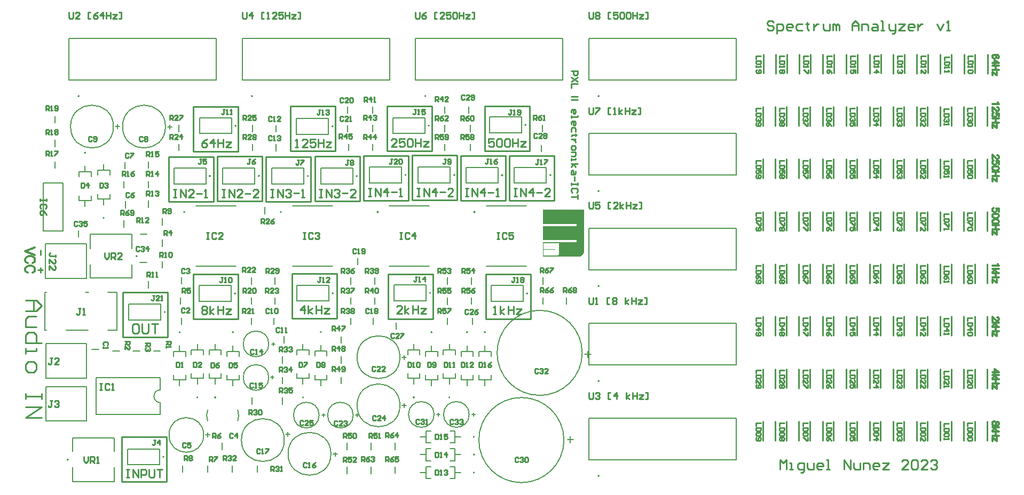
<source format=gbr>
%TF.GenerationSoftware,Altium Limited,Altium Designer,23.3.1 (30)*%
G04 Layer_Color=65535*
%FSLAX26Y26*%
%MOIN*%
%TF.SameCoordinates,C47A0882-6911-4C93-B89A-A613C280F5D7*%
%TF.FilePolarity,Positive*%
%TF.FileFunction,Legend,Top*%
%TF.Part,Single*%
G01*
G75*
%TA.AperFunction,NonConductor*%
%ADD42C,0.007874*%
%ADD43C,0.006000*%
%ADD44C,0.010000*%
%ADD45C,0.005000*%
%ADD46C,0.012000*%
%ADD47C,0.005906*%
G36*
X3518377Y1470594D02*
Y1462868D01*
X3515802D01*
Y1460292D01*
X3513226D01*
Y1457717D01*
X3510651D01*
Y1455141D01*
X3508075D01*
Y1452566D01*
X3505500D01*
Y1449991D01*
X3500349D01*
Y1447415D01*
X3263406D01*
Y1537557D01*
X3474594D01*
Y1550434D01*
X3263406D01*
Y1638000D01*
X3474594D01*
Y1650877D01*
X3263406D01*
Y1738443D01*
X3420509D01*
X3423085D01*
X3520953D01*
Y1470594D01*
X3518377D01*
D02*
G37*
%LPC*%
G36*
X3363849Y1457717D02*
Y1529830D01*
X3268557D01*
Y1493774D01*
X3340670D01*
Y1488623D01*
X3289160D01*
X3286585D01*
X3268557D01*
Y1452566D01*
X3358698D01*
Y1455141D01*
X3361273D01*
Y1457717D01*
X3363849D01*
D02*
G37*
%LPD*%
D42*
X1110937Y566339D02*
G03*
X1110937Y566339I-3937J0D01*
G01*
X2837598Y97000D02*
G03*
X2837598Y97000I-3937J0D01*
G01*
Y209000D02*
G03*
X2837598Y209000I-3937J0D01*
G01*
Y320000D02*
G03*
X2837598Y320000I-3937J0D01*
G01*
X3159472Y2269330D02*
G03*
X3159472Y2269330I-3937J0D01*
G01*
X3314472Y1955330D02*
G03*
X3314472Y1955330I-3937J0D01*
G01*
X3013472D02*
G03*
X3013472Y1955330I-3937J0D01*
G01*
X1954472Y2260330D02*
G03*
X1954472Y2260330I-3937J0D01*
G01*
X1800472Y1949330D02*
G03*
X1800472Y1949330I-3937J0D01*
G01*
X2410472Y1956330D02*
G03*
X2410472Y1956330I-3937J0D01*
G01*
X2105472Y1949330D02*
G03*
X2105472Y1949330I-3937J0D01*
G01*
X1494472Y1950330D02*
G03*
X1494472Y1950330I-3937J0D01*
G01*
X1188472D02*
G03*
X1188472Y1950330I-3937J0D01*
G01*
X1349472Y2264330D02*
G03*
X1349472Y2264330I-3937J0D01*
G01*
X2555472Y2265330D02*
G03*
X2555472Y2265330I-3937J0D01*
G01*
X2714472Y1956330D02*
G03*
X2714472Y1956330I-3937J0D01*
G01*
X907858Y2259000D02*
G03*
X907858Y2259000I-133858J0D01*
G01*
X2804000Y460000D02*
G03*
X2804000Y460000I-80000J0D01*
G01*
X3509748Y845000D02*
G03*
X3509748Y845000I-265748J0D01*
G01*
X3395748Y300000D02*
G03*
X3395748Y300000I-265748J0D01*
G01*
X2585000Y460000D02*
G03*
X2585000Y460000I-80000J0D01*
G01*
X3169346Y1216000D02*
G03*
X3169346Y1216000I-3937J0D01*
G01*
X2371858Y517000D02*
G03*
X2371858Y517000I-133858J0D01*
G01*
X1867000Y456000D02*
G03*
X1867000Y456000I-80000J0D01*
G01*
X2080000D02*
G03*
X2080000Y456000I-80000J0D01*
G01*
X2371858Y818000D02*
G03*
X2371858Y818000I-133858J0D01*
G01*
X2563346Y1220000D02*
G03*
X2563346Y1220000I-3937J0D01*
G01*
X1649858Y300000D02*
G03*
X1649858Y300000I-133858J0D01*
G01*
X1940858Y214000D02*
G03*
X1940858Y214000I-133858J0D01*
G01*
X1881937Y974661D02*
G03*
X1881937Y974661I-3937J0D01*
G01*
X1769937Y566339D02*
G03*
X1769937Y566339I-3937J0D01*
G01*
X1332937Y973661D02*
G03*
X1332937Y973661I-3937J0D01*
G01*
X1221937Y566339D02*
G03*
X1221937Y566339I-3937J0D01*
G01*
X999937Y973661D02*
G03*
X999937Y973661I-3937J0D01*
G01*
X1553000Y691000D02*
G03*
X1553000Y691000I-80000J0D01*
G01*
Y901000D02*
G03*
X1553000Y901000I-80000J0D01*
G01*
X1956346Y1218000D02*
G03*
X1956346Y1218000I-3937J0D01*
G01*
X525937Y1688337D02*
G03*
X525937Y1688337I-3937J0D01*
G01*
X409937Y2095660D02*
G03*
X409937Y2095660I-3937J0D01*
G01*
X582858Y2259000D02*
G03*
X582858Y2259000I-133858J0D01*
G01*
X1346346Y1216000D02*
G03*
X1346346Y1216000I-3937J0D01*
G01*
X1171031Y488202D02*
G03*
X1171031Y419798I93969J-34202D01*
G01*
X1358969D02*
G03*
X1358969Y488202I-93969J34202D01*
G01*
X899346Y195000D02*
G03*
X899346Y195000I-3937J0D01*
G01*
X907346Y1100000D02*
G03*
X907346Y1100000I-3937J0D01*
G01*
X1146268Y332000D02*
G03*
X1146268Y332000I-108268J0D01*
G01*
X2840708Y1725000D02*
G03*
X2840708Y1725000I-3937J0D01*
G01*
X3615937Y1856087D02*
G03*
X3615937Y1856087I-3937J0D01*
G01*
Y1262587D02*
G03*
X3615937Y1262587I-3937J0D01*
G01*
X3615937Y2449587D02*
G03*
X3615937Y2449587I-3937J0D01*
G01*
X2533604Y2449585D02*
G03*
X2533604Y2449585I-3937J0D01*
G01*
X368937Y2449586D02*
G03*
X368937Y2449586I-3937J0D01*
G01*
X3615937Y669087D02*
G03*
X3615937Y669087I-3937J0D01*
G01*
X1451270Y2449586D02*
G03*
X1451270Y2449586I-3937J0D01*
G01*
X3615937Y75587D02*
G03*
X3615937Y75587I-3937J0D01*
G01*
X300937Y178000D02*
G03*
X300937Y178000I-3937J0D01*
G01*
X2461937Y566339D02*
G03*
X2461937Y566339I-3937J0D01*
G01*
X2572937Y973661D02*
G03*
X2572937Y973661I-3937J0D01*
G01*
X2905937D02*
G03*
X2905937Y973661I-3937J0D01*
G01*
X2683937Y566339D02*
G03*
X2683937Y566339I-3937J0D01*
G01*
X2794937Y973661D02*
G03*
X2794937Y973661I-3937J0D01*
G01*
X2236709Y1725000D02*
G03*
X2236709Y1725000I-3937J0D01*
G01*
X1632709D02*
G03*
X1632709Y1725000I-3937J0D01*
G01*
X1028709D02*
G03*
X1028709Y1725000I-3937J0D01*
G01*
X730937Y1449000D02*
G03*
X730937Y1449000I-3937J0D01*
G01*
X3265000Y1274148D02*
Y1315486D01*
X2347000Y992330D02*
Y1033670D01*
X1446000Y1022148D02*
Y1063488D01*
X2040000Y240334D02*
Y281672D01*
X2340000Y240332D02*
Y281670D01*
X1261000Y240332D02*
Y281672D01*
X2340000Y92330D02*
Y133670D01*
X2190000Y91328D02*
Y132668D01*
X2040000Y91328D02*
Y132666D01*
X2107126Y1395330D02*
Y1436670D01*
X2006000Y906150D02*
Y947488D01*
X2065000Y1148330D02*
Y1189670D01*
Y1022148D02*
Y1063488D01*
Y1274148D02*
Y1315488D01*
X2214000Y1274148D02*
Y1315488D01*
Y1148330D02*
Y1189670D01*
X2206126Y1023330D02*
Y1064670D01*
X1480000Y99328D02*
Y140666D01*
X1449000Y524332D02*
Y565670D01*
X1639000Y524330D02*
Y565670D01*
Y652392D02*
Y693730D01*
Y780450D02*
Y821790D01*
X1646874Y907330D02*
Y948670D01*
X1585000Y1023330D02*
Y1064670D01*
X1592874Y1148330D02*
Y1189670D01*
X1446000Y1274148D02*
Y1315488D01*
X800000Y1251330D02*
Y1292670D01*
X1527000Y1714330D02*
Y1755670D01*
X2931126Y2318326D02*
X3131126D01*
Y2220334D02*
Y2318326D01*
X2931126Y2220334D02*
X3131126D01*
X2931126D02*
Y2318326D01*
X3086124Y2004326D02*
X3286124D01*
Y1906334D02*
Y2004326D01*
X3086124Y1906334D02*
X3286124D01*
X3086124D02*
Y2004326D01*
X2785126D02*
X2985126D01*
Y1906334D02*
Y2004326D01*
X2785126Y1906334D02*
X2985126D01*
X2785126D02*
Y2004326D01*
X1726126Y2309326D02*
X1926126D01*
Y2211334D02*
Y2309326D01*
X1726126Y2211334D02*
X1926126D01*
X1726126D02*
Y2309326D01*
X1572126Y1998326D02*
X1772126D01*
Y1900334D02*
Y1998326D01*
X1572126Y1900334D02*
X1772126D01*
X1572126D02*
Y1998326D01*
X2182126Y2005326D02*
X2382126D01*
Y1907334D02*
Y2005326D01*
X2182126Y1907334D02*
X2382126D01*
X2182126D02*
Y2005326D01*
X1877124Y1900334D02*
Y1998326D01*
Y1900334D02*
X2077124D01*
Y1998326D01*
X1877124D02*
X2077124D01*
X1266126Y1901334D02*
Y1999326D01*
Y1901334D02*
X1466126D01*
Y1999326D01*
X1266126D02*
X1466126D01*
X960126Y1901334D02*
Y1999326D01*
Y1901334D02*
X1160126D01*
Y1999326D01*
X960126D02*
X1160126D01*
X1121126Y2215334D02*
Y2313326D01*
Y2215334D02*
X1321126D01*
Y2313326D01*
X1121126D02*
X1321126D01*
X2327126Y2314326D02*
X2527126D01*
Y2216334D02*
Y2314326D01*
X2327126Y2216334D02*
X2527126D01*
X2327126D02*
Y2314326D01*
X2486126Y2005326D02*
X2686126D01*
Y1907334D02*
Y2005326D01*
X2486126Y1907334D02*
X2686126D01*
X2486126D02*
Y2005326D01*
X2051874Y2108512D02*
Y2149852D01*
X1598000Y2107330D02*
Y2148670D01*
X2044000Y2342148D02*
Y2383488D01*
Y2226148D02*
Y2267488D01*
X1598000Y2226148D02*
Y2267488D01*
X1451000Y2108512D02*
Y2149852D01*
Y2227330D02*
Y2268670D01*
X993000Y2227330D02*
Y2268670D01*
Y2108512D02*
Y2149852D01*
X2652000Y2108512D02*
Y2149852D01*
X3262874Y2227330D02*
Y2268670D01*
X2652000Y2227330D02*
Y2268670D01*
X2203000Y2108512D02*
Y2149852D01*
Y2227330D02*
Y2268670D01*
Y2343330D02*
Y2384670D01*
X2652000Y2343330D02*
Y2384670D01*
X2803000Y2342148D02*
Y2383488D01*
X2810874Y2108512D02*
Y2149852D01*
Y2227330D02*
Y2268670D01*
X3255000Y2103330D02*
Y2144670D01*
X647000Y1630330D02*
Y1671670D01*
X364000Y1569330D02*
Y1610670D01*
X800000Y1753664D02*
Y1795004D01*
Y1875330D02*
Y1916670D01*
X887000Y1644000D02*
Y1685340D01*
X748622Y1411000D02*
X789962D01*
X749802Y1585000D02*
X791142D01*
X1001126Y1148330D02*
Y1189670D01*
X1009000Y1275330D02*
Y1316670D01*
X3411000Y1149330D02*
Y1190668D01*
X3265000Y1149330D02*
Y1190668D01*
X2941000Y1167004D02*
Y1264996D01*
Y1167004D02*
X3141000D01*
Y1264996D01*
X2941000D02*
X3141000D01*
X2824748Y1023330D02*
Y1064670D01*
X2190000Y240332D02*
Y281670D01*
X2335002Y1268996D02*
X2535002D01*
Y1171004D02*
Y1268996D01*
X2335002Y1171004D02*
X2535002D01*
X2335002D02*
Y1268996D01*
X1325334Y99330D02*
Y140668D01*
X1728000Y1266996D02*
X1928000D01*
Y1169004D02*
Y1266996D01*
X1728000Y1169004D02*
X1928000D01*
X1728000D02*
Y1266996D01*
X1446000Y1148330D02*
Y1189670D01*
X800000Y1998330D02*
Y2039670D01*
X656000Y1996210D02*
Y2037550D01*
X648126Y1876330D02*
Y1917670D01*
X658000Y1750330D02*
Y1791670D01*
X1170666Y99328D02*
Y140666D01*
X1016000Y99328D02*
Y140668D01*
X888000Y1510416D02*
Y1551756D01*
X1009000Y1023330D02*
Y1064670D01*
X1118000Y1264996D02*
X1318000D01*
Y1167004D02*
Y1264996D01*
X1118000Y1167004D02*
X1318000D01*
X1118000D02*
Y1264996D01*
X671000Y146004D02*
Y243996D01*
Y146004D02*
X871000D01*
Y243996D01*
X671000D02*
X871000D01*
X679000Y1051004D02*
Y1148996D01*
Y1051004D02*
X879000D01*
Y1148996D01*
X679000D02*
X879000D01*
X888000Y1376834D02*
Y1418174D01*
X414952Y1310126D02*
Y1525874D01*
X159048Y1310126D02*
X414952D01*
X159048D02*
Y1525874D01*
X414952D01*
X706390Y858000D02*
X747730D01*
X578450D02*
X619790D01*
X159980Y634874D02*
X415886D01*
X159980Y419126D02*
Y634874D01*
Y419126D02*
X415886D01*
Y634874D01*
X159980Y903732D02*
X415886D01*
X159980Y687984D02*
Y903732D01*
Y687984D02*
X415886D01*
Y903732D01*
X219000Y2134330D02*
Y2175670D01*
Y1999332D02*
Y2040670D01*
Y2282332D02*
Y2323670D01*
X834330Y858000D02*
X875670D01*
X449330Y865874D02*
X490670D01*
X2816874Y1274148D02*
Y1315488D01*
X2667000Y1022148D02*
Y1063488D01*
X2816874Y1149330D02*
Y1190670D01*
X2667000Y1148148D02*
Y1189488D01*
Y1274148D02*
Y1315488D01*
X1592874Y1274148D02*
Y1315488D01*
X2006000Y780450D02*
Y821790D01*
Y652392D02*
Y693730D01*
D43*
X876000Y614000D02*
G03*
X876000Y534000I0J-40000D01*
G01*
Y614000D02*
Y689000D01*
Y459000D02*
Y534000D01*
X476000Y459000D02*
Y689000D01*
X876000D01*
X476000Y459000D02*
X876000D01*
D44*
X2907000Y1057000D02*
X3187000D01*
X2907000Y1337000D02*
X3187000D01*
Y1057000D02*
Y1337000D01*
X2907000Y1057000D02*
Y1337000D01*
X1697000Y1059000D02*
X1977000D01*
X1697000Y1339000D02*
X1977000D01*
Y1059000D02*
Y1339000D01*
X1697000Y1059000D02*
Y1339000D01*
X2299000Y1058000D02*
X2579000D01*
X2299000Y1338000D02*
X2579000D01*
Y1058000D02*
Y1338000D01*
X2299000Y1058000D02*
Y1338000D01*
X1688000Y2105000D02*
X1968000D01*
X1688000Y2385000D02*
X1968000D01*
Y2105000D02*
Y2385000D01*
X1688000Y2105000D02*
Y2385000D01*
X1082000Y1056000D02*
X1362000D01*
X1082000Y1336000D02*
X1362000D01*
Y1056000D02*
Y1336000D01*
X1082000Y1056000D02*
Y1336000D01*
X2751000Y1796000D02*
X3031000D01*
X2751000Y2076000D02*
X3031000D01*
Y1796000D02*
Y2076000D01*
X2751000Y1796000D02*
Y2076000D01*
X929000Y1790000D02*
X1209000D01*
X929000Y2070000D02*
X1209000D01*
Y1790000D02*
Y2070000D01*
X929000Y1790000D02*
Y2070000D01*
X1536000Y1791000D02*
X1816000D01*
X1536000Y2071000D02*
X1816000D01*
Y1791000D02*
Y2071000D01*
X1536000Y1791000D02*
Y2071000D01*
X634000Y39000D02*
X914000D01*
X634000Y319000D02*
X914000D01*
Y39000D02*
Y319000D01*
X634000Y39000D02*
Y319000D01*
X640000Y943000D02*
X920000D01*
X640000Y1223000D02*
X920000D01*
Y943000D02*
Y1223000D01*
X640000Y943000D02*
Y1223000D01*
X1081000Y2104000D02*
X1361000D01*
X1081000Y2384000D02*
X1361000D01*
Y2104000D02*
Y2384000D01*
X1081000Y2104000D02*
Y2384000D01*
X2293000Y2106000D02*
X2573000D01*
X2293000Y2386000D02*
X2573000D01*
Y2106000D02*
Y2386000D01*
X2293000Y2106000D02*
Y2386000D01*
X2901000Y2106000D02*
X3181000D01*
X2901000Y2386000D02*
X3181000D01*
Y2106000D02*
Y2386000D01*
X2901000Y2106000D02*
Y2386000D01*
X2145000Y1798000D02*
X2425000D01*
X2145000Y2078000D02*
X2425000D01*
Y1798000D02*
Y2078000D01*
X2145000Y1798000D02*
Y2078000D01*
X2448991Y1799874D02*
X2728991D01*
X2448991Y2079874D02*
X2728991D01*
Y1799874D02*
Y2079874D01*
X2448991Y1799874D02*
Y2079874D01*
X3054991Y1797874D02*
X3334991D01*
X3054991Y2077874D02*
X3334991D01*
Y1797874D02*
Y2077874D01*
X3054991Y1797874D02*
Y2077874D01*
X1232991Y1791874D02*
X1512991D01*
X1232991Y2071874D02*
X1512991D01*
Y1791874D02*
Y2071874D01*
X1232991Y1791874D02*
Y2071874D01*
X1839991Y1792874D02*
X2119991D01*
X1839991Y2072874D02*
X2119991D01*
Y1792874D02*
Y2072874D01*
X1839991Y1792874D02*
Y2072874D01*
X5891110Y1935490D02*
Y2055490D01*
X5813110Y1936490D02*
Y2055490D01*
X6038000Y1935490D02*
Y2055490D01*
X5960000Y1936490D02*
Y2055490D01*
X5597332Y2263244D02*
Y2383244D01*
X5519332Y2264244D02*
Y2383244D01*
X5450444Y2263244D02*
Y2383244D01*
X5372444Y2264244D02*
Y2383244D01*
X5744222Y2263244D02*
Y2383244D01*
X5666222Y2264244D02*
Y2383244D01*
X5303556Y1935490D02*
Y2055490D01*
X5225556Y1936490D02*
Y2055490D01*
X6038000Y2263244D02*
Y2383244D01*
X5960000Y2264244D02*
Y2383244D01*
X5891110Y2263244D02*
Y2383244D01*
X5813110Y2264244D02*
Y2383244D01*
X5597332Y1935490D02*
Y2055490D01*
X5519332Y1936490D02*
Y2055490D01*
X5450444Y1935490D02*
Y2055490D01*
X5372444Y1936490D02*
Y2055490D01*
X5744222Y1935490D02*
Y2055490D01*
X5666222Y1936490D02*
Y2055490D01*
X5303556Y2263244D02*
Y2383244D01*
X5225556Y2264244D02*
Y2383244D01*
X5597332Y1279976D02*
Y1399976D01*
X5519332Y1280976D02*
Y1399976D01*
X5744222Y1279976D02*
Y1399976D01*
X5666222Y1280976D02*
Y1399976D01*
X5891110Y1279976D02*
Y1399976D01*
X5813110Y1280976D02*
Y1399976D01*
X6038000Y1279976D02*
Y1399976D01*
X5960000Y1280976D02*
Y1399976D01*
X5450444Y1279976D02*
Y1399976D01*
X5372444Y1280976D02*
Y1399976D01*
X5891110Y1607732D02*
Y1727732D01*
X5813110Y1608732D02*
Y1727732D01*
X6038000Y1607732D02*
Y1727732D01*
X5960000Y1608732D02*
Y1727732D01*
X5303556Y1607732D02*
Y1727732D01*
X5225556Y1608732D02*
Y1727732D01*
X5450444Y1607732D02*
Y1727732D01*
X5372444Y1608732D02*
Y1727732D01*
X5744222Y1607732D02*
Y1727732D01*
X5666222Y1608732D02*
Y1727732D01*
X5597332Y1607732D02*
Y1727732D01*
X5519332Y1608732D02*
Y1727732D01*
X5450444Y296712D02*
Y416712D01*
X5372444Y297712D02*
Y416712D01*
X4640000Y2592000D02*
Y2711000D01*
X4718000Y2591000D02*
Y2711000D01*
X5374444Y2592000D02*
Y2711000D01*
X5452444Y2591000D02*
Y2711000D01*
X5303556Y1279976D02*
Y1399976D01*
X5225556Y1280976D02*
Y1399976D01*
X5227556Y2592000D02*
Y2711000D01*
X5305556Y2591000D02*
Y2711000D01*
X4933778Y2592000D02*
Y2711000D01*
X5011778Y2591000D02*
Y2711000D01*
X5080666Y2592000D02*
Y2711000D01*
X5158666Y2591000D02*
Y2711000D01*
X5303556Y624466D02*
Y744466D01*
X5225556Y625466D02*
Y744466D01*
X4862888Y2263244D02*
Y2383244D01*
X4784888Y2264244D02*
Y2383244D01*
X5009778Y2263244D02*
Y2383244D01*
X4931778Y2264244D02*
Y2383244D01*
X5156666Y2263244D02*
Y2383244D01*
X5078666Y2264244D02*
Y2383244D01*
X4786888Y2592000D02*
Y2711000D01*
X4864888Y2591000D02*
Y2711000D01*
X5815110Y2592000D02*
Y2711000D01*
X5893110Y2591000D02*
Y2711000D01*
X5668222Y2592000D02*
Y2711000D01*
X5746222Y2591000D02*
Y2711000D01*
X5521332Y2592000D02*
Y2711000D01*
X5599332Y2591000D02*
Y2711000D01*
X5962000Y2592000D02*
Y2711000D01*
X6040000Y2591000D02*
Y2711000D01*
X5303556Y296712D02*
Y416712D01*
X5225556Y297712D02*
Y416712D01*
X5891110Y296712D02*
Y416712D01*
X5813110Y297712D02*
Y416712D01*
X5744222Y296712D02*
Y416712D01*
X5666222Y297712D02*
Y416712D01*
X5597332Y296712D02*
Y416712D01*
X5519332Y297712D02*
Y416712D01*
X5303556Y952222D02*
Y1072222D01*
X5225556Y953222D02*
Y1072222D01*
X5597332Y952222D02*
Y1072222D01*
X5519332Y953222D02*
Y1072222D01*
X5744222Y952222D02*
Y1072222D01*
X5666222Y953222D02*
Y1072222D01*
X5450444Y952222D02*
Y1072222D01*
X5372444Y953222D02*
Y1072222D01*
X5960000Y297712D02*
Y416712D01*
X6038000Y296712D02*
Y416712D01*
X5891110Y624466D02*
Y744466D01*
X5813110Y625466D02*
Y744466D01*
X6038000Y624466D02*
Y744466D01*
X5960000Y625466D02*
Y744466D01*
X5450444Y624466D02*
Y744466D01*
X5372444Y625466D02*
Y744466D01*
X5744222Y624466D02*
Y744466D01*
X5666222Y625466D02*
Y744466D01*
X5597332Y624466D02*
Y744466D01*
X5519332Y625466D02*
Y744466D01*
X5891110Y952222D02*
Y1072222D01*
X5813110Y953222D02*
Y1072222D01*
X4716000Y2263244D02*
Y2383244D01*
X4638000Y2264244D02*
Y2383244D01*
X6038000Y952222D02*
Y1072222D01*
X5960000Y953222D02*
Y1072222D01*
X4716000Y296712D02*
Y416712D01*
X4638000Y297712D02*
Y416712D01*
X4862888Y624466D02*
Y744466D01*
X4784888Y625466D02*
Y744466D01*
X4716000Y624466D02*
Y744466D01*
X4638000Y625466D02*
Y744466D01*
X4862888Y296712D02*
Y416712D01*
X4784888Y297712D02*
Y416712D01*
X4716000Y952222D02*
Y1072222D01*
X4638000Y953222D02*
Y1072222D01*
X5156666Y952222D02*
Y1072222D01*
X5078666Y953222D02*
Y1072222D01*
X4716000Y1279976D02*
Y1399976D01*
X4638000Y1280976D02*
Y1399976D01*
X5009778Y1279976D02*
Y1399976D01*
X4931778Y1280976D02*
Y1399976D01*
X5156666Y1279976D02*
Y1399976D01*
X5078666Y1280976D02*
Y1399976D01*
X5009778Y952222D02*
Y1072222D01*
X4931778Y953222D02*
Y1072222D01*
X4862888Y1279976D02*
Y1399976D01*
X4784888Y1280976D02*
Y1399976D01*
X4862888Y952222D02*
Y1072222D01*
X4784888Y953222D02*
Y1072222D01*
X4716000Y1607732D02*
Y1727732D01*
X4638000Y1608732D02*
Y1727732D01*
X4862888Y1935490D02*
Y2055490D01*
X4784888Y1936490D02*
Y2055490D01*
X4862888Y1607732D02*
Y1727732D01*
X4784888Y1608732D02*
Y1727732D01*
X4716000Y1935490D02*
Y2055490D01*
X4638000Y1936490D02*
Y2055490D01*
X5009778Y296712D02*
Y416712D01*
X4931778Y297712D02*
Y416712D01*
X5009778Y624466D02*
Y744466D01*
X4931778Y625466D02*
Y744466D01*
X5156666Y624466D02*
Y744466D01*
X5078666Y625466D02*
Y744466D01*
X5156666Y296712D02*
Y416712D01*
X5078666Y297712D02*
Y416712D01*
X5156666Y1607732D02*
Y1727732D01*
X5078666Y1608732D02*
Y1727732D01*
X5009778Y1935490D02*
Y2055490D01*
X4931778Y1936490D02*
Y2055490D01*
X5009778Y1607732D02*
Y1727732D01*
X4931778Y1608732D02*
Y1727732D01*
X5156666Y1935490D02*
Y2055490D01*
X5078666Y1936490D02*
Y2055490D01*
X3442000Y2608000D02*
X3481987D01*
Y2588006D01*
X3475323Y2581342D01*
X3461994D01*
X3455329Y2588006D01*
Y2608000D01*
X3481987Y2568013D02*
X3442000Y2541355D01*
X3481987D02*
X3442000Y2568013D01*
X3481987Y2528026D02*
X3442000D01*
Y2501368D01*
X3481987Y2448052D02*
X3442000D01*
X3481987Y2428058D02*
X3442000D01*
Y2348084D02*
Y2361413D01*
X3448664Y2368077D01*
X3461994D01*
X3468658Y2361413D01*
Y2348084D01*
X3461994Y2341419D01*
X3455329D01*
Y2368077D01*
X3442000Y2328090D02*
Y2314761D01*
Y2321426D01*
X3481987D01*
Y2328090D01*
X3442000Y2274774D02*
Y2288103D01*
X3448664Y2294768D01*
X3461994D01*
X3468658Y2288103D01*
Y2274774D01*
X3461994Y2268110D01*
X3455329D01*
Y2294768D01*
X3468658Y2228123D02*
Y2248116D01*
X3461994Y2254781D01*
X3448664D01*
X3442000Y2248116D01*
Y2228123D01*
X3475323Y2208129D02*
X3468658D01*
Y2214794D01*
Y2201465D01*
Y2208129D01*
X3448664D01*
X3442000Y2201465D01*
X3468658Y2181471D02*
X3442000D01*
X3455329D01*
X3461994Y2174807D01*
X3468658Y2168142D01*
Y2161477D01*
X3442000Y2134819D02*
Y2121490D01*
X3448664Y2114826D01*
X3461994D01*
X3468658Y2121490D01*
Y2134819D01*
X3461994Y2141484D01*
X3448664D01*
X3442000Y2134819D01*
Y2101497D02*
X3468658D01*
Y2081503D01*
X3461994Y2074839D01*
X3442000D01*
Y2061510D02*
Y2048181D01*
Y2054845D01*
X3468658D01*
Y2061510D01*
X3442000Y2028187D02*
X3481987D01*
X3455329D02*
X3468658Y2008194D01*
X3455329Y2028187D02*
X3442000Y2008194D01*
X3468658Y1981535D02*
Y1968207D01*
X3461994Y1961542D01*
X3442000D01*
Y1981535D01*
X3448664Y1988200D01*
X3455329Y1981535D01*
Y1961542D01*
X3461994Y1948213D02*
Y1921555D01*
X3481987Y1908226D02*
Y1894897D01*
Y1901561D01*
X3442000D01*
Y1908226D01*
Y1894897D01*
X3475323Y1848245D02*
X3481987Y1854910D01*
Y1868239D01*
X3475323Y1874903D01*
X3448664D01*
X3442000Y1868239D01*
Y1854910D01*
X3448664Y1848245D01*
X3481987Y1834916D02*
Y1808258D01*
Y1821587D01*
X3442000D01*
X4703987Y2908977D02*
X4693990Y2918974D01*
X4673997D01*
X4664000Y2908977D01*
Y2898981D01*
X4673997Y2888984D01*
X4693990D01*
X4703987Y2878987D01*
Y2868990D01*
X4693990Y2858994D01*
X4673997D01*
X4664000Y2868990D01*
X4723981Y2839000D02*
Y2898981D01*
X4753971D01*
X4763968Y2888984D01*
Y2868990D01*
X4753971Y2858994D01*
X4723981D01*
X4813952D02*
X4793958D01*
X4783961Y2868990D01*
Y2888984D01*
X4793958Y2898981D01*
X4813952D01*
X4823948Y2888984D01*
Y2878987D01*
X4783961D01*
X4883929Y2898981D02*
X4853939D01*
X4843942Y2888984D01*
Y2868990D01*
X4853939Y2858994D01*
X4883929D01*
X4913919Y2908977D02*
Y2898981D01*
X4903922D01*
X4923916D01*
X4913919D01*
Y2868990D01*
X4923916Y2858994D01*
X4953906Y2898981D02*
Y2858994D01*
Y2878987D01*
X4963903Y2888984D01*
X4973900Y2898981D01*
X4983896D01*
X5013887D02*
Y2868990D01*
X5023884Y2858994D01*
X5053874D01*
Y2898981D01*
X5073867Y2858994D02*
Y2898981D01*
X5083864D01*
X5093861Y2888984D01*
Y2858994D01*
Y2888984D01*
X5103858Y2898981D01*
X5113855Y2888984D01*
Y2858994D01*
X5193829D02*
Y2898981D01*
X5213822Y2918974D01*
X5233816Y2898981D01*
Y2858994D01*
Y2888984D01*
X5193829D01*
X5253809Y2858994D02*
Y2898981D01*
X5283800D01*
X5293796Y2888984D01*
Y2858994D01*
X5323787Y2898981D02*
X5343780D01*
X5353777Y2888984D01*
Y2858994D01*
X5323787D01*
X5313790Y2868990D01*
X5323787Y2878987D01*
X5353777D01*
X5373770Y2858994D02*
X5393764D01*
X5383767D01*
Y2918974D01*
X5373770D01*
X5423754Y2898981D02*
Y2868990D01*
X5433751Y2858994D01*
X5463741D01*
Y2848997D01*
X5453744Y2839000D01*
X5443748D01*
X5463741Y2858994D02*
Y2898981D01*
X5483735D02*
X5523722D01*
X5483735Y2858994D01*
X5523722D01*
X5573706D02*
X5553712D01*
X5543715Y2868990D01*
Y2888984D01*
X5553712Y2898981D01*
X5573706D01*
X5583703Y2888984D01*
Y2878987D01*
X5543715D01*
X5603696Y2898981D02*
Y2858994D01*
Y2878987D01*
X5613693Y2888984D01*
X5623690Y2898981D01*
X5633686D01*
X5723657D02*
X5743651Y2858994D01*
X5763644Y2898981D01*
X5783638Y2858994D02*
X5803631D01*
X5793635D01*
Y2918974D01*
X5783638Y2908977D01*
X4744000Y114993D02*
Y174974D01*
X4763993Y154981D01*
X4783987Y174974D01*
Y114993D01*
X4803981D02*
X4823974D01*
X4813977D01*
Y154981D01*
X4803981D01*
X4873958Y95000D02*
X4883955D01*
X4893952Y104997D01*
Y154981D01*
X4863961D01*
X4853964Y144984D01*
Y124990D01*
X4863961Y114993D01*
X4893952D01*
X4913945Y154981D02*
Y124990D01*
X4923942Y114993D01*
X4953932D01*
Y154981D01*
X5003916Y114993D02*
X4983922D01*
X4973926Y124990D01*
Y144984D01*
X4983922Y154981D01*
X5003916D01*
X5013913Y144984D01*
Y134987D01*
X4973926D01*
X5033906Y114993D02*
X5053900D01*
X5043903D01*
Y174974D01*
X5033906D01*
X5143871Y114993D02*
Y174974D01*
X5183858Y114993D01*
Y174974D01*
X5203851Y154981D02*
Y124990D01*
X5213848Y114993D01*
X5243838D01*
Y154981D01*
X5263832Y114993D02*
Y154981D01*
X5293822D01*
X5303819Y144984D01*
Y114993D01*
X5353803D02*
X5333809D01*
X5323812Y124990D01*
Y144984D01*
X5333809Y154981D01*
X5353803D01*
X5363800Y144984D01*
Y134987D01*
X5323812D01*
X5383793Y154981D02*
X5423780D01*
X5383793Y114993D01*
X5423780D01*
X5543741D02*
X5503754D01*
X5543741Y154981D01*
Y164977D01*
X5533744Y174974D01*
X5513751D01*
X5503754Y164977D01*
X5563735D02*
X5573732Y174974D01*
X5593725D01*
X5603722Y164977D01*
Y124990D01*
X5593725Y114993D01*
X5573732D01*
X5563735Y124990D01*
Y164977D01*
X5663703Y114993D02*
X5623715D01*
X5663703Y154981D01*
Y164977D01*
X5653706Y174974D01*
X5633712D01*
X5623715Y164977D01*
X5683696D02*
X5693693Y174974D01*
X5713686D01*
X5723683Y164977D01*
Y154981D01*
X5713686Y144984D01*
X5703690D01*
X5713686D01*
X5723683Y134987D01*
Y124990D01*
X5713686Y114993D01*
X5693693D01*
X5683696Y124990D01*
X5799101Y2041634D02*
X5769110D01*
Y2021640D01*
X5799101Y2011644D02*
X5769110D01*
Y1996649D01*
X5774109Y1991650D01*
X5794102D01*
X5799101Y1996649D01*
Y2011644D01*
Y1961660D02*
Y1981653D01*
X5784106D01*
X5789104Y1971657D01*
Y1966658D01*
X5784106Y1961660D01*
X5774109D01*
X5769110Y1966658D01*
Y1976655D01*
X5774109Y1981653D01*
X5769110Y1951663D02*
Y1941666D01*
Y1946665D01*
X5799101D01*
X5794102Y1951663D01*
X5945989Y2046634D02*
X5915999D01*
Y2026640D01*
X5945989Y2016644D02*
X5915999D01*
Y2001649D01*
X5920998Y1996650D01*
X5940991D01*
X5945989Y2001649D01*
Y2016644D01*
Y1966660D02*
Y1986653D01*
X5930994D01*
X5935993Y1976657D01*
Y1971658D01*
X5930994Y1966660D01*
X5920998D01*
X5915999Y1971658D01*
Y1981655D01*
X5920998Y1986653D01*
X5940991Y1956663D02*
X5945989Y1951665D01*
Y1941668D01*
X5940991Y1936670D01*
X5920998D01*
X5915999Y1941668D01*
Y1951665D01*
X5920998Y1956663D01*
X5940991D01*
X5505323Y2373961D02*
X5475333D01*
Y2353967D01*
X5505323Y2343970D02*
X5475333D01*
Y2328975D01*
X5480331Y2323977D01*
X5500325D01*
X5505323Y2328975D01*
Y2343970D01*
X5500325Y2313980D02*
X5505323Y2308982D01*
Y2298985D01*
X5500325Y2293987D01*
X5495326D01*
X5490328Y2298985D01*
Y2303983D01*
Y2298985D01*
X5485330Y2293987D01*
X5480331D01*
X5475333Y2298985D01*
Y2308982D01*
X5480331Y2313980D01*
X5500325Y2283990D02*
X5505323Y2278992D01*
Y2268995D01*
X5500325Y2263996D01*
X5495326D01*
X5490328Y2268995D01*
Y2273993D01*
Y2268995D01*
X5485330Y2263996D01*
X5480331D01*
X5475333Y2268995D01*
Y2278992D01*
X5480331Y2283990D01*
X5358434Y2373961D02*
X5328444D01*
Y2353967D01*
X5358434Y2343970D02*
X5328444D01*
Y2328975D01*
X5333442Y2323977D01*
X5353436D01*
X5358434Y2328975D01*
Y2343970D01*
X5353436Y2313980D02*
X5358434Y2308982D01*
Y2298985D01*
X5353436Y2293987D01*
X5348438D01*
X5343439Y2298985D01*
Y2303983D01*
Y2298985D01*
X5338441Y2293987D01*
X5333442D01*
X5328444Y2298985D01*
Y2308982D01*
X5333442Y2313980D01*
X5328444Y2268995D02*
X5358434D01*
X5343439Y2283990D01*
Y2263996D01*
X5652212Y2373961D02*
X5622222D01*
Y2353967D01*
X5652212Y2343970D02*
X5622222D01*
Y2328975D01*
X5627220Y2323977D01*
X5647213D01*
X5652212Y2328975D01*
Y2343970D01*
X5647213Y2313980D02*
X5652212Y2308982D01*
Y2298985D01*
X5647213Y2293987D01*
X5642215D01*
X5637217Y2298985D01*
Y2303983D01*
Y2298985D01*
X5632218Y2293987D01*
X5627220D01*
X5622222Y2298985D01*
Y2308982D01*
X5627220Y2313980D01*
X5622222Y2263996D02*
Y2283990D01*
X5642215Y2263996D01*
X5647213D01*
X5652212Y2268995D01*
Y2278992D01*
X5647213Y2283990D01*
X5211546Y2046634D02*
X5181555D01*
Y2026640D01*
X5211546Y2016644D02*
X5181555D01*
Y2001649D01*
X5186554Y1996650D01*
X5206547D01*
X5211546Y2001649D01*
Y2016644D01*
Y1966660D02*
Y1986653D01*
X5196550D01*
X5201549Y1976657D01*
Y1971658D01*
X5196550Y1966660D01*
X5186554D01*
X5181555Y1971658D01*
Y1981655D01*
X5186554Y1986653D01*
X5211546Y1936670D02*
Y1956663D01*
X5196550D01*
X5201549Y1946666D01*
Y1941668D01*
X5196550Y1936670D01*
X5186554D01*
X5181555Y1941668D01*
Y1951665D01*
X5186554Y1956663D01*
X5945989Y2373961D02*
X5915999D01*
Y2353967D01*
X5945989Y2343970D02*
X5915999D01*
Y2328975D01*
X5920998Y2323977D01*
X5940991D01*
X5945989Y2328975D01*
Y2343970D01*
X5940991Y2313980D02*
X5945989Y2308982D01*
Y2298985D01*
X5940991Y2293987D01*
X5935993D01*
X5930994Y2298985D01*
Y2303983D01*
Y2298985D01*
X5925996Y2293987D01*
X5920998D01*
X5915999Y2298985D01*
Y2308982D01*
X5920998Y2313980D01*
X5940991Y2283990D02*
X5945989Y2278992D01*
Y2268995D01*
X5940991Y2263996D01*
X5920998D01*
X5915999Y2268995D01*
Y2278992D01*
X5920998Y2283990D01*
X5940991D01*
X5799101Y2368961D02*
X5769110D01*
Y2348967D01*
X5799101Y2338970D02*
X5769110D01*
Y2323975D01*
X5774109Y2318977D01*
X5794102D01*
X5799101Y2323975D01*
Y2338970D01*
X5794102Y2308980D02*
X5799101Y2303982D01*
Y2293985D01*
X5794102Y2288987D01*
X5789104D01*
X5784106Y2293985D01*
Y2298983D01*
Y2293985D01*
X5779107Y2288987D01*
X5774109D01*
X5769110Y2293985D01*
Y2303982D01*
X5774109Y2308980D01*
X5769110Y2278990D02*
Y2268993D01*
Y2273992D01*
X5799101D01*
X5794102Y2278990D01*
X5505323Y2046634D02*
X5475333D01*
Y2026640D01*
X5505323Y2016644D02*
X5475333D01*
Y2001649D01*
X5480331Y1996650D01*
X5500325D01*
X5505323Y2001649D01*
Y2016644D01*
Y1966660D02*
Y1986653D01*
X5490328D01*
X5495326Y1976657D01*
Y1971658D01*
X5490328Y1966660D01*
X5480331D01*
X5475333Y1971658D01*
Y1981655D01*
X5480331Y1986653D01*
X5500325Y1956663D02*
X5505323Y1951665D01*
Y1941668D01*
X5500325Y1936670D01*
X5495326D01*
X5490328Y1941668D01*
Y1946666D01*
Y1941668D01*
X5485330Y1936670D01*
X5480331D01*
X5475333Y1941668D01*
Y1951665D01*
X5480331Y1956663D01*
X5358434Y2046634D02*
X5328444D01*
Y2026640D01*
X5358434Y2016644D02*
X5328444D01*
Y2001649D01*
X5333442Y1996650D01*
X5353436D01*
X5358434Y2001649D01*
Y2016644D01*
Y1966660D02*
Y1986653D01*
X5343439D01*
X5348438Y1976657D01*
Y1971658D01*
X5343439Y1966660D01*
X5333442D01*
X5328444Y1971658D01*
Y1981655D01*
X5333442Y1986653D01*
X5328444Y1941668D02*
X5358434D01*
X5343439Y1956663D01*
Y1936670D01*
X5652212Y2046634D02*
X5622222D01*
Y2026640D01*
X5652212Y2016644D02*
X5622222D01*
Y2001649D01*
X5627220Y1996650D01*
X5647213D01*
X5652212Y2001649D01*
Y2016644D01*
Y1966660D02*
Y1986653D01*
X5637217D01*
X5642215Y1976657D01*
Y1971658D01*
X5637217Y1966660D01*
X5627220D01*
X5622222Y1971658D01*
Y1981655D01*
X5627220Y1986653D01*
X5622222Y1936670D02*
Y1956663D01*
X5642215Y1936670D01*
X5647213D01*
X5652212Y1941668D01*
Y1951665D01*
X5647213Y1956663D01*
X5211546Y2373961D02*
X5181555D01*
Y2353967D01*
X5211546Y2343970D02*
X5181555D01*
Y2328975D01*
X5186554Y2323977D01*
X5206547D01*
X5211546Y2328975D01*
Y2343970D01*
X5206547Y2313980D02*
X5211546Y2308982D01*
Y2298985D01*
X5206547Y2293987D01*
X5201549D01*
X5196550Y2298985D01*
Y2303983D01*
Y2298985D01*
X5191552Y2293987D01*
X5186554D01*
X5181555Y2298985D01*
Y2308982D01*
X5186554Y2313980D01*
X5211546Y2263996D02*
Y2283990D01*
X5196550D01*
X5201549Y2273993D01*
Y2268995D01*
X5196550Y2263996D01*
X5186554D01*
X5181555Y2268995D01*
Y2278992D01*
X5186554Y2283990D01*
X5505323Y1390980D02*
X5475333D01*
Y1370987D01*
X5505323Y1360990D02*
X5475333D01*
Y1345995D01*
X5480331Y1340997D01*
X5500325D01*
X5505323Y1345995D01*
Y1360990D01*
Y1311006D02*
X5500325Y1321003D01*
X5490328Y1331000D01*
X5480331D01*
X5475333Y1326001D01*
Y1316005D01*
X5480331Y1311006D01*
X5485330D01*
X5490328Y1316005D01*
Y1331000D01*
X5500325Y1301009D02*
X5505323Y1296011D01*
Y1286014D01*
X5500325Y1281016D01*
X5495326D01*
X5490328Y1286014D01*
Y1291013D01*
Y1286014D01*
X5485330Y1281016D01*
X5480331D01*
X5475333Y1286014D01*
Y1296011D01*
X5480331Y1301009D01*
X5652212Y1390980D02*
X5622222D01*
Y1370987D01*
X5652212Y1360990D02*
X5622222D01*
Y1345995D01*
X5627220Y1340997D01*
X5647213D01*
X5652212Y1345995D01*
Y1360990D01*
Y1311006D02*
X5647213Y1321003D01*
X5637217Y1331000D01*
X5627220D01*
X5622222Y1326001D01*
Y1316005D01*
X5627220Y1311006D01*
X5632218D01*
X5637217Y1316005D01*
Y1331000D01*
X5622222Y1281016D02*
Y1301009D01*
X5642215Y1281016D01*
X5647213D01*
X5652212Y1286014D01*
Y1296011D01*
X5647213Y1301009D01*
X5799101Y1385980D02*
X5769110D01*
Y1365987D01*
X5799101Y1355990D02*
X5769110D01*
Y1340995D01*
X5774109Y1335997D01*
X5794102D01*
X5799101Y1340995D01*
Y1355990D01*
Y1306006D02*
X5794102Y1316003D01*
X5784106Y1326000D01*
X5774109D01*
X5769110Y1321001D01*
Y1311005D01*
X5774109Y1306006D01*
X5779107D01*
X5784106Y1311005D01*
Y1326000D01*
X5769110Y1296009D02*
Y1286013D01*
Y1291011D01*
X5799101D01*
X5794102Y1296009D01*
X5945989Y1390980D02*
X5915999D01*
Y1370987D01*
X5945989Y1360990D02*
X5915999D01*
Y1345995D01*
X5920998Y1340997D01*
X5940991D01*
X5945989Y1345995D01*
Y1360990D01*
Y1311006D02*
X5940991Y1321003D01*
X5930994Y1331000D01*
X5920998D01*
X5915999Y1326001D01*
Y1316005D01*
X5920998Y1311006D01*
X5925996D01*
X5930994Y1316005D01*
Y1331000D01*
X5940991Y1301009D02*
X5945989Y1296011D01*
Y1286014D01*
X5940991Y1281016D01*
X5920998D01*
X5915999Y1286014D01*
Y1296011D01*
X5920998Y1301009D01*
X5940991D01*
X5358434Y1390980D02*
X5328444D01*
Y1370987D01*
X5358434Y1360990D02*
X5328444D01*
Y1345995D01*
X5333442Y1340997D01*
X5353436D01*
X5358434Y1345995D01*
Y1360990D01*
Y1311006D02*
X5353436Y1321003D01*
X5343439Y1331000D01*
X5333442D01*
X5328444Y1326001D01*
Y1316005D01*
X5333442Y1311006D01*
X5338441D01*
X5343439Y1316005D01*
Y1331000D01*
X5328444Y1286014D02*
X5358434D01*
X5343439Y1301009D01*
Y1281016D01*
X5799101Y1713307D02*
X5769110D01*
Y1693314D01*
X5799101Y1683317D02*
X5769110D01*
Y1668322D01*
X5774109Y1663323D01*
X5794102D01*
X5799101Y1668322D01*
Y1683317D01*
Y1653327D02*
Y1633333D01*
X5794102D01*
X5774109Y1653327D01*
X5769110D01*
Y1623336D02*
Y1613340D01*
Y1618338D01*
X5799101D01*
X5794102Y1623336D01*
X5945989Y1718307D02*
X5915999D01*
Y1698314D01*
X5945989Y1688317D02*
X5915999D01*
Y1673322D01*
X5920998Y1668323D01*
X5940991D01*
X5945989Y1673322D01*
Y1688317D01*
Y1658327D02*
Y1638333D01*
X5940991D01*
X5920998Y1658327D01*
X5915999D01*
X5940991Y1628336D02*
X5945989Y1623338D01*
Y1613341D01*
X5940991Y1608343D01*
X5920998D01*
X5915999Y1613341D01*
Y1623338D01*
X5920998Y1628336D01*
X5940991D01*
X5211546Y1718307D02*
X5181555D01*
Y1698314D01*
X5211546Y1688317D02*
X5181555D01*
Y1673322D01*
X5186554Y1668323D01*
X5206547D01*
X5211546Y1673322D01*
Y1688317D01*
Y1658327D02*
Y1638333D01*
X5206547D01*
X5186554Y1658327D01*
X5181555D01*
X5211546Y1608343D02*
Y1628336D01*
X5196550D01*
X5201549Y1618340D01*
Y1613341D01*
X5196550Y1608343D01*
X5186554D01*
X5181555Y1613341D01*
Y1623338D01*
X5186554Y1628336D01*
X5358434Y1718307D02*
X5328444D01*
Y1698314D01*
X5358434Y1688317D02*
X5328444D01*
Y1673322D01*
X5333442Y1668323D01*
X5353436D01*
X5358434Y1673322D01*
Y1688317D01*
Y1658327D02*
Y1638333D01*
X5353436D01*
X5333442Y1658327D01*
X5328444D01*
Y1613341D02*
X5358434D01*
X5343439Y1628336D01*
Y1608343D01*
X5652212Y1718307D02*
X5622222D01*
Y1698314D01*
X5652212Y1688317D02*
X5622222D01*
Y1673322D01*
X5627220Y1668323D01*
X5647213D01*
X5652212Y1673322D01*
Y1688317D01*
Y1658327D02*
Y1638333D01*
X5647213D01*
X5627220Y1658327D01*
X5622222D01*
Y1608343D02*
Y1628336D01*
X5642215Y1608343D01*
X5647213D01*
X5652212Y1613341D01*
Y1623338D01*
X5647213Y1628336D01*
X5505323Y1718307D02*
X5475333D01*
Y1698314D01*
X5505323Y1688317D02*
X5475333D01*
Y1673322D01*
X5480331Y1668323D01*
X5500325D01*
X5505323Y1673322D01*
Y1688317D01*
Y1658327D02*
Y1638333D01*
X5500325D01*
X5480331Y1658327D01*
X5475333D01*
X5500325Y1628336D02*
X5505323Y1623338D01*
Y1613341D01*
X5500325Y1608343D01*
X5495326D01*
X5490328Y1613341D01*
Y1618340D01*
Y1613341D01*
X5485330Y1608343D01*
X5480331D01*
X5475333Y1613341D01*
Y1623338D01*
X5480331Y1628336D01*
X5358434Y408000D02*
X5328444D01*
Y388007D01*
X5358434Y378010D02*
X5328444D01*
Y363014D01*
X5333442Y358016D01*
X5353436D01*
X5358434Y363014D01*
Y378010D01*
X5353436Y348019D02*
X5358434Y343021D01*
Y333024D01*
X5353436Y328026D01*
X5333442D01*
X5328444Y333024D01*
Y343021D01*
X5333442Y348019D01*
X5353436D01*
X5328444Y303034D02*
X5358434D01*
X5343439Y318029D01*
Y298036D01*
X4625990Y2699288D02*
X4596000D01*
Y2679294D01*
X4625990Y2669297D02*
X4596000D01*
Y2654302D01*
X4600998Y2649304D01*
X4620992D01*
X4625990Y2654302D01*
Y2669297D01*
X4596000Y2639307D02*
Y2629310D01*
Y2634309D01*
X4625990D01*
X4620992Y2639307D01*
X4600998Y2614315D02*
X4596000Y2609317D01*
Y2599320D01*
X4600998Y2594322D01*
X4620992D01*
X4625990Y2599320D01*
Y2609317D01*
X4620992Y2614315D01*
X4615993D01*
X4610995Y2609317D01*
Y2594322D01*
X5360434Y2699288D02*
X5330444D01*
Y2679294D01*
X5360434Y2669297D02*
X5330444D01*
Y2654302D01*
X5335442Y2649304D01*
X5355436D01*
X5360434Y2654302D01*
Y2669297D01*
X5330444Y2639307D02*
Y2629310D01*
Y2634309D01*
X5360434D01*
X5355436Y2639307D01*
X5330444Y2599320D02*
X5360434D01*
X5345439Y2614315D01*
Y2594322D01*
X5211546Y1390980D02*
X5181555D01*
Y1370987D01*
X5211546Y1360990D02*
X5181555D01*
Y1345995D01*
X5186554Y1340997D01*
X5206547D01*
X5211546Y1345995D01*
Y1360990D01*
Y1311006D02*
X5206547Y1321003D01*
X5196550Y1331000D01*
X5186554D01*
X5181555Y1326001D01*
Y1316005D01*
X5186554Y1311006D01*
X5191552D01*
X5196550Y1316005D01*
Y1331000D01*
X5211546Y1281016D02*
Y1301009D01*
X5196550D01*
X5201549Y1291013D01*
Y1286014D01*
X5196550Y1281016D01*
X5186554D01*
X5181555Y1286014D01*
Y1296011D01*
X5186554Y1301009D01*
X5213546Y2699288D02*
X5183555D01*
Y2679294D01*
X5213546Y2669297D02*
X5183555D01*
Y2654302D01*
X5188554Y2649304D01*
X5208547D01*
X5213546Y2654302D01*
Y2669297D01*
X5183555Y2639307D02*
Y2629310D01*
Y2634309D01*
X5213546D01*
X5208547Y2639307D01*
X5213546Y2594322D02*
Y2614315D01*
X5198550D01*
X5203549Y2604318D01*
Y2599320D01*
X5198550Y2594322D01*
X5188554D01*
X5183555Y2599320D01*
Y2609317D01*
X5188554Y2614315D01*
X4919768Y2699288D02*
X4889778D01*
Y2679294D01*
X4919768Y2669297D02*
X4889778D01*
Y2654302D01*
X4894776Y2649304D01*
X4914770D01*
X4919768Y2654302D01*
Y2669297D01*
X4889778Y2639307D02*
Y2629310D01*
Y2634309D01*
X4919768D01*
X4914770Y2639307D01*
X4919768Y2614315D02*
Y2594322D01*
X4914770D01*
X4894776Y2614315D01*
X4889778D01*
X5066657Y2699288D02*
X5036666D01*
Y2679294D01*
X5066657Y2669297D02*
X5036666D01*
Y2654302D01*
X5041665Y2649304D01*
X5061658D01*
X5066657Y2654302D01*
Y2669297D01*
X5036666Y2639307D02*
Y2629310D01*
Y2634309D01*
X5066657D01*
X5061658Y2639307D01*
X5066657Y2594322D02*
X5061658Y2604318D01*
X5051662Y2614315D01*
X5041665D01*
X5036666Y2609317D01*
Y2599320D01*
X5041665Y2594322D01*
X5046663D01*
X5051662Y2599320D01*
Y2614315D01*
X5211546Y735327D02*
X5181555D01*
Y715333D01*
X5211546Y705337D02*
X5181555D01*
Y690341D01*
X5186554Y685343D01*
X5206547D01*
X5211546Y690341D01*
Y705337D01*
X5181555Y655353D02*
Y675346D01*
X5201549Y655353D01*
X5206547D01*
X5211546Y660351D01*
Y670348D01*
X5206547Y675346D01*
X5211546Y625362D02*
Y645356D01*
X5196550D01*
X5201549Y635359D01*
Y630361D01*
X5196550Y625362D01*
X5186554D01*
X5181555Y630361D01*
Y640357D01*
X5186554Y645356D01*
X4770879Y2373961D02*
X4740889D01*
Y2353967D01*
X4770879Y2343970D02*
X4740889D01*
Y2328975D01*
X4745887Y2323977D01*
X4765881D01*
X4770879Y2328975D01*
Y2343970D01*
X4765881Y2313980D02*
X4770879Y2308982D01*
Y2298985D01*
X4765881Y2293987D01*
X4760882D01*
X4755884Y2298985D01*
Y2303983D01*
Y2298985D01*
X4750886Y2293987D01*
X4745887D01*
X4740889Y2298985D01*
Y2308982D01*
X4745887Y2313980D01*
X4765881Y2283990D02*
X4770879Y2278992D01*
Y2268995D01*
X4765881Y2263996D01*
X4760882D01*
X4755884Y2268995D01*
X4750886Y2263996D01*
X4745887D01*
X4740889Y2268995D01*
Y2278992D01*
X4745887Y2283990D01*
X4750886D01*
X4755884Y2278992D01*
X4760882Y2283990D01*
X4765881D01*
X4755884Y2278992D02*
Y2268995D01*
X4917768Y2373961D02*
X4887778D01*
Y2353967D01*
X4917768Y2343970D02*
X4887778D01*
Y2328975D01*
X4892776Y2323977D01*
X4912770D01*
X4917768Y2328975D01*
Y2343970D01*
X4912770Y2313980D02*
X4917768Y2308982D01*
Y2298985D01*
X4912770Y2293987D01*
X4907771D01*
X4902773Y2298985D01*
Y2303983D01*
Y2298985D01*
X4897774Y2293987D01*
X4892776D01*
X4887778Y2298985D01*
Y2308982D01*
X4892776Y2313980D01*
X4917768Y2283990D02*
Y2263996D01*
X4912770D01*
X4892776Y2283990D01*
X4887778D01*
X5064657Y2373961D02*
X5034666D01*
Y2353967D01*
X5064657Y2343970D02*
X5034666D01*
Y2328975D01*
X5039665Y2323977D01*
X5059658D01*
X5064657Y2328975D01*
Y2343970D01*
X5059658Y2313980D02*
X5064657Y2308982D01*
Y2298985D01*
X5059658Y2293987D01*
X5054660D01*
X5049662Y2298985D01*
Y2303983D01*
Y2298985D01*
X5044663Y2293987D01*
X5039665D01*
X5034666Y2298985D01*
Y2308982D01*
X5039665Y2313980D01*
X5064657Y2263996D02*
X5059658Y2273993D01*
X5049662Y2283990D01*
X5039665D01*
X5034666Y2278992D01*
Y2268995D01*
X5039665Y2263996D01*
X5044663D01*
X5049662Y2268995D01*
Y2283990D01*
X4772879Y2699288D02*
X4742889D01*
Y2679294D01*
X4772879Y2669297D02*
X4742889D01*
Y2654302D01*
X4747887Y2649304D01*
X4767881D01*
X4772879Y2654302D01*
Y2669297D01*
X4742889Y2639307D02*
Y2629310D01*
Y2634309D01*
X4772879D01*
X4767881Y2639307D01*
Y2614315D02*
X4772879Y2609317D01*
Y2599320D01*
X4767881Y2594322D01*
X4762882D01*
X4757884Y2599320D01*
X4752886Y2594322D01*
X4747887D01*
X4742889Y2599320D01*
Y2609317D01*
X4747887Y2614315D01*
X4752886D01*
X4757884Y2609317D01*
X4762882Y2614315D01*
X4767881D01*
X4757884Y2609317D02*
Y2599320D01*
X5801101Y2694288D02*
X5771110D01*
Y2674294D01*
X5801101Y2664297D02*
X5771110D01*
Y2649302D01*
X5776109Y2644304D01*
X5796102D01*
X5801101Y2649302D01*
Y2664297D01*
X5771110Y2634307D02*
Y2624310D01*
Y2629309D01*
X5801101D01*
X5796102Y2634307D01*
X5771110Y2609315D02*
Y2599318D01*
Y2604317D01*
X5801101D01*
X5796102Y2609315D01*
X5654212Y2699288D02*
X5624222D01*
Y2679294D01*
X5654212Y2669297D02*
X5624222D01*
Y2654302D01*
X5629220Y2649304D01*
X5649213D01*
X5654212Y2654302D01*
Y2669297D01*
X5624222Y2639307D02*
Y2629310D01*
Y2634309D01*
X5654212D01*
X5649213Y2639307D01*
X5624222Y2594322D02*
Y2614315D01*
X5644215Y2594322D01*
X5649213D01*
X5654212Y2599320D01*
Y2609317D01*
X5649213Y2614315D01*
X5507323Y2699288D02*
X5477333D01*
Y2679294D01*
X5507323Y2669297D02*
X5477333D01*
Y2654302D01*
X5482331Y2649304D01*
X5502325D01*
X5507323Y2654302D01*
Y2669297D01*
X5477333Y2639307D02*
Y2629310D01*
Y2634309D01*
X5507323D01*
X5502325Y2639307D01*
Y2614315D02*
X5507323Y2609317D01*
Y2599320D01*
X5502325Y2594322D01*
X5497326D01*
X5492328Y2599320D01*
Y2604318D01*
Y2599320D01*
X5487330Y2594322D01*
X5482331D01*
X5477333Y2599320D01*
Y2609317D01*
X5482331Y2614315D01*
X5947989Y2699288D02*
X5917999D01*
Y2679294D01*
X5947989Y2669297D02*
X5917999D01*
Y2654302D01*
X5922998Y2649304D01*
X5942991D01*
X5947989Y2654302D01*
Y2669297D01*
X5917999Y2639307D02*
Y2629310D01*
Y2634309D01*
X5947989D01*
X5942991Y2639307D01*
Y2614315D02*
X5947989Y2609317D01*
Y2599320D01*
X5942991Y2594322D01*
X5922998D01*
X5917999Y2599320D01*
Y2609317D01*
X5922998Y2614315D01*
X5942991D01*
X5211546Y408000D02*
X5181555D01*
Y388007D01*
X5211546Y378010D02*
X5181555D01*
Y363014D01*
X5186554Y358016D01*
X5206547D01*
X5211546Y363014D01*
Y378010D01*
X5206547Y348019D02*
X5211546Y343021D01*
Y333024D01*
X5206547Y328026D01*
X5186554D01*
X5181555Y333024D01*
Y343021D01*
X5186554Y348019D01*
X5206547D01*
X5211546Y298036D02*
Y318029D01*
X5196550D01*
X5201549Y308032D01*
Y303034D01*
X5196550Y298036D01*
X5186554D01*
X5181555Y303034D01*
Y313031D01*
X5186554Y318029D01*
X5799101Y403000D02*
X5769110D01*
Y383007D01*
X5799101Y373010D02*
X5769110D01*
Y358014D01*
X5774109Y353016D01*
X5794102D01*
X5799101Y358014D01*
Y373010D01*
X5794102Y343019D02*
X5799101Y338021D01*
Y328024D01*
X5794102Y323026D01*
X5774109D01*
X5769110Y328024D01*
Y338021D01*
X5774109Y343019D01*
X5794102D01*
X5769110Y313029D02*
Y303032D01*
Y308031D01*
X5799101D01*
X5794102Y313029D01*
X5652212Y408000D02*
X5622222D01*
Y388007D01*
X5652212Y378010D02*
X5622222D01*
Y363014D01*
X5627220Y358016D01*
X5647213D01*
X5652212Y363014D01*
Y378010D01*
X5647213Y348019D02*
X5652212Y343021D01*
Y333024D01*
X5647213Y328026D01*
X5627220D01*
X5622222Y333024D01*
Y343021D01*
X5627220Y348019D01*
X5647213D01*
X5622222Y298036D02*
Y318029D01*
X5642215Y298036D01*
X5647213D01*
X5652212Y303034D01*
Y313031D01*
X5647213Y318029D01*
X5505323Y408000D02*
X5475333D01*
Y388007D01*
X5505323Y378010D02*
X5475333D01*
Y363014D01*
X5480331Y358016D01*
X5500325D01*
X5505323Y363014D01*
Y378010D01*
X5500325Y348019D02*
X5505323Y343021D01*
Y333024D01*
X5500325Y328026D01*
X5480331D01*
X5475333Y333024D01*
Y343021D01*
X5480331Y348019D01*
X5500325D01*
Y318029D02*
X5505323Y313031D01*
Y303034D01*
X5500325Y298036D01*
X5495326D01*
X5490328Y303034D01*
Y308032D01*
Y303034D01*
X5485330Y298036D01*
X5480331D01*
X5475333Y303034D01*
Y313031D01*
X5480331Y318029D01*
X5211546Y1063654D02*
X5181555D01*
Y1043660D01*
X5211546Y1033663D02*
X5181555D01*
Y1018668D01*
X5186554Y1013670D01*
X5206547D01*
X5211546Y1018668D01*
Y1033663D01*
X5181555Y988678D02*
X5211546D01*
X5196550Y1003673D01*
Y983679D01*
X5211546Y953689D02*
Y973683D01*
X5196550D01*
X5201549Y963686D01*
Y958688D01*
X5196550Y953689D01*
X5186554D01*
X5181555Y958688D01*
Y968684D01*
X5186554Y973683D01*
X5505323Y1063654D02*
X5475333D01*
Y1043660D01*
X5505323Y1033663D02*
X5475333D01*
Y1018668D01*
X5480331Y1013670D01*
X5500325D01*
X5505323Y1018668D01*
Y1033663D01*
X5475333Y988678D02*
X5505323D01*
X5490328Y1003673D01*
Y983679D01*
X5500325Y973683D02*
X5505323Y968684D01*
Y958688D01*
X5500325Y953689D01*
X5495326D01*
X5490328Y958688D01*
Y963686D01*
Y958688D01*
X5485330Y953689D01*
X5480331D01*
X5475333Y958688D01*
Y968684D01*
X5480331Y973683D01*
X5652212Y1063654D02*
X5622222D01*
Y1043660D01*
X5652212Y1033663D02*
X5622222D01*
Y1018668D01*
X5627220Y1013670D01*
X5647213D01*
X5652212Y1018668D01*
Y1033663D01*
X5622222Y988678D02*
X5652212D01*
X5637217Y1003673D01*
Y983679D01*
X5622222Y953689D02*
Y973683D01*
X5642215Y953689D01*
X5647213D01*
X5652212Y958688D01*
Y968684D01*
X5647213Y973683D01*
X5358434Y1063654D02*
X5328444D01*
Y1043660D01*
X5358434Y1033663D02*
X5328444D01*
Y1018668D01*
X5333442Y1013670D01*
X5353436D01*
X5358434Y1018668D01*
Y1033663D01*
X5328444Y988678D02*
X5358434D01*
X5343439Y1003673D01*
Y983679D01*
X5328444Y958688D02*
X5358434D01*
X5343439Y973683D01*
Y953689D01*
X5945989Y408000D02*
X5915999D01*
Y388007D01*
X5945989Y378010D02*
X5915999D01*
Y363014D01*
X5920998Y358016D01*
X5940991D01*
X5945989Y363014D01*
Y378010D01*
X5940991Y348019D02*
X5945989Y343021D01*
Y333024D01*
X5940991Y328026D01*
X5920998D01*
X5915999Y333024D01*
Y343021D01*
X5920998Y348019D01*
X5940991D01*
Y318029D02*
X5945989Y313031D01*
Y303034D01*
X5940991Y298036D01*
X5920998D01*
X5915999Y303034D01*
Y313031D01*
X5920998Y318029D01*
X5940991D01*
X5799101Y730327D02*
X5769110D01*
Y710333D01*
X5799101Y700337D02*
X5769110D01*
Y685341D01*
X5774109Y680343D01*
X5794102D01*
X5799101Y685341D01*
Y700337D01*
X5769110Y650353D02*
Y670346D01*
X5789104Y650353D01*
X5794102D01*
X5799101Y655351D01*
Y665348D01*
X5794102Y670346D01*
X5769110Y640356D02*
Y630359D01*
Y635357D01*
X5799101D01*
X5794102Y640356D01*
X5945989Y735327D02*
X5915999D01*
Y715333D01*
X5945989Y705337D02*
X5915999D01*
Y690341D01*
X5920998Y685343D01*
X5940991D01*
X5945989Y690341D01*
Y705337D01*
X5915999Y655353D02*
Y675346D01*
X5935993Y655353D01*
X5940991D01*
X5945989Y660351D01*
Y670348D01*
X5940991Y675346D01*
Y645356D02*
X5945989Y640357D01*
Y630361D01*
X5940991Y625362D01*
X5920998D01*
X5915999Y630361D01*
Y640357D01*
X5920998Y645356D01*
X5940991D01*
X5358434Y735327D02*
X5328444D01*
Y715333D01*
X5358434Y705337D02*
X5328444D01*
Y690341D01*
X5333442Y685343D01*
X5353436D01*
X5358434Y690341D01*
Y705337D01*
X5328444Y655353D02*
Y675346D01*
X5348438Y655353D01*
X5353436D01*
X5358434Y660351D01*
Y670348D01*
X5353436Y675346D01*
X5328444Y630361D02*
X5358434D01*
X5343439Y645356D01*
Y625362D01*
X5652212Y735327D02*
X5622222D01*
Y715333D01*
X5652212Y705337D02*
X5622222D01*
Y690341D01*
X5627220Y685343D01*
X5647213D01*
X5652212Y690341D01*
Y705337D01*
X5622222Y655353D02*
Y675346D01*
X5642215Y655353D01*
X5647213D01*
X5652212Y660351D01*
Y670348D01*
X5647213Y675346D01*
X5622222Y625362D02*
Y645356D01*
X5642215Y625362D01*
X5647213D01*
X5652212Y630361D01*
Y640357D01*
X5647213Y645356D01*
X5505323Y735327D02*
X5475333D01*
Y715333D01*
X5505323Y705337D02*
X5475333D01*
Y690341D01*
X5480331Y685343D01*
X5500325D01*
X5505323Y690341D01*
Y705337D01*
X5475333Y655353D02*
Y675346D01*
X5495326Y655353D01*
X5500325D01*
X5505323Y660351D01*
Y670348D01*
X5500325Y675346D01*
Y645356D02*
X5505323Y640357D01*
Y630361D01*
X5500325Y625362D01*
X5495326D01*
X5490328Y630361D01*
Y635359D01*
Y630361D01*
X5485330Y625362D01*
X5480331D01*
X5475333Y630361D01*
Y640357D01*
X5480331Y645356D01*
X5799101Y1058654D02*
X5769110D01*
Y1038660D01*
X5799101Y1028663D02*
X5769110D01*
Y1013668D01*
X5774109Y1008670D01*
X5794102D01*
X5799101Y1013668D01*
Y1028663D01*
X5769110Y983678D02*
X5799101D01*
X5784106Y998673D01*
Y978679D01*
X5769110Y968683D02*
Y958686D01*
Y963684D01*
X5799101D01*
X5794102Y968683D01*
X4623990Y2373961D02*
X4594000D01*
Y2353967D01*
X4623990Y2343970D02*
X4594000D01*
Y2328975D01*
X4598998Y2323977D01*
X4618992D01*
X4623990Y2328975D01*
Y2343970D01*
X4618992Y2313980D02*
X4623990Y2308982D01*
Y2298985D01*
X4618992Y2293987D01*
X4613993D01*
X4608995Y2298985D01*
Y2303983D01*
Y2298985D01*
X4603997Y2293987D01*
X4598998D01*
X4594000Y2298985D01*
Y2308982D01*
X4598998Y2313980D01*
Y2283990D02*
X4594000Y2278992D01*
Y2268995D01*
X4598998Y2263996D01*
X4618992D01*
X4623990Y2268995D01*
Y2278992D01*
X4618992Y2283990D01*
X4613993D01*
X4608995Y2278992D01*
Y2263996D01*
X5945989Y1063654D02*
X5915999D01*
Y1043660D01*
X5945989Y1033663D02*
X5915999D01*
Y1018668D01*
X5920998Y1013670D01*
X5940991D01*
X5945989Y1018668D01*
Y1033663D01*
X5915999Y988678D02*
X5945989D01*
X5930994Y1003673D01*
Y983679D01*
X5940991Y973683D02*
X5945989Y968684D01*
Y958688D01*
X5940991Y953689D01*
X5920998D01*
X5915999Y958688D01*
Y968684D01*
X5920998Y973683D01*
X5940991D01*
X4623990Y408000D02*
X4594000D01*
Y388007D01*
X4623990Y378010D02*
X4594000D01*
Y363014D01*
X4598998Y358016D01*
X4618992D01*
X4623990Y363014D01*
Y378010D01*
X4618992Y348019D02*
X4623990Y343021D01*
Y333024D01*
X4618992Y328026D01*
X4598998D01*
X4594000Y333024D01*
Y343021D01*
X4598998Y348019D01*
X4618992D01*
X4598998Y318029D02*
X4594000Y313031D01*
Y303034D01*
X4598998Y298036D01*
X4618992D01*
X4623990Y303034D01*
Y313031D01*
X4618992Y318029D01*
X4613993D01*
X4608995Y313031D01*
Y298036D01*
X4770879Y735327D02*
X4740889D01*
Y715333D01*
X4770879Y705337D02*
X4740889D01*
Y690341D01*
X4745887Y685343D01*
X4765881D01*
X4770879Y690341D01*
Y705337D01*
X4740889Y655353D02*
Y675346D01*
X4760882Y655353D01*
X4765881D01*
X4770879Y660351D01*
Y670348D01*
X4765881Y675346D01*
Y645356D02*
X4770879Y640357D01*
Y630361D01*
X4765881Y625362D01*
X4760882D01*
X4755884Y630361D01*
X4750886Y625362D01*
X4745887D01*
X4740889Y630361D01*
Y640357D01*
X4745887Y645356D01*
X4750886D01*
X4755884Y640357D01*
X4760882Y645356D01*
X4765881D01*
X4755884Y640357D02*
Y630361D01*
X4623990Y735327D02*
X4594000D01*
Y715333D01*
X4623990Y705337D02*
X4594000D01*
Y690341D01*
X4598998Y685343D01*
X4618992D01*
X4623990Y690341D01*
Y705337D01*
X4594000Y655353D02*
Y675346D01*
X4613993Y655353D01*
X4618992D01*
X4623990Y660351D01*
Y670348D01*
X4618992Y675346D01*
X4598998Y645356D02*
X4594000Y640357D01*
Y630361D01*
X4598998Y625362D01*
X4618992D01*
X4623990Y630361D01*
Y640357D01*
X4618992Y645356D01*
X4613993D01*
X4608995Y640357D01*
Y625362D01*
X4770879Y408000D02*
X4740889D01*
Y388007D01*
X4770879Y378010D02*
X4740889D01*
Y363014D01*
X4745887Y358016D01*
X4765881D01*
X4770879Y363014D01*
Y378010D01*
X4765881Y348019D02*
X4770879Y343021D01*
Y333024D01*
X4765881Y328026D01*
X4745887D01*
X4740889Y333024D01*
Y343021D01*
X4745887Y348019D01*
X4765881D01*
Y318029D02*
X4770879Y313031D01*
Y303034D01*
X4765881Y298036D01*
X4760882D01*
X4755884Y303034D01*
X4750886Y298036D01*
X4745887D01*
X4740889Y303034D01*
Y313031D01*
X4745887Y318029D01*
X4750886D01*
X4755884Y313031D01*
X4760882Y318029D01*
X4765881D01*
X4755884Y313031D02*
Y303034D01*
X4623990Y1063654D02*
X4594000D01*
Y1043660D01*
X4623990Y1033663D02*
X4594000D01*
Y1018668D01*
X4598998Y1013670D01*
X4618992D01*
X4623990Y1018668D01*
Y1033663D01*
X4594000Y988678D02*
X4623990D01*
X4608995Y1003673D01*
Y983679D01*
X4598998Y973683D02*
X4594000Y968684D01*
Y958688D01*
X4598998Y953689D01*
X4618992D01*
X4623990Y958688D01*
Y968684D01*
X4618992Y973683D01*
X4613993D01*
X4608995Y968684D01*
Y953689D01*
X5064657Y1063654D02*
X5034666D01*
Y1043660D01*
X5064657Y1033663D02*
X5034666D01*
Y1018668D01*
X5039665Y1013670D01*
X5059658D01*
X5064657Y1018668D01*
Y1033663D01*
X5034666Y988678D02*
X5064657D01*
X5049662Y1003673D01*
Y983679D01*
X5064657Y953689D02*
X5059658Y963686D01*
X5049662Y973683D01*
X5039665D01*
X5034666Y968684D01*
Y958688D01*
X5039665Y953689D01*
X5044663D01*
X5049662Y958688D01*
Y973683D01*
X4623990Y1390980D02*
X4594000D01*
Y1370987D01*
X4623990Y1360990D02*
X4594000D01*
Y1345995D01*
X4598998Y1340997D01*
X4618992D01*
X4623990Y1345995D01*
Y1360990D01*
Y1311006D02*
X4618992Y1321003D01*
X4608995Y1331000D01*
X4598998D01*
X4594000Y1326001D01*
Y1316005D01*
X4598998Y1311006D01*
X4603997D01*
X4608995Y1316005D01*
Y1331000D01*
X4598998Y1301009D02*
X4594000Y1296011D01*
Y1286014D01*
X4598998Y1281016D01*
X4618992D01*
X4623990Y1286014D01*
Y1296011D01*
X4618992Y1301009D01*
X4613993D01*
X4608995Y1296011D01*
Y1281016D01*
X4917768Y1390980D02*
X4887778D01*
Y1370987D01*
X4917768Y1360990D02*
X4887778D01*
Y1345995D01*
X4892776Y1340997D01*
X4912770D01*
X4917768Y1345995D01*
Y1360990D01*
Y1311006D02*
X4912770Y1321003D01*
X4902773Y1331000D01*
X4892776D01*
X4887778Y1326001D01*
Y1316005D01*
X4892776Y1311006D01*
X4897774D01*
X4902773Y1316005D01*
Y1331000D01*
X4917768Y1301009D02*
Y1281016D01*
X4912770D01*
X4892776Y1301009D01*
X4887778D01*
X5064657Y1390980D02*
X5034666D01*
Y1370987D01*
X5064657Y1360990D02*
X5034666D01*
Y1345995D01*
X5039665Y1340997D01*
X5059658D01*
X5064657Y1345995D01*
Y1360990D01*
Y1311006D02*
X5059658Y1321003D01*
X5049662Y1331000D01*
X5039665D01*
X5034666Y1326001D01*
Y1316005D01*
X5039665Y1311006D01*
X5044663D01*
X5049662Y1316005D01*
Y1331000D01*
X5064657Y1281016D02*
X5059658Y1291013D01*
X5049662Y1301009D01*
X5039665D01*
X5034666Y1296011D01*
Y1286014D01*
X5039665Y1281016D01*
X5044663D01*
X5049662Y1286014D01*
Y1301009D01*
X4917768Y1063654D02*
X4887778D01*
Y1043660D01*
X4917768Y1033663D02*
X4887778D01*
Y1018668D01*
X4892776Y1013670D01*
X4912770D01*
X4917768Y1018668D01*
Y1033663D01*
X4887778Y988678D02*
X4917768D01*
X4902773Y1003673D01*
Y983679D01*
X4917768Y973683D02*
Y953689D01*
X4912770D01*
X4892776Y973683D01*
X4887778D01*
X4770879Y1390980D02*
X4740889D01*
Y1370987D01*
X4770879Y1360990D02*
X4740889D01*
Y1345995D01*
X4745887Y1340997D01*
X4765881D01*
X4770879Y1345995D01*
Y1360990D01*
Y1311006D02*
X4765881Y1321003D01*
X4755884Y1331000D01*
X4745887D01*
X4740889Y1326001D01*
Y1316005D01*
X4745887Y1311006D01*
X4750886D01*
X4755884Y1316005D01*
Y1331000D01*
X4765881Y1301009D02*
X4770879Y1296011D01*
Y1286014D01*
X4765881Y1281016D01*
X4760882D01*
X4755884Y1286014D01*
X4750886Y1281016D01*
X4745887D01*
X4740889Y1286014D01*
Y1296011D01*
X4745887Y1301009D01*
X4750886D01*
X4755884Y1296011D01*
X4760882Y1301009D01*
X4765881D01*
X4755884Y1296011D02*
Y1286014D01*
X4770879Y1063654D02*
X4740889D01*
Y1043660D01*
X4770879Y1033663D02*
X4740889D01*
Y1018668D01*
X4745887Y1013670D01*
X4765881D01*
X4770879Y1018668D01*
Y1033663D01*
X4740889Y988678D02*
X4770879D01*
X4755884Y1003673D01*
Y983679D01*
X4765881Y973683D02*
X4770879Y968684D01*
Y958688D01*
X4765881Y953689D01*
X4760882D01*
X4755884Y958688D01*
X4750886Y953689D01*
X4745887D01*
X4740889Y958688D01*
Y968684D01*
X4745887Y973683D01*
X4750886D01*
X4755884Y968684D01*
X4760882Y973683D01*
X4765881D01*
X4755884Y968684D02*
Y958688D01*
X4623990Y1718307D02*
X4594000D01*
Y1698314D01*
X4623990Y1688317D02*
X4594000D01*
Y1673322D01*
X4598998Y1668323D01*
X4618992D01*
X4623990Y1673322D01*
Y1688317D01*
Y1658327D02*
Y1638333D01*
X4618992D01*
X4598998Y1658327D01*
X4594000D01*
X4598998Y1628336D02*
X4594000Y1623338D01*
Y1613341D01*
X4598998Y1608343D01*
X4618992D01*
X4623990Y1613341D01*
Y1623338D01*
X4618992Y1628336D01*
X4613993D01*
X4608995Y1623338D01*
Y1608343D01*
X4770879Y2046634D02*
X4740889D01*
Y2026640D01*
X4770879Y2016644D02*
X4740889D01*
Y2001649D01*
X4745887Y1996650D01*
X4765881D01*
X4770879Y2001649D01*
Y2016644D01*
Y1966660D02*
Y1986653D01*
X4755884D01*
X4760882Y1976657D01*
Y1971658D01*
X4755884Y1966660D01*
X4745887D01*
X4740889Y1971658D01*
Y1981655D01*
X4745887Y1986653D01*
X4765881Y1956663D02*
X4770879Y1951665D01*
Y1941668D01*
X4765881Y1936670D01*
X4760882D01*
X4755884Y1941668D01*
X4750886Y1936670D01*
X4745887D01*
X4740889Y1941668D01*
Y1951665D01*
X4745887Y1956663D01*
X4750886D01*
X4755884Y1951665D01*
X4760882Y1956663D01*
X4765881D01*
X4755884Y1951665D02*
Y1941668D01*
X4770879Y1718307D02*
X4740889D01*
Y1698314D01*
X4770879Y1688317D02*
X4740889D01*
Y1673322D01*
X4745887Y1668323D01*
X4765881D01*
X4770879Y1673322D01*
Y1688317D01*
Y1658327D02*
Y1638333D01*
X4765881D01*
X4745887Y1658327D01*
X4740889D01*
X4765881Y1628336D02*
X4770879Y1623338D01*
Y1613341D01*
X4765881Y1608343D01*
X4760882D01*
X4755884Y1613341D01*
X4750886Y1608343D01*
X4745887D01*
X4740889Y1613341D01*
Y1623338D01*
X4745887Y1628336D01*
X4750886D01*
X4755884Y1623338D01*
X4760882Y1628336D01*
X4765881D01*
X4755884Y1623338D02*
Y1613341D01*
X4623990Y2046634D02*
X4594000D01*
Y2026640D01*
X4623990Y2016644D02*
X4594000D01*
Y2001649D01*
X4598998Y1996650D01*
X4618992D01*
X4623990Y2001649D01*
Y2016644D01*
Y1966660D02*
Y1986653D01*
X4608995D01*
X4613993Y1976657D01*
Y1971658D01*
X4608995Y1966660D01*
X4598998D01*
X4594000Y1971658D01*
Y1981655D01*
X4598998Y1986653D01*
Y1956663D02*
X4594000Y1951665D01*
Y1941668D01*
X4598998Y1936670D01*
X4618992D01*
X4623990Y1941668D01*
Y1951665D01*
X4618992Y1956663D01*
X4613993D01*
X4608995Y1951665D01*
Y1936670D01*
X4917768Y408000D02*
X4887778D01*
Y388007D01*
X4917768Y378010D02*
X4887778D01*
Y363014D01*
X4892776Y358016D01*
X4912770D01*
X4917768Y363014D01*
Y378010D01*
X4912770Y348019D02*
X4917768Y343021D01*
Y333024D01*
X4912770Y328026D01*
X4892776D01*
X4887778Y333024D01*
Y343021D01*
X4892776Y348019D01*
X4912770D01*
X4917768Y318029D02*
Y298036D01*
X4912770D01*
X4892776Y318029D01*
X4887778D01*
X4917768Y735327D02*
X4887778D01*
Y715333D01*
X4917768Y705337D02*
X4887778D01*
Y690341D01*
X4892776Y685343D01*
X4912770D01*
X4917768Y690341D01*
Y705337D01*
X4887778Y655353D02*
Y675346D01*
X4907771Y655353D01*
X4912770D01*
X4917768Y660351D01*
Y670348D01*
X4912770Y675346D01*
X4917768Y645356D02*
Y625362D01*
X4912770D01*
X4892776Y645356D01*
X4887778D01*
X5064657Y735327D02*
X5034666D01*
Y715333D01*
X5064657Y705337D02*
X5034666D01*
Y690341D01*
X5039665Y685343D01*
X5059658D01*
X5064657Y690341D01*
Y705337D01*
X5034666Y655353D02*
Y675346D01*
X5054660Y655353D01*
X5059658D01*
X5064657Y660351D01*
Y670348D01*
X5059658Y675346D01*
X5064657Y625362D02*
X5059658Y635359D01*
X5049662Y645356D01*
X5039665D01*
X5034666Y640357D01*
Y630361D01*
X5039665Y625362D01*
X5044663D01*
X5049662Y630361D01*
Y645356D01*
X5064657Y408000D02*
X5034666D01*
Y388007D01*
X5064657Y378010D02*
X5034666D01*
Y363014D01*
X5039665Y358016D01*
X5059658D01*
X5064657Y363014D01*
Y378010D01*
X5059658Y348019D02*
X5064657Y343021D01*
Y333024D01*
X5059658Y328026D01*
X5039665D01*
X5034666Y333024D01*
Y343021D01*
X5039665Y348019D01*
X5059658D01*
X5064657Y298036D02*
X5059658Y308032D01*
X5049662Y318029D01*
X5039665D01*
X5034666Y313031D01*
Y303034D01*
X5039665Y298036D01*
X5044663D01*
X5049662Y303034D01*
Y318029D01*
X5064657Y1718307D02*
X5034666D01*
Y1698314D01*
X5064657Y1688317D02*
X5034666D01*
Y1673322D01*
X5039665Y1668323D01*
X5059658D01*
X5064657Y1673322D01*
Y1688317D01*
Y1658327D02*
Y1638333D01*
X5059658D01*
X5039665Y1658327D01*
X5034666D01*
X5064657Y1608343D02*
X5059658Y1618340D01*
X5049662Y1628336D01*
X5039665D01*
X5034666Y1623338D01*
Y1613341D01*
X5039665Y1608343D01*
X5044663D01*
X5049662Y1613341D01*
Y1628336D01*
X4917768Y2046634D02*
X4887778D01*
Y2026640D01*
X4917768Y2016644D02*
X4887778D01*
Y2001649D01*
X4892776Y1996650D01*
X4912770D01*
X4917768Y2001649D01*
Y2016644D01*
Y1966660D02*
Y1986653D01*
X4902773D01*
X4907771Y1976657D01*
Y1971658D01*
X4902773Y1966660D01*
X4892776D01*
X4887778Y1971658D01*
Y1981655D01*
X4892776Y1986653D01*
X4917768Y1956663D02*
Y1936670D01*
X4912770D01*
X4892776Y1956663D01*
X4887778D01*
X4917768Y1718307D02*
X4887778D01*
Y1698314D01*
X4917768Y1688317D02*
X4887778D01*
Y1673322D01*
X4892776Y1668323D01*
X4912770D01*
X4917768Y1673322D01*
Y1688317D01*
Y1658327D02*
Y1638333D01*
X4912770D01*
X4892776Y1658327D01*
X4887778D01*
X4917768Y1628336D02*
Y1608343D01*
X4912770D01*
X4892776Y1628336D01*
X4887778D01*
X5064657Y2046634D02*
X5034666D01*
Y2026640D01*
X5064657Y2016644D02*
X5034666D01*
Y2001649D01*
X5039665Y1996650D01*
X5059658D01*
X5064657Y2001649D01*
Y2016644D01*
Y1966660D02*
Y1986653D01*
X5049662D01*
X5054660Y1976657D01*
Y1971658D01*
X5049662Y1966660D01*
X5039665D01*
X5034666Y1971658D01*
Y1981655D01*
X5039665Y1986653D01*
X5064657Y1936670D02*
X5059658Y1946666D01*
X5049662Y1956663D01*
X5039665D01*
X5034666Y1951665D01*
Y1941668D01*
X5039665Y1936670D01*
X5044663D01*
X5049662Y1941668D01*
Y1956663D01*
X3247000Y1347819D02*
Y1377809D01*
X3261995D01*
X3266994Y1372811D01*
Y1362814D01*
X3261995Y1357816D01*
X3247000D01*
X3256997D02*
X3266994Y1347819D01*
X3296984Y1377809D02*
X3286987Y1372811D01*
X3276990Y1362814D01*
Y1352817D01*
X3281989Y1347819D01*
X3291985D01*
X3296984Y1352817D01*
Y1357816D01*
X3291985Y1362814D01*
X3276990D01*
X3306981Y1377809D02*
X3326974D01*
Y1372811D01*
X3306981Y1352817D01*
Y1347819D01*
X2335006Y962997D02*
X2330008Y967995D01*
X2320011D01*
X2315013Y962997D01*
Y943003D01*
X2320011Y938005D01*
X2330008D01*
X2335006Y943003D01*
X2364997Y938005D02*
X2345003D01*
X2364997Y957998D01*
Y962997D01*
X2359999Y967995D01*
X2350002D01*
X2345003Y962997D01*
X2374994Y967995D02*
X2394987D01*
Y962997D01*
X2374994Y943003D01*
Y938005D01*
X1387000Y1092819D02*
Y1122809D01*
X1401995D01*
X1406994Y1117811D01*
Y1107814D01*
X1401995Y1102816D01*
X1387000D01*
X1396997D02*
X1406994Y1092819D01*
X1436984D02*
X1416990D01*
X1436984Y1112812D01*
Y1117811D01*
X1431986Y1122809D01*
X1421989D01*
X1416990Y1117811D01*
X1446981Y1092819D02*
X1456977D01*
X1451979D01*
Y1122809D01*
X1446981Y1117811D01*
X2018000Y313000D02*
Y342990D01*
X2032995D01*
X2037994Y337992D01*
Y327995D01*
X2032995Y322997D01*
X2018000D01*
X2027997D02*
X2037994Y313000D01*
X2067984Y342990D02*
X2047990D01*
Y327995D01*
X2057987Y332994D01*
X2062985D01*
X2067984Y327995D01*
Y317999D01*
X2062985Y313000D01*
X2052989D01*
X2047990Y317999D01*
X2077981Y337992D02*
X2082979Y342990D01*
X2092976D01*
X2097974Y337992D01*
Y317999D01*
X2092976Y313000D01*
X2082979D01*
X2077981Y317999D01*
Y337992D01*
X2281000Y316609D02*
Y346599D01*
X2295995D01*
X2300994Y341601D01*
Y331604D01*
X2295995Y326606D01*
X2281000D01*
X2290997D02*
X2300994Y316609D01*
X2330984Y346599D02*
X2320987Y341601D01*
X2310990Y331604D01*
Y321608D01*
X2315989Y316609D01*
X2325985D01*
X2330984Y321608D01*
Y326606D01*
X2325985Y331604D01*
X2310990D01*
X2355976Y316609D02*
Y346599D01*
X2340981Y331604D01*
X2360974D01*
X1201008Y312006D02*
Y341996D01*
X1216003D01*
X1221002Y336998D01*
Y327001D01*
X1216003Y322003D01*
X1201008D01*
X1211005D02*
X1221002Y312006D01*
X1250992Y341996D02*
X1240995Y336998D01*
X1230998Y327001D01*
Y317004D01*
X1235997Y312006D01*
X1245994D01*
X1250992Y317004D01*
Y322003D01*
X1245994Y327001D01*
X1230998D01*
X2281013Y166004D02*
Y195994D01*
X2296008D01*
X2301006Y190996D01*
Y180999D01*
X2296008Y176001D01*
X2281013D01*
X2291010D02*
X2301006Y166004D01*
X2330997Y195994D02*
X2321000Y190996D01*
X2311003Y180999D01*
Y171003D01*
X2316002Y166004D01*
X2325999D01*
X2330997Y171003D01*
Y176001D01*
X2325999Y180999D01*
X2311003D01*
X2360987Y195994D02*
X2340994D01*
Y180999D01*
X2350990Y185998D01*
X2355989D01*
X2360987Y180999D01*
Y171003D01*
X2355989Y166004D01*
X2345992D01*
X2340994Y171003D01*
X2131000Y166868D02*
Y196858D01*
X2145995D01*
X2150994Y191860D01*
Y181863D01*
X2145995Y176865D01*
X2131000D01*
X2140997D02*
X2150994Y166868D01*
X2180984Y196858D02*
X2170987Y191860D01*
X2160990Y181863D01*
Y171867D01*
X2165989Y166868D01*
X2175985D01*
X2180984Y171867D01*
Y176865D01*
X2175985Y181863D01*
X2160990D01*
X2190981Y191860D02*
X2195979Y196858D01*
X2205976D01*
X2210974Y191860D01*
Y186862D01*
X2205976Y181863D01*
X2200977D01*
X2205976D01*
X2210974Y176865D01*
Y171867D01*
X2205976Y166868D01*
X2195979D01*
X2190981Y171867D01*
X2017500Y163998D02*
Y193988D01*
X2032495D01*
X2037494Y188990D01*
Y178993D01*
X2032495Y173995D01*
X2017500D01*
X2027497D02*
X2037494Y163998D01*
X2067484Y193988D02*
X2047490D01*
Y178993D01*
X2057487Y183991D01*
X2062485D01*
X2067484Y178993D01*
Y168996D01*
X2062485Y163998D01*
X2052489D01*
X2047490Y168996D01*
X2097474Y163998D02*
X2077481D01*
X2097474Y183991D01*
Y188990D01*
X2092476Y193988D01*
X2082479D01*
X2077481Y188990D01*
X1082000Y784990D02*
Y755000D01*
X1096995D01*
X1101994Y759998D01*
Y779992D01*
X1096995Y784990D01*
X1082000D01*
X1131984Y755000D02*
X1111990D01*
X1131984Y774994D01*
Y779992D01*
X1126986Y784990D01*
X1116989D01*
X1111990Y779992D01*
X2593000Y111990D02*
Y82000D01*
X2607995D01*
X2612994Y86998D01*
Y106992D01*
X2607995Y111990D01*
X2593000D01*
X2622990Y82000D02*
X2632987D01*
X2627989D01*
Y111990D01*
X2622990Y106992D01*
X2647982D02*
X2652981Y111990D01*
X2662977D01*
X2667976Y106992D01*
Y101993D01*
X2662977Y96995D01*
X2657979D01*
X2662977D01*
X2667976Y91997D01*
Y86998D01*
X2662977Y82000D01*
X2652981D01*
X2647982Y86998D01*
X2593000Y223990D02*
Y194000D01*
X2607995D01*
X2612994Y198998D01*
Y218992D01*
X2607995Y223990D01*
X2593000D01*
X2622990Y194000D02*
X2632987D01*
X2627989D01*
Y223990D01*
X2622990Y218992D01*
X2662977Y194000D02*
Y223990D01*
X2647982Y208995D01*
X2667976D01*
X2097632Y1490997D02*
X2092634Y1495995D01*
X2082637D01*
X2077639Y1490997D01*
Y1471003D01*
X2082637Y1466005D01*
X2092634D01*
X2097632Y1471003D01*
X2107629Y1466005D02*
X2117626D01*
X2112627D01*
Y1495995D01*
X2107629Y1490997D01*
X2132621Y1471003D02*
X2137619Y1466005D01*
X2147616D01*
X2152614Y1471003D01*
Y1490997D01*
X2147616Y1495995D01*
X2137619D01*
X2132621Y1490997D01*
Y1485998D01*
X2137619Y1481000D01*
X2152614D01*
X1947000Y981907D02*
Y1011897D01*
X1961995D01*
X1966994Y1006898D01*
Y996902D01*
X1961995Y991903D01*
X1947000D01*
X1956997D02*
X1966994Y981907D01*
X1991986D02*
Y1011897D01*
X1976990Y996902D01*
X1996984D01*
X2006981Y1011897D02*
X2026974D01*
Y1006898D01*
X2006981Y986905D01*
Y981907D01*
X2006000Y1219000D02*
Y1248990D01*
X2020995D01*
X2025994Y1243992D01*
Y1233995D01*
X2020995Y1228997D01*
X2006000D01*
X2015997D02*
X2025994Y1219000D01*
X2035990Y1243992D02*
X2040989Y1248990D01*
X2050985D01*
X2055984Y1243992D01*
Y1238994D01*
X2050985Y1233995D01*
X2045987D01*
X2050985D01*
X2055984Y1228997D01*
Y1223998D01*
X2050985Y1219000D01*
X2040989D01*
X2035990Y1223998D01*
X2065981Y1248990D02*
X2085974D01*
Y1243992D01*
X2065981Y1223998D01*
Y1219000D01*
X2006000Y1092819D02*
Y1122809D01*
X2020995D01*
X2025994Y1117811D01*
Y1107814D01*
X2020995Y1102816D01*
X2006000D01*
X2015997D02*
X2025994Y1092819D01*
X2035990Y1117811D02*
X2040989Y1122809D01*
X2050985D01*
X2055984Y1117811D01*
Y1112812D01*
X2050985Y1107814D01*
X2045987D01*
X2050985D01*
X2055984Y1102816D01*
Y1097817D01*
X2050985Y1092819D01*
X2040989D01*
X2035990Y1097817D01*
X2065981Y1117811D02*
X2070979Y1122809D01*
X2080976D01*
X2085974Y1117811D01*
Y1112812D01*
X2080976Y1107814D01*
X2085974Y1102816D01*
Y1097817D01*
X2080976Y1092819D01*
X2070979D01*
X2065981Y1097817D01*
Y1102816D01*
X2070979Y1107814D01*
X2065981Y1112812D01*
Y1117811D01*
X2070979Y1107814D02*
X2080976D01*
X2006000Y1344819D02*
Y1374809D01*
X2020995D01*
X2025994Y1369811D01*
Y1359814D01*
X2020995Y1354816D01*
X2006000D01*
X2015997D02*
X2025994Y1344819D01*
X2035990Y1369811D02*
X2040989Y1374809D01*
X2050985D01*
X2055984Y1369811D01*
Y1364812D01*
X2050985Y1359814D01*
X2045987D01*
X2050985D01*
X2055984Y1354816D01*
Y1349817D01*
X2050985Y1344819D01*
X2040989D01*
X2035990Y1349817D01*
X2085974Y1374809D02*
X2075977Y1369811D01*
X2065981Y1359814D01*
Y1349817D01*
X2070979Y1344819D01*
X2080976D01*
X2085974Y1349817D01*
Y1354816D01*
X2080976Y1359814D01*
X2065981D01*
X2155000Y1344819D02*
Y1374809D01*
X2169995D01*
X2174994Y1369811D01*
Y1359814D01*
X2169995Y1354816D01*
X2155000D01*
X2164997D02*
X2174994Y1344819D01*
X2184990Y1369811D02*
X2189989Y1374809D01*
X2199985D01*
X2204984Y1369811D01*
Y1364812D01*
X2199985Y1359814D01*
X2194987D01*
X2199985D01*
X2204984Y1354816D01*
Y1349817D01*
X2199985Y1344819D01*
X2189989D01*
X2184990Y1349817D01*
X2214981D02*
X2219979Y1344819D01*
X2229976D01*
X2234974Y1349817D01*
Y1369811D01*
X2229976Y1374809D01*
X2219979D01*
X2214981Y1369811D01*
Y1364812D01*
X2219979Y1359814D01*
X2234974D01*
X2155000Y1219000D02*
Y1248990D01*
X2169995D01*
X2174994Y1243992D01*
Y1233995D01*
X2169995Y1228997D01*
X2155000D01*
X2164997D02*
X2174994Y1219000D01*
X2199985D02*
Y1248990D01*
X2184990Y1233995D01*
X2204984D01*
X2214981Y1243992D02*
X2219979Y1248990D01*
X2229976D01*
X2234974Y1243992D01*
Y1223998D01*
X2229976Y1219000D01*
X2219979D01*
X2214981Y1223998D01*
Y1243992D01*
X2177119Y1117992D02*
X2172121Y1122990D01*
X2162124D01*
X2157126Y1117992D01*
Y1097998D01*
X2162124Y1093000D01*
X2172121D01*
X2177119Y1097998D01*
X2187116Y1093000D02*
X2197113D01*
X2192114D01*
Y1122990D01*
X2187116Y1117992D01*
X2212108D02*
X2217106Y1122990D01*
X2227103D01*
X2232101Y1117992D01*
Y1112994D01*
X2227103Y1107995D01*
X2232101Y1102997D01*
Y1097998D01*
X2227103Y1093000D01*
X2217106D01*
X2212108Y1097998D01*
Y1102997D01*
X2217106Y1107995D01*
X2212108Y1112994D01*
Y1117992D01*
X2217106Y1107995D02*
X2227103D01*
X2593000Y334990D02*
Y305000D01*
X2607995D01*
X2612994Y309998D01*
Y329992D01*
X2607995Y334990D01*
X2593000D01*
X2622990Y305000D02*
X2632987D01*
X2627989D01*
Y334990D01*
X2622990Y329992D01*
X2667976Y334990D02*
X2647982D01*
Y319995D01*
X2657979Y324993D01*
X2662977D01*
X2667976Y319995D01*
Y309998D01*
X2662977Y305000D01*
X2652981D01*
X2647982Y309998D01*
X1565011Y105003D02*
Y134993D01*
X1580006D01*
X1585005Y129994D01*
Y119998D01*
X1580006Y114999D01*
X1565011D01*
X1575008D02*
X1585005Y105003D01*
X1595001Y129994D02*
X1600000Y134993D01*
X1609997D01*
X1614995Y129994D01*
Y124996D01*
X1609997Y119998D01*
X1604998D01*
X1609997D01*
X1614995Y114999D01*
Y110001D01*
X1609997Y105003D01*
X1600000D01*
X1595001Y110001D01*
X1624992Y105003D02*
X1634988D01*
X1629990D01*
Y134993D01*
X1624992Y129994D01*
X1428026Y459705D02*
Y489696D01*
X1443021D01*
X1448020Y484697D01*
Y474700D01*
X1443021Y469702D01*
X1428026D01*
X1438023D02*
X1448020Y459705D01*
X1458016Y484697D02*
X1463015Y489696D01*
X1473012D01*
X1478010Y484697D01*
Y479699D01*
X1473012Y474700D01*
X1468013D01*
X1473012D01*
X1478010Y469702D01*
Y464704D01*
X1473012Y459705D01*
X1463015D01*
X1458016Y464704D01*
X1488007Y484697D02*
X1493005Y489696D01*
X1503002D01*
X1508000Y484697D01*
Y464704D01*
X1503002Y459705D01*
X1493005D01*
X1488007Y464704D01*
Y484697D01*
X1618138Y595005D02*
Y624995D01*
X1633133D01*
X1638132Y619997D01*
Y610000D01*
X1633133Y605002D01*
X1618138D01*
X1628135D02*
X1638132Y595005D01*
X1648128Y619997D02*
X1653127Y624995D01*
X1663124D01*
X1668122Y619997D01*
Y614998D01*
X1663124Y610000D01*
X1658125D01*
X1663124D01*
X1668122Y605002D01*
Y600003D01*
X1663124Y595005D01*
X1653127D01*
X1648128Y600003D01*
X1698112Y624995D02*
X1678119D01*
Y610000D01*
X1688116Y614998D01*
X1693114D01*
X1698112Y610000D01*
Y600003D01*
X1693114Y595005D01*
X1683117D01*
X1678119Y600003D01*
X1618000Y725062D02*
Y755052D01*
X1632995D01*
X1637994Y750053D01*
Y740057D01*
X1632995Y735058D01*
X1618000D01*
X1627997D02*
X1637994Y725062D01*
X1647990Y750053D02*
X1652989Y755052D01*
X1662986D01*
X1667984Y750053D01*
Y745055D01*
X1662986Y740057D01*
X1657987D01*
X1662986D01*
X1667984Y735058D01*
Y730060D01*
X1662986Y725062D01*
X1652989D01*
X1647990Y730060D01*
X1692976Y725062D02*
Y755052D01*
X1677981Y740057D01*
X1697974D01*
X1618000Y853120D02*
Y883111D01*
X1632995D01*
X1637994Y878112D01*
Y868116D01*
X1632995Y863117D01*
X1618000D01*
X1627997D02*
X1637994Y853120D01*
X1647990Y878112D02*
X1652989Y883111D01*
X1662986D01*
X1667984Y878112D01*
Y873114D01*
X1662986Y868116D01*
X1657987D01*
X1662986D01*
X1667984Y863117D01*
Y858119D01*
X1662986Y853120D01*
X1652989D01*
X1647990Y858119D01*
X1677981Y878112D02*
X1682979Y883111D01*
X1692976D01*
X1697974Y878112D01*
Y873114D01*
X1692976Y868116D01*
X1687977D01*
X1692976D01*
X1697974Y863117D01*
Y858119D01*
X1692976Y853120D01*
X1682979D01*
X1677981Y858119D01*
X1619378Y999827D02*
X1614380Y1004825D01*
X1604383D01*
X1599385Y999827D01*
Y979833D01*
X1604383Y974835D01*
X1614380D01*
X1619378Y979833D01*
X1629375Y974835D02*
X1639372D01*
X1634373D01*
Y1004825D01*
X1629375Y999827D01*
X1654367Y974835D02*
X1664364D01*
X1659365D01*
Y1004825D01*
X1654367Y999827D01*
X1553994Y1117489D02*
X1548995Y1122487D01*
X1538998D01*
X1534000Y1117489D01*
Y1097495D01*
X1538998Y1092497D01*
X1548995D01*
X1553994Y1097495D01*
X1563990Y1092497D02*
X1573987D01*
X1568989D01*
Y1122487D01*
X1563990Y1117489D01*
X1588982D02*
X1593981Y1122487D01*
X1603977D01*
X1608976Y1117489D01*
Y1097495D01*
X1603977Y1092497D01*
X1593981D01*
X1588982Y1097495D01*
Y1117489D01*
X1532888Y1219005D02*
Y1248995D01*
X1547883D01*
X1552881Y1243997D01*
Y1234000D01*
X1547883Y1229002D01*
X1532888D01*
X1542885D02*
X1552881Y1219005D01*
X1582872D02*
X1562878D01*
X1582872Y1238998D01*
Y1243997D01*
X1577873Y1248995D01*
X1567877D01*
X1562878Y1243997D01*
X1592869D02*
X1597867Y1248995D01*
X1607864D01*
X1612862Y1243997D01*
Y1238998D01*
X1607864Y1234000D01*
X1602865D01*
X1607864D01*
X1612862Y1229002D01*
Y1224003D01*
X1607864Y1219005D01*
X1597867D01*
X1592869Y1224003D01*
X1387388Y1349824D02*
Y1379814D01*
X1402383D01*
X1407382Y1374816D01*
Y1364819D01*
X1402383Y1359821D01*
X1387388D01*
X1397385D02*
X1407382Y1349824D01*
X1437372D02*
X1417378D01*
X1437372Y1369817D01*
Y1374816D01*
X1432374Y1379814D01*
X1422377D01*
X1417378Y1374816D01*
X1467362Y1349824D02*
X1447369D01*
X1467362Y1369817D01*
Y1374816D01*
X1462364Y1379814D01*
X1452367D01*
X1447369Y1374816D01*
X792510Y1321005D02*
Y1350995D01*
X807506D01*
X812504Y1345997D01*
Y1336000D01*
X807506Y1331002D01*
X792510D01*
X802507D02*
X812504Y1321005D01*
X822501D02*
X832498D01*
X827499D01*
Y1350995D01*
X822501Y1345997D01*
X847493Y1321005D02*
X857490D01*
X852491D01*
Y1350995D01*
X847493Y1345997D01*
X1506013Y1652005D02*
Y1681995D01*
X1521008D01*
X1526006Y1676997D01*
Y1667000D01*
X1521008Y1662002D01*
X1506013D01*
X1516010D02*
X1526006Y1652005D01*
X1555997D02*
X1536003D01*
X1555997Y1671998D01*
Y1676997D01*
X1550998Y1681995D01*
X1541002D01*
X1536003Y1676997D01*
X1585987Y1681995D02*
X1575990Y1676997D01*
X1565994Y1667000D01*
Y1657003D01*
X1570992Y1652005D01*
X1580989D01*
X1585987Y1657003D01*
Y1662002D01*
X1580989Y1667000D01*
X1565994D01*
X3068631Y2364325D02*
X3058634D01*
X3063633D01*
Y2339333D01*
X3058634Y2334335D01*
X3053636D01*
X3048637Y2339333D01*
X3078628Y2334335D02*
X3088624D01*
X3083626D01*
Y2364325D01*
X3078628Y2359327D01*
X3103619Y2339333D02*
X3108618Y2334335D01*
X3118615D01*
X3123613Y2339333D01*
Y2359327D01*
X3118615Y2364325D01*
X3108618D01*
X3103619Y2359327D01*
Y2354328D01*
X3108618Y2349330D01*
X3123613D01*
X3237631Y2052325D02*
X3227634D01*
X3232633D01*
Y2027333D01*
X3227634Y2022335D01*
X3222636D01*
X3217637Y2027333D01*
X3247628Y2022335D02*
X3257624D01*
X3252626D01*
Y2052325D01*
X3247628Y2047327D01*
X3272619Y2052325D02*
X3292613D01*
Y2047327D01*
X3272619Y2027333D01*
Y2022335D01*
X2923631Y2057325D02*
X2913634D01*
X2918633D01*
Y2032333D01*
X2913634Y2027335D01*
X2908636D01*
X2903637Y2032333D01*
X2933628Y2027335D02*
X2943624D01*
X2938626D01*
Y2057325D01*
X2933628Y2052327D01*
X2978613Y2057325D02*
X2968616Y2052327D01*
X2958619Y2042330D01*
Y2032333D01*
X2963618Y2027335D01*
X2973615D01*
X2978613Y2032333D01*
Y2037332D01*
X2973615Y2042330D01*
X2958619D01*
X1874631Y2364325D02*
X1864634D01*
X1869632D01*
Y2339333D01*
X1864634Y2334335D01*
X1859636D01*
X1854637Y2339333D01*
X1884628Y2334335D02*
X1894624D01*
X1889626D01*
Y2364325D01*
X1884628Y2359327D01*
X1909620D02*
X1914618Y2364325D01*
X1924615D01*
X1929613Y2359327D01*
Y2354328D01*
X1924615Y2349330D01*
X1919616D01*
X1924615D01*
X1929613Y2344332D01*
Y2339333D01*
X1924615Y2334335D01*
X1914618D01*
X1909620Y2339333D01*
X1742127Y2050325D02*
X1732130D01*
X1737128D01*
Y2025333D01*
X1732130Y2020335D01*
X1727132D01*
X1722133Y2025333D01*
X1752123Y2050325D02*
X1772117D01*
Y2045327D01*
X1752123Y2025333D01*
Y2020335D01*
X2324132Y2056325D02*
X2314135D01*
X2319133D01*
Y2031333D01*
X2314135Y2026335D01*
X2309137D01*
X2304138Y2031333D01*
X2354122Y2026335D02*
X2334128D01*
X2354122Y2046328D01*
Y2051327D01*
X2349124Y2056325D01*
X2339127D01*
X2334128Y2051327D01*
X2364119D02*
X2369117Y2056325D01*
X2379114D01*
X2384112Y2051327D01*
Y2031333D01*
X2379114Y2026335D01*
X2369117D01*
X2364119Y2031333D01*
Y2051327D01*
X2051127Y2049325D02*
X2041130D01*
X2046128D01*
Y2024333D01*
X2041130Y2019335D01*
X2036132D01*
X2031133Y2024333D01*
X2061124Y2044327D02*
X2066122Y2049325D01*
X2076119D01*
X2081117Y2044327D01*
Y2039328D01*
X2076119Y2034330D01*
X2081117Y2029332D01*
Y2024333D01*
X2076119Y2019335D01*
X2066122D01*
X2061124Y2024333D01*
Y2029332D01*
X2066122Y2034330D01*
X2061124Y2039328D01*
Y2044327D01*
X2066122Y2034330D02*
X2076119D01*
X1437127Y2056325D02*
X1427130D01*
X1432128D01*
Y2031333D01*
X1427130Y2026335D01*
X1422132D01*
X1417133Y2031333D01*
X1467117Y2056325D02*
X1457120Y2051327D01*
X1447123Y2041330D01*
Y2031333D01*
X1452122Y2026335D01*
X1462119D01*
X1467117Y2031333D01*
Y2036332D01*
X1462119Y2041330D01*
X1447123D01*
X1132127Y2055325D02*
X1122130D01*
X1127128D01*
Y2030333D01*
X1122130Y2025335D01*
X1117132D01*
X1112133Y2030333D01*
X1162117Y2055325D02*
X1142123D01*
Y2040330D01*
X1152120Y2045328D01*
X1157119D01*
X1162117Y2040330D01*
Y2030333D01*
X1157119Y2025335D01*
X1147122D01*
X1142123Y2030333D01*
X1277629Y2365325D02*
X1267632D01*
X1272631D01*
Y2340333D01*
X1267632Y2335335D01*
X1262634D01*
X1257636Y2340333D01*
X1287626Y2335335D02*
X1297623D01*
X1292624D01*
Y2365325D01*
X1287626Y2360327D01*
X1312618Y2335335D02*
X1322615D01*
X1317616D01*
Y2365325D01*
X1312618Y2360327D01*
X2471631Y2366325D02*
X2461634D01*
X2466633D01*
Y2341333D01*
X2461634Y2336335D01*
X2456636D01*
X2451637Y2341333D01*
X2481628Y2336335D02*
X2491624D01*
X2486626D01*
Y2366325D01*
X2481628Y2361327D01*
X2526613Y2366325D02*
X2506619D01*
Y2351330D01*
X2516616Y2356328D01*
X2521615D01*
X2526613Y2351330D01*
Y2341333D01*
X2521615Y2336335D01*
X2511618D01*
X2506619Y2341333D01*
X2659127Y2056002D02*
X2649130D01*
X2654128D01*
Y2031010D01*
X2649130Y2026011D01*
X2644132D01*
X2639133Y2031010D01*
X2669124D02*
X2674122Y2026011D01*
X2684119D01*
X2689117Y2031010D01*
Y2051003D01*
X2684119Y2056002D01*
X2674122D01*
X2669124Y2051003D01*
Y2046005D01*
X2674122Y2041007D01*
X2689117D01*
X1992874Y2182181D02*
Y2212171D01*
X2007869D01*
X2012868Y2207173D01*
Y2197176D01*
X2007869Y2192178D01*
X1992874D01*
X2002871D02*
X2012868Y2182181D01*
X2037860D02*
Y2212171D01*
X2022864Y2197176D01*
X2042858D01*
X2072848Y2212171D02*
X2052855D01*
Y2197176D01*
X2062852Y2202175D01*
X2067850D01*
X2072848Y2197176D01*
Y2187180D01*
X2067850Y2182181D01*
X2057853D01*
X2052855Y2187180D01*
X1570993Y2197992D02*
X1565995Y2202990D01*
X1555998D01*
X1550999Y2197992D01*
Y2177998D01*
X1555998Y2173000D01*
X1565995D01*
X1570993Y2177998D01*
X1580990Y2173000D02*
X1590986D01*
X1585988D01*
Y2202990D01*
X1580990Y2197992D01*
X1605982D02*
X1610980Y2202990D01*
X1620977D01*
X1625975Y2197992D01*
Y2192994D01*
X1620977Y2187995D01*
X1615978D01*
X1620977D01*
X1625975Y2182997D01*
Y2177998D01*
X1620977Y2173000D01*
X1610980D01*
X1605982Y2177998D01*
X2016993Y2434811D02*
X2011995Y2439809D01*
X2001998D01*
X1996999Y2434811D01*
Y2414817D01*
X2001998Y2409819D01*
X2011995D01*
X2016993Y2414817D01*
X2046983Y2409819D02*
X2026990D01*
X2046983Y2429812D01*
Y2434811D01*
X2041985Y2439809D01*
X2031988D01*
X2026990Y2434811D01*
X2056980D02*
X2061978Y2439809D01*
X2071975D01*
X2076973Y2434811D01*
Y2414817D01*
X2071975Y2409819D01*
X2061978D01*
X2056980Y2414817D01*
Y2434811D01*
X2016994Y2318811D02*
X2011995Y2323809D01*
X2001998D01*
X1997000Y2318811D01*
Y2298817D01*
X2001998Y2293819D01*
X2011995D01*
X2016994Y2298817D01*
X2046984Y2293819D02*
X2026990D01*
X2046984Y2313812D01*
Y2318811D01*
X2041986Y2323809D01*
X2031989D01*
X2026990Y2318811D01*
X2056981Y2293819D02*
X2066977D01*
X2061979D01*
Y2323809D01*
X2056981Y2318811D01*
X1570994Y2316811D02*
X1565995Y2321809D01*
X1555998D01*
X1551000Y2316811D01*
Y2296817D01*
X1555998Y2291819D01*
X1565995D01*
X1570994Y2296817D01*
X1580990Y2291819D02*
X1590987D01*
X1585989D01*
Y2321809D01*
X1580990Y2316811D01*
X1625976Y2291819D02*
X1605982D01*
X1625976Y2311812D01*
Y2316811D01*
X1620977Y2321809D01*
X1610981D01*
X1605982Y2316811D01*
X1392000Y2179181D02*
Y2209171D01*
X1406995D01*
X1411994Y2204173D01*
Y2194176D01*
X1406995Y2189178D01*
X1392000D01*
X1401997D02*
X1411994Y2179181D01*
X1441984D02*
X1421990D01*
X1441984Y2199175D01*
Y2204173D01*
X1436986Y2209171D01*
X1426989D01*
X1421990Y2204173D01*
X1451981D02*
X1456979Y2209171D01*
X1466976D01*
X1471974Y2204173D01*
Y2199175D01*
X1466976Y2194176D01*
X1471974Y2189178D01*
Y2184180D01*
X1466976Y2179181D01*
X1456979D01*
X1451981Y2184180D01*
Y2189178D01*
X1456979Y2194176D01*
X1451981Y2199175D01*
Y2204173D01*
X1456979Y2194176D02*
X1466976D01*
X1392000Y2299000D02*
Y2328990D01*
X1406995D01*
X1411994Y2323992D01*
Y2313995D01*
X1406995Y2308997D01*
X1392000D01*
X1401997D02*
X1411994Y2299000D01*
X1441984D02*
X1421990D01*
X1441984Y2318994D01*
Y2323992D01*
X1436986Y2328990D01*
X1426989D01*
X1421990Y2323992D01*
X1471974Y2328990D02*
X1451981D01*
Y2313995D01*
X1461977Y2318994D01*
X1466976D01*
X1471974Y2313995D01*
Y2303998D01*
X1466976Y2299000D01*
X1456979D01*
X1451981Y2303998D01*
X934500Y2299000D02*
Y2328990D01*
X949495D01*
X954494Y2323992D01*
Y2313995D01*
X949495Y2308997D01*
X934500D01*
X944497D02*
X954494Y2299000D01*
X984484D02*
X964490D01*
X984484Y2318994D01*
Y2323992D01*
X979486Y2328990D01*
X969489D01*
X964490Y2323992D01*
X994481Y2328990D02*
X1014474D01*
Y2323992D01*
X994481Y2303998D01*
Y2299000D01*
X934500Y2180181D02*
Y2210171D01*
X949495D01*
X954494Y2205173D01*
Y2195176D01*
X949495Y2190178D01*
X934500D01*
X944497D02*
X954494Y2180181D01*
X984484D02*
X964490D01*
X984484Y2200175D01*
Y2205173D01*
X979486Y2210171D01*
X969489D01*
X964490Y2205173D01*
X1009476Y2180181D02*
Y2210171D01*
X994481Y2195176D01*
X1014474D01*
X2593000Y2179181D02*
Y2209171D01*
X2607995D01*
X2612994Y2204173D01*
Y2194176D01*
X2607995Y2189178D01*
X2593000D01*
X2602997D02*
X2612994Y2179181D01*
X2642984Y2209171D02*
X2622990D01*
Y2194176D01*
X2632987Y2199175D01*
X2637985D01*
X2642984Y2194176D01*
Y2184180D01*
X2637985Y2179181D01*
X2627989D01*
X2622990Y2184180D01*
X2652981D02*
X2657979Y2179181D01*
X2667976D01*
X2672974Y2184180D01*
Y2204173D01*
X2667976Y2209171D01*
X2657979D01*
X2652981Y2204173D01*
Y2199175D01*
X2657979Y2194176D01*
X2672974D01*
X3205886Y2301186D02*
Y2331176D01*
X3220881D01*
X3225879Y2326178D01*
Y2316181D01*
X3220881Y2311183D01*
X3205886D01*
X3215882D02*
X3225879Y2301186D01*
X3255869Y2331176D02*
X3245873Y2326178D01*
X3235876Y2316181D01*
Y2306184D01*
X3240874Y2301186D01*
X3250871D01*
X3255869Y2306184D01*
Y2311183D01*
X3250871Y2316181D01*
X3235876D01*
X3265866Y2301186D02*
X3275863D01*
X3270865D01*
Y2331176D01*
X3265866Y2326178D01*
X2593000Y2298000D02*
Y2327990D01*
X2607995D01*
X2612994Y2322992D01*
Y2312995D01*
X2607995Y2307997D01*
X2593000D01*
X2602997D02*
X2612994Y2298000D01*
X2642984Y2327990D02*
X2632987Y2322992D01*
X2622990Y2312995D01*
Y2302998D01*
X2627989Y2298000D01*
X2637985D01*
X2642984Y2302998D01*
Y2307997D01*
X2637985Y2312995D01*
X2622990D01*
X2672974Y2298000D02*
X2652981D01*
X2672974Y2317994D01*
Y2322992D01*
X2667976Y2327990D01*
X2657979D01*
X2652981Y2322992D01*
X2144000Y2179181D02*
Y2209171D01*
X2158995D01*
X2163994Y2204173D01*
Y2194176D01*
X2158995Y2189178D01*
X2144000D01*
X2153997D02*
X2163994Y2179181D01*
X2188985D02*
Y2209171D01*
X2173990Y2194176D01*
X2193984D01*
X2218976Y2179181D02*
Y2209171D01*
X2203981Y2194176D01*
X2223974D01*
X2144000Y2300000D02*
Y2329990D01*
X2158995D01*
X2163994Y2324992D01*
Y2314995D01*
X2158995Y2309997D01*
X2144000D01*
X2153997D02*
X2163994Y2300000D01*
X2188985D02*
Y2329990D01*
X2173990Y2314995D01*
X2193984D01*
X2203981Y2324992D02*
X2208979Y2329990D01*
X2218976D01*
X2223974Y2324992D01*
Y2319994D01*
X2218976Y2314995D01*
X2213977D01*
X2218976D01*
X2223974Y2309997D01*
Y2304998D01*
X2218976Y2300000D01*
X2208979D01*
X2203981Y2304998D01*
X2148011Y2414005D02*
Y2443995D01*
X2163006D01*
X2168005Y2438997D01*
Y2429000D01*
X2163006Y2424002D01*
X2148011D01*
X2158008D02*
X2168005Y2414005D01*
X2192997D02*
Y2443995D01*
X2178002Y2429000D01*
X2197995D01*
X2207992Y2414005D02*
X2217989D01*
X2212990D01*
Y2443995D01*
X2207992Y2438997D01*
X2593000Y2416000D02*
Y2445990D01*
X2607995D01*
X2612994Y2440992D01*
Y2430995D01*
X2607995Y2425997D01*
X2593000D01*
X2602997D02*
X2612994Y2416000D01*
X2637985D02*
Y2445990D01*
X2622990Y2430995D01*
X2642984D01*
X2672974Y2416000D02*
X2652981D01*
X2672974Y2435994D01*
Y2440992D01*
X2667976Y2445990D01*
X2657979D01*
X2652981Y2440992D01*
X2775994Y2451992D02*
X2770995Y2456990D01*
X2760998D01*
X2756000Y2451992D01*
Y2431998D01*
X2760998Y2427000D01*
X2770995D01*
X2775994Y2431998D01*
X2805984Y2427000D02*
X2785990D01*
X2805984Y2446994D01*
Y2451992D01*
X2800985Y2456990D01*
X2790989D01*
X2785990Y2451992D01*
X2815981Y2431998D02*
X2820979Y2427000D01*
X2830976D01*
X2835974Y2431998D01*
Y2451992D01*
X2830976Y2456990D01*
X2820979D01*
X2815981Y2451992D01*
Y2446994D01*
X2820979Y2441995D01*
X2835974D01*
X2751874Y2179181D02*
Y2209171D01*
X2766869D01*
X2771867Y2204173D01*
Y2194176D01*
X2766869Y2189178D01*
X2751874D01*
X2761870D02*
X2771867Y2179181D01*
X2801857Y2209171D02*
X2781864D01*
Y2194176D01*
X2791861Y2199175D01*
X2796859D01*
X2801857Y2194176D01*
Y2184180D01*
X2796859Y2179181D01*
X2786862D01*
X2781864Y2184180D01*
X2811854Y2204173D02*
X2816853Y2209171D01*
X2826849D01*
X2831848Y2204173D01*
Y2199175D01*
X2826849Y2194176D01*
X2831848Y2189178D01*
Y2184180D01*
X2826849Y2179181D01*
X2816853D01*
X2811854Y2184180D01*
Y2189178D01*
X2816853Y2194176D01*
X2811854Y2199175D01*
Y2204173D01*
X2816853Y2194176D02*
X2826849D01*
X2751874Y2298000D02*
Y2327990D01*
X2766869D01*
X2771867Y2322992D01*
Y2312995D01*
X2766869Y2307997D01*
X2751874D01*
X2761870D02*
X2771867Y2298000D01*
X2801857Y2327990D02*
X2791861Y2322992D01*
X2781864Y2312995D01*
Y2302998D01*
X2786862Y2298000D01*
X2796859D01*
X2801857Y2302998D01*
Y2307997D01*
X2796859Y2312995D01*
X2781864D01*
X2811854Y2322992D02*
X2816853Y2327990D01*
X2826849D01*
X2831848Y2322992D01*
Y2302998D01*
X2826849Y2298000D01*
X2816853D01*
X2811854Y2302998D01*
Y2322992D01*
X3227994Y2212992D02*
X3222995Y2217990D01*
X3212998D01*
X3208000Y2212992D01*
Y2192998D01*
X3212998Y2188000D01*
X3222995D01*
X3227994Y2192998D01*
X3257984Y2188000D02*
X3237990D01*
X3257984Y2207994D01*
Y2212992D01*
X3252985Y2217990D01*
X3242989D01*
X3237990Y2212992D01*
X3267981D02*
X3272979Y2217990D01*
X3282976D01*
X3287974Y2212992D01*
Y2207994D01*
X3282976Y2202995D01*
X3287974Y2197997D01*
Y2192998D01*
X3282976Y2188000D01*
X3272979D01*
X3267981Y2192998D01*
Y2197997D01*
X3272979Y2202995D01*
X3267981Y2207994D01*
Y2212992D01*
X3272979Y2202995D02*
X3282976D01*
X1718125Y2130330D02*
X1734786D01*
X1726456D01*
Y2180314D01*
X1718125Y2171983D01*
X1793101Y2130330D02*
X1759778D01*
X1793101Y2163653D01*
Y2171983D01*
X1784770Y2180314D01*
X1768109D01*
X1759778Y2171983D01*
X1843085Y2180314D02*
X1809762D01*
Y2155322D01*
X1826423Y2163653D01*
X1834754D01*
X1843085Y2155322D01*
Y2138661D01*
X1834754Y2130330D01*
X1818093D01*
X1809762Y2138661D01*
X1859746Y2180314D02*
Y2130330D01*
Y2155322D01*
X1893069D01*
Y2180314D01*
Y2130330D01*
X1909730Y2163653D02*
X1943052D01*
X1909730Y2130330D01*
X1943052D01*
X2175125Y1874314D02*
X2191786D01*
X2183456D01*
Y1824330D01*
X2175125D01*
X2191786D01*
X2216778D02*
Y1874314D01*
X2250101Y1824330D01*
Y1874314D01*
X2291754Y1824330D02*
Y1874314D01*
X2266762Y1849322D01*
X2300085D01*
X2316746D02*
X2350068D01*
X2366730Y1824330D02*
X2383391D01*
X2375060D01*
Y1874314D01*
X2366730Y1865983D01*
X1566125Y1867314D02*
X1582786D01*
X1574456D01*
Y1817330D01*
X1566125D01*
X1582786D01*
X1607778D02*
Y1867314D01*
X1641101Y1817330D01*
Y1867314D01*
X1657762Y1858983D02*
X1666093Y1867314D01*
X1682754D01*
X1691085Y1858983D01*
Y1850653D01*
X1682754Y1842322D01*
X1674423D01*
X1682754D01*
X1691085Y1833991D01*
Y1825661D01*
X1682754Y1817330D01*
X1666093D01*
X1657762Y1825661D01*
X1707746Y1842322D02*
X1741069D01*
X1757730Y1817330D02*
X1774391D01*
X1766060D01*
Y1867314D01*
X1757730Y1858983D01*
X1869125Y1867314D02*
X1885786D01*
X1877456D01*
Y1817330D01*
X1869125D01*
X1885786D01*
X1910778D02*
Y1867314D01*
X1944101Y1817330D01*
Y1867314D01*
X1960762Y1858983D02*
X1969093Y1867314D01*
X1985754D01*
X1994085Y1858983D01*
Y1850653D01*
X1985754Y1842322D01*
X1977423D01*
X1985754D01*
X1994085Y1833991D01*
Y1825661D01*
X1985754Y1817330D01*
X1969093D01*
X1960762Y1825661D01*
X2010746Y1842322D02*
X2044069D01*
X2094052Y1817330D02*
X2060730D01*
X2094052Y1850653D01*
Y1858983D01*
X2085722Y1867314D01*
X2069060D01*
X2060730Y1858983D01*
X1262125Y1866314D02*
X1278786D01*
X1270456D01*
Y1816330D01*
X1262125D01*
X1278786D01*
X1303778D02*
Y1866314D01*
X1337101Y1816330D01*
Y1866314D01*
X1387085Y1816330D02*
X1353762D01*
X1387085Y1849653D01*
Y1857983D01*
X1378754Y1866314D01*
X1362093D01*
X1353762Y1857983D01*
X1403746Y1841322D02*
X1437069D01*
X1487052Y1816330D02*
X1453730D01*
X1487052Y1849653D01*
Y1857983D01*
X1478722Y1866314D01*
X1462060D01*
X1453730Y1857983D01*
X2478125Y1874314D02*
X2494786D01*
X2486456D01*
Y1824330D01*
X2478125D01*
X2494786D01*
X2519778D02*
Y1874314D01*
X2553101Y1824330D01*
Y1874314D01*
X2594754Y1824330D02*
Y1874314D01*
X2569762Y1849322D01*
X2603085D01*
X2619746D02*
X2653068D01*
X2703052Y1824330D02*
X2669730D01*
X2703052Y1857653D01*
Y1865983D01*
X2694722Y1874314D01*
X2678060D01*
X2669730Y1865983D01*
X2781125Y1872314D02*
X2797786D01*
X2789456D01*
Y1822330D01*
X2781125D01*
X2797786D01*
X2822778D02*
Y1872314D01*
X2856101Y1822330D01*
Y1872314D01*
X2897754Y1822330D02*
Y1872314D01*
X2872762Y1847322D01*
X2906085D01*
X2922746D02*
X2956068D01*
X2972730Y1822330D02*
X2989391D01*
X2981060D01*
Y1872314D01*
X2972730Y1863983D01*
X2958448Y2182314D02*
X2925125D01*
Y2157322D01*
X2941786Y2165653D01*
X2950117D01*
X2958448Y2157322D01*
Y2140661D01*
X2950117Y2132330D01*
X2933456D01*
X2925125Y2140661D01*
X2975109Y2173983D02*
X2983439Y2182314D01*
X3000101D01*
X3008432Y2173983D01*
Y2140661D01*
X3000101Y2132330D01*
X2983439D01*
X2975109Y2140661D01*
Y2173983D01*
X3025093D02*
X3033423Y2182314D01*
X3050085D01*
X3058415Y2173983D01*
Y2140661D01*
X3050085Y2132330D01*
X3033423D01*
X3025093Y2140661D01*
Y2173983D01*
X3075077Y2182314D02*
Y2132330D01*
Y2157322D01*
X3108399D01*
Y2182314D01*
Y2132330D01*
X3125060Y2165653D02*
X3158383D01*
X3125060Y2132330D01*
X3158383D01*
X2350448D02*
X2317125D01*
X2350448Y2165653D01*
Y2173983D01*
X2342117Y2182314D01*
X2325456D01*
X2317125Y2173983D01*
X2400432Y2182314D02*
X2367109D01*
Y2157322D01*
X2383770Y2165653D01*
X2392101D01*
X2400432Y2157322D01*
Y2140661D01*
X2392101Y2132330D01*
X2375439D01*
X2367109Y2140661D01*
X2417093Y2173983D02*
X2425423Y2182314D01*
X2442085D01*
X2450415Y2173983D01*
Y2140661D01*
X2442085Y2132330D01*
X2425423D01*
X2417093Y2140661D01*
Y2173983D01*
X2467077Y2182314D02*
Y2132330D01*
Y2157322D01*
X2500399D01*
Y2182314D01*
Y2132330D01*
X2517060Y2165653D02*
X2550383D01*
X2517060Y2132330D01*
X2550383D01*
X764994Y2192992D02*
X759995Y2197990D01*
X749999D01*
X745000Y2192992D01*
Y2172998D01*
X749999Y2168000D01*
X759995D01*
X764994Y2172998D01*
X774990Y2192992D02*
X779989Y2197990D01*
X789986D01*
X794984Y2192992D01*
Y2187994D01*
X789986Y2182995D01*
X794984Y2177997D01*
Y2172998D01*
X789986Y2168000D01*
X779989D01*
X774990Y2172998D01*
Y2177997D01*
X779989Y2182995D01*
X774990Y2187994D01*
Y2192992D01*
X779989Y2182995D02*
X789986D01*
X1167448Y2180314D02*
X1150786Y2171983D01*
X1134125Y2155322D01*
Y2138661D01*
X1142456Y2130330D01*
X1159117D01*
X1167448Y2138661D01*
Y2146991D01*
X1159117Y2155322D01*
X1134125D01*
X1209101Y2130330D02*
Y2180314D01*
X1184109Y2155322D01*
X1217431D01*
X1234093Y2180314D02*
Y2130330D01*
Y2155322D01*
X1267415D01*
Y2180314D01*
Y2130330D01*
X1284076Y2163653D02*
X1317399D01*
X1284076Y2130330D01*
X1317399D01*
X959125Y1866314D02*
X975786D01*
X967456D01*
Y1816330D01*
X959125D01*
X975786D01*
X1000778D02*
Y1866314D01*
X1034101Y1816330D01*
Y1866314D01*
X1084085Y1816330D02*
X1050762D01*
X1084085Y1849653D01*
Y1857983D01*
X1075754Y1866314D01*
X1059093D01*
X1050762Y1857983D01*
X1100746Y1841322D02*
X1134069D01*
X1150730Y1816330D02*
X1167391D01*
X1159060D01*
Y1866314D01*
X1150730Y1857983D01*
X3084125Y1872314D02*
X3100786D01*
X3092456D01*
Y1822330D01*
X3084125D01*
X3100786D01*
X3125778D02*
Y1872314D01*
X3159101Y1822330D01*
Y1872314D01*
X3200754Y1822330D02*
Y1872314D01*
X3175762Y1847322D01*
X3209085D01*
X3225746D02*
X3259068D01*
X3309052Y1822330D02*
X3275730D01*
X3309052Y1855653D01*
Y1863983D01*
X3300722Y1872314D01*
X3284060D01*
X3275730Y1863983D01*
X629013Y1705005D02*
Y1734995D01*
X644008D01*
X649006Y1729997D01*
Y1720000D01*
X644008Y1715002D01*
X629013D01*
X639010D02*
X649006Y1705005D01*
X678997Y1734995D02*
X669000Y1729997D01*
X659003Y1720000D01*
Y1710003D01*
X664002Y1705005D01*
X673999D01*
X678997Y1710003D01*
Y1715002D01*
X673999Y1720000D01*
X659003D01*
X688994Y1710003D02*
X693992Y1705005D01*
X703989D01*
X708987Y1710003D01*
Y1729997D01*
X703989Y1734995D01*
X693992D01*
X688994Y1729997D01*
Y1724998D01*
X693992Y1720000D01*
X708987D01*
X357007Y1661997D02*
X352008Y1666995D01*
X342011D01*
X337013Y1661997D01*
Y1642003D01*
X342011Y1637005D01*
X352008D01*
X357007Y1642003D01*
X367003Y1661997D02*
X372002Y1666995D01*
X381998D01*
X386997Y1661997D01*
Y1656998D01*
X381998Y1652000D01*
X377000D01*
X381998D01*
X386997Y1647002D01*
Y1642003D01*
X381998Y1637005D01*
X372002D01*
X367003Y1642003D01*
X416987Y1666995D02*
X396994D01*
Y1652000D01*
X406990Y1656998D01*
X411989D01*
X416987Y1652000D01*
Y1642003D01*
X411989Y1637005D01*
X401992D01*
X396994Y1642003D01*
X789000Y1827333D02*
Y1857324D01*
X803995D01*
X808994Y1852325D01*
Y1842329D01*
X803995Y1837330D01*
X789000D01*
X798997D02*
X808994Y1827333D01*
X818990D02*
X828987D01*
X823989D01*
Y1857324D01*
X818990Y1852325D01*
X843982D02*
X848981Y1857324D01*
X858977D01*
X863976Y1852325D01*
Y1847327D01*
X858977Y1842329D01*
X853979D01*
X858977D01*
X863976Y1837330D01*
Y1832332D01*
X858977Y1827333D01*
X848981D01*
X843982Y1832332D01*
X789000Y1949000D02*
Y1978990D01*
X803995D01*
X808994Y1973992D01*
Y1963995D01*
X803995Y1958997D01*
X789000D01*
X798997D02*
X808994Y1949000D01*
X818990D02*
X828987D01*
X823989D01*
Y1978990D01*
X818990Y1973992D01*
X858977Y1949000D02*
Y1978990D01*
X843982Y1963995D01*
X863976D01*
X892008Y1717675D02*
Y1747665D01*
X907003D01*
X912002Y1742667D01*
Y1732670D01*
X907003Y1727672D01*
X892008D01*
X902005D02*
X912002Y1717675D01*
X921998Y1722673D02*
X926997Y1717675D01*
X936994D01*
X941992Y1722673D01*
Y1742667D01*
X936994Y1747665D01*
X926997D01*
X921998Y1742667D01*
Y1737668D01*
X926997Y1732670D01*
X941992D01*
X743298Y1504997D02*
X738300Y1509995D01*
X728303D01*
X723304Y1504997D01*
Y1485003D01*
X728303Y1480005D01*
X738300D01*
X743298Y1485003D01*
X753295Y1504997D02*
X758293Y1509995D01*
X768290D01*
X773288Y1504997D01*
Y1499998D01*
X768290Y1495000D01*
X763292D01*
X768290D01*
X773288Y1490002D01*
Y1485003D01*
X768290Y1480005D01*
X758293D01*
X753295Y1485003D01*
X798280Y1480005D02*
Y1509995D01*
X783285Y1495000D01*
X803279D01*
X726985Y1660005D02*
Y1689995D01*
X741980D01*
X746978Y1684997D01*
Y1675000D01*
X741980Y1670002D01*
X726985D01*
X736981D02*
X746978Y1660005D01*
X756975D02*
X766972D01*
X761973D01*
Y1689995D01*
X756975Y1684997D01*
X801960Y1660005D02*
X781967D01*
X801960Y1679998D01*
Y1684997D01*
X796962Y1689995D01*
X786965D01*
X781967Y1684997D01*
X1012134Y1219005D02*
Y1248995D01*
X1027129D01*
X1032127Y1243997D01*
Y1234000D01*
X1027129Y1229002D01*
X1012134D01*
X1022131D02*
X1032127Y1219005D01*
X1062118Y1248995D02*
X1042124D01*
Y1234000D01*
X1052121Y1238998D01*
X1057119D01*
X1062118Y1234000D01*
Y1224003D01*
X1057119Y1219005D01*
X1047123D01*
X1042124Y1224003D01*
X1028002Y1366997D02*
X1023003Y1371995D01*
X1013006D01*
X1008008Y1366997D01*
Y1347003D01*
X1013006Y1342005D01*
X1023003D01*
X1028002Y1347003D01*
X1037998Y1366997D02*
X1042997Y1371995D01*
X1052994D01*
X1057992Y1366997D01*
Y1361998D01*
X1052994Y1357000D01*
X1047995D01*
X1052994D01*
X1057992Y1352002D01*
Y1347003D01*
X1052994Y1342005D01*
X1042997D01*
X1037998Y1347003D01*
X3393000Y1223000D02*
Y1252990D01*
X3407995D01*
X3412994Y1247992D01*
Y1237995D01*
X3407995Y1232997D01*
X3393000D01*
X3402997D02*
X3412994Y1223000D01*
X3442984Y1252990D02*
X3432987Y1247992D01*
X3422990Y1237995D01*
Y1227998D01*
X3427989Y1223000D01*
X3437985D01*
X3442984Y1227998D01*
Y1232997D01*
X3437985Y1237995D01*
X3422990D01*
X3452981Y1247992D02*
X3457979Y1252990D01*
X3467976D01*
X3472974Y1247992D01*
Y1242994D01*
X3467976Y1237995D01*
X3472974Y1232997D01*
Y1227998D01*
X3467976Y1223000D01*
X3457979D01*
X3452981Y1227998D01*
Y1232997D01*
X3457979Y1237995D01*
X3452981Y1242994D01*
Y1247992D01*
X3457979Y1237995D02*
X3467976D01*
X3247000Y1223000D02*
Y1252991D01*
X3261995D01*
X3266994Y1247992D01*
Y1237995D01*
X3261995Y1232997D01*
X3247000D01*
X3256997D02*
X3266994Y1223000D01*
X3296984Y1252991D02*
X3286987Y1247992D01*
X3276990Y1237995D01*
Y1227999D01*
X3281989Y1223000D01*
X3291985D01*
X3296984Y1227999D01*
Y1232997D01*
X3291985Y1237995D01*
X3276990D01*
X3326974Y1252991D02*
X3316977Y1247992D01*
X3306981Y1237995D01*
Y1227999D01*
X3311979Y1223000D01*
X3321976D01*
X3326974Y1227999D01*
Y1232997D01*
X3321976Y1237995D01*
X3306981D01*
X2704006Y423997D02*
X2699008Y428995D01*
X2689011D01*
X2684013Y423997D01*
Y404003D01*
X2689011Y399005D01*
X2699008D01*
X2704006Y404003D01*
X2714003Y423997D02*
X2719002Y428995D01*
X2728999D01*
X2733997Y423997D01*
Y418998D01*
X2728999Y414000D01*
X2724000D01*
X2728999D01*
X2733997Y409002D01*
Y404003D01*
X2728999Y399005D01*
X2719002D01*
X2714003Y404003D01*
X2743994Y423997D02*
X2748992Y428995D01*
X2758989D01*
X2763987Y423997D01*
Y418998D01*
X2758989Y414000D01*
X2753990D01*
X2758989D01*
X2763987Y409002D01*
Y404003D01*
X2758989Y399005D01*
X2748992D01*
X2743994Y404003D01*
X3234006Y741997D02*
X3229008Y746995D01*
X3219011D01*
X3214013Y741997D01*
Y722003D01*
X3219011Y717005D01*
X3229008D01*
X3234006Y722003D01*
X3244003Y741997D02*
X3249002Y746995D01*
X3258999D01*
X3263997Y741997D01*
Y736998D01*
X3258999Y732000D01*
X3254000D01*
X3258999D01*
X3263997Y727002D01*
Y722003D01*
X3258999Y717005D01*
X3249002D01*
X3244003Y722003D01*
X3293987Y717005D02*
X3273994D01*
X3293987Y736998D01*
Y741997D01*
X3288989Y746995D01*
X3278992D01*
X3273994Y741997D01*
X3111006Y186997D02*
X3106008Y191995D01*
X3096011D01*
X3091013Y186997D01*
Y167003D01*
X3096011Y162005D01*
X3106008D01*
X3111006Y167003D01*
X3121003Y186997D02*
X3126002Y191995D01*
X3135999D01*
X3140997Y186997D01*
Y181998D01*
X3135999Y177000D01*
X3131000D01*
X3135999D01*
X3140997Y172002D01*
Y167003D01*
X3135999Y162005D01*
X3126002D01*
X3121003Y167003D01*
X3150994Y186997D02*
X3155992Y191995D01*
X3165989D01*
X3170987Y186997D01*
Y167003D01*
X3165989Y162005D01*
X3155992D01*
X3150994Y167003D01*
Y186997D01*
X2493005Y424997D02*
X2488006Y429995D01*
X2478010D01*
X2473011Y424997D01*
Y405003D01*
X2478010Y400005D01*
X2488006D01*
X2493005Y405003D01*
X2503002Y424997D02*
X2508000Y429995D01*
X2517997D01*
X2522995Y424997D01*
Y419998D01*
X2517997Y415000D01*
X2512998D01*
X2517997D01*
X2522995Y410002D01*
Y405003D01*
X2517997Y400005D01*
X2508000D01*
X2503002Y405003D01*
X2532992Y400005D02*
X2542989D01*
X2537990D01*
Y429995D01*
X2532992Y424997D01*
X3088506Y1317995D02*
X3078509D01*
X3083507D01*
Y1293003D01*
X3078509Y1288005D01*
X3073511D01*
X3068512Y1293003D01*
X3098503Y1288005D02*
X3108499D01*
X3103501D01*
Y1317995D01*
X3098503Y1312997D01*
X3123494D02*
X3128493Y1317995D01*
X3138490D01*
X3143488Y1312997D01*
Y1307998D01*
X3138490Y1303000D01*
X3143488Y1298002D01*
Y1293003D01*
X3138490Y1288005D01*
X3128493D01*
X3123494Y1293003D01*
Y1298002D01*
X3128493Y1303000D01*
X3123494Y1307998D01*
Y1312997D01*
X3128493Y1303000D02*
X3138490D01*
X2796755Y1111997D02*
X2791757Y1116995D01*
X2781760D01*
X2776761Y1111997D01*
Y1092003D01*
X2781760Y1087005D01*
X2791757D01*
X2796755Y1092003D01*
X2826745Y1087005D02*
X2806752D01*
X2826745Y1106998D01*
Y1111997D01*
X2821747Y1116995D01*
X2811750D01*
X2806752Y1111997D01*
X2856735Y1116995D02*
X2846739Y1111997D01*
X2836742Y1102000D01*
Y1092003D01*
X2841740Y1087005D01*
X2851737D01*
X2856735Y1092003D01*
Y1097002D01*
X2851737Y1102000D01*
X2836742D01*
X2955000Y1087000D02*
X2971661D01*
X2963331D01*
Y1136984D01*
X2955000Y1128653D01*
X2996653Y1087000D02*
Y1136984D01*
Y1103661D02*
X3021645Y1120323D01*
X2996653Y1103661D02*
X3021645Y1087000D01*
X3046637Y1136984D02*
Y1087000D01*
Y1111992D01*
X3079960D01*
Y1136984D01*
Y1087000D01*
X3096621Y1120323D02*
X3129943D01*
X3096621Y1087000D01*
X3129943D01*
X2178000Y313000D02*
Y342990D01*
X2192995D01*
X2197994Y337992D01*
Y327995D01*
X2192995Y322997D01*
X2178000D01*
X2187997D02*
X2197994Y313000D01*
X2227984Y342990D02*
X2207990D01*
Y327995D01*
X2217987Y332994D01*
X2222985D01*
X2227984Y327995D01*
Y317999D01*
X2222985Y313000D01*
X2212989D01*
X2207990Y317999D01*
X2237981Y313000D02*
X2247977D01*
X2242979D01*
Y342990D01*
X2237981Y337992D01*
X2220006Y447997D02*
X2215008Y452995D01*
X2205011D01*
X2200013Y447997D01*
Y428003D01*
X2205011Y423005D01*
X2215008D01*
X2220006Y428003D01*
X2249997Y423005D02*
X2230003D01*
X2249997Y442998D01*
Y447997D01*
X2244999Y452995D01*
X2235002D01*
X2230003Y447997D01*
X2274989Y423005D02*
Y452995D01*
X2259994Y438000D01*
X2279987D01*
X1766994Y416992D02*
X1761995Y421990D01*
X1751998D01*
X1747000Y416992D01*
Y396998D01*
X1751998Y392000D01*
X1761995D01*
X1766994Y396998D01*
X1796984Y392000D02*
X1776990D01*
X1796984Y411993D01*
Y416992D01*
X1791986Y421990D01*
X1781989D01*
X1776990Y416992D01*
X1826974Y421990D02*
X1806981D01*
Y406995D01*
X1816977Y411993D01*
X1821976D01*
X1826974Y406995D01*
Y396998D01*
X1821976Y392000D01*
X1811979D01*
X1806981Y396998D01*
X2384323Y1091000D02*
X2351000D01*
X2384323Y1124323D01*
Y1132653D01*
X2375992Y1140984D01*
X2359331D01*
X2351000Y1132653D01*
X2400984Y1091000D02*
Y1140984D01*
Y1107661D02*
X2425976Y1124323D01*
X2400984Y1107661D02*
X2425976Y1091000D01*
X2450968Y1140984D02*
Y1091000D01*
Y1115992D01*
X2484290D01*
Y1140984D01*
Y1091000D01*
X2500951Y1124323D02*
X2534274D01*
X2500951Y1091000D01*
X2534274D01*
X1980993Y415992D02*
X1975995Y420990D01*
X1965998D01*
X1961000Y415992D01*
Y395998D01*
X1965998Y391000D01*
X1975995D01*
X1980993Y395998D01*
X2010984Y391000D02*
X1990990D01*
X2010984Y410993D01*
Y415992D01*
X2005985Y420990D01*
X1995989D01*
X1990990Y415992D01*
X2020980D02*
X2025979Y420990D01*
X2035976D01*
X2040974Y415992D01*
Y410993D01*
X2035976Y405995D01*
X2030977D01*
X2035976D01*
X2040974Y400997D01*
Y395998D01*
X2035976Y391000D01*
X2025979D01*
X2020980Y395998D01*
X2217006Y755997D02*
X2212008Y760995D01*
X2202011D01*
X2197013Y755997D01*
Y736003D01*
X2202011Y731005D01*
X2212008D01*
X2217006Y736003D01*
X2246997Y731005D02*
X2227003D01*
X2246997Y750998D01*
Y755997D01*
X2241999Y760995D01*
X2232002D01*
X2227003Y755997D01*
X2276987Y731005D02*
X2256994D01*
X2276987Y750998D01*
Y755997D01*
X2271989Y760995D01*
X2261992D01*
X2256994Y755997D01*
X2477507Y1320995D02*
X2467510D01*
X2472509D01*
Y1296003D01*
X2467510Y1291005D01*
X2462512D01*
X2457514Y1296003D01*
X2487504Y1291005D02*
X2497501D01*
X2492502D01*
Y1320995D01*
X2487504Y1315997D01*
X2527491Y1291005D02*
Y1320995D01*
X2512496Y1306000D01*
X2532489D01*
X1267333Y172000D02*
Y201990D01*
X1282328D01*
X1287327Y196992D01*
Y186995D01*
X1282328Y181997D01*
X1267333D01*
X1277330D02*
X1287327Y172000D01*
X1297323Y196992D02*
X1302322Y201990D01*
X1312319D01*
X1317317Y196992D01*
Y191994D01*
X1312319Y186995D01*
X1307320D01*
X1312319D01*
X1317317Y181997D01*
Y176998D01*
X1312319Y172000D01*
X1302322D01*
X1297323Y176998D01*
X1347307Y172000D02*
X1327314D01*
X1347307Y191994D01*
Y196992D01*
X1342309Y201990D01*
X1332312D01*
X1327314Y196992D01*
X1497994Y239992D02*
X1492995Y244990D01*
X1482998D01*
X1478000Y239992D01*
Y219998D01*
X1482998Y215000D01*
X1492995D01*
X1497994Y219998D01*
X1507990Y215000D02*
X1517987D01*
X1512989D01*
Y244990D01*
X1507990Y239992D01*
X1532982Y244990D02*
X1552976D01*
Y239992D01*
X1532982Y219998D01*
Y215000D01*
X1788994Y153992D02*
X1783995Y158990D01*
X1773998D01*
X1769000Y153992D01*
Y133998D01*
X1773998Y129000D01*
X1783995D01*
X1788994Y133998D01*
X1798990Y129000D02*
X1808987D01*
X1803989D01*
Y158990D01*
X1798990Y153992D01*
X1843976Y158990D02*
X1833979Y153992D01*
X1823982Y143995D01*
Y133998D01*
X1828981Y129000D01*
X1838977D01*
X1843976Y133998D01*
Y138997D01*
X1838977Y143995D01*
X1823982D01*
X1853000Y785990D02*
Y756000D01*
X1867995D01*
X1872994Y760998D01*
Y780992D01*
X1867995Y785990D01*
X1853000D01*
X1882990Y780992D02*
X1887989Y785990D01*
X1897986D01*
X1902984Y780992D01*
Y775994D01*
X1897986Y770995D01*
X1902984Y765997D01*
Y760998D01*
X1897986Y756000D01*
X1887989D01*
X1882990Y760998D01*
Y765997D01*
X1887989Y770995D01*
X1882990Y775994D01*
Y780992D01*
X1887989Y770995D02*
X1897986D01*
X1741000Y784990D02*
Y755000D01*
X1755995D01*
X1760994Y759998D01*
Y779992D01*
X1755995Y784990D01*
X1741000D01*
X1770990D02*
X1790984D01*
Y779992D01*
X1770990Y759998D01*
Y755000D01*
X1304000Y784864D02*
Y754874D01*
X1318995D01*
X1323994Y759872D01*
Y779866D01*
X1318995Y784864D01*
X1304000D01*
X1353984D02*
X1333990D01*
Y769869D01*
X1343987Y774867D01*
X1348986D01*
X1353984Y769869D01*
Y759872D01*
X1348986Y754874D01*
X1338989D01*
X1333990Y759872D01*
X1193000Y784864D02*
Y754874D01*
X1207995D01*
X1212994Y759872D01*
Y779866D01*
X1207995Y784864D01*
X1193000D01*
X1242984D02*
X1232987Y779866D01*
X1222990Y769869D01*
Y759872D01*
X1227989Y754874D01*
X1237986D01*
X1242984Y759872D01*
Y764871D01*
X1237986Y769869D01*
X1222990D01*
X976000Y784990D02*
Y755000D01*
X990995D01*
X995994Y759998D01*
Y779992D01*
X990995Y784990D01*
X976000D01*
X1005990Y755000D02*
X1015987D01*
X1010989D01*
Y784990D01*
X1005990Y779992D01*
X1454993Y652992D02*
X1449995Y657990D01*
X1439998D01*
X1435000Y652992D01*
Y632998D01*
X1439998Y628000D01*
X1449995D01*
X1454993Y632998D01*
X1464990Y628000D02*
X1474987D01*
X1469989D01*
Y657990D01*
X1464990Y652992D01*
X1509976Y657990D02*
X1489982D01*
Y642995D01*
X1499979Y647994D01*
X1504977D01*
X1509976Y642995D01*
Y632998D01*
X1504977Y628000D01*
X1494980D01*
X1489982Y632998D01*
X1458993Y862992D02*
X1453995Y867990D01*
X1443998D01*
X1439000Y862992D01*
Y842998D01*
X1443998Y838000D01*
X1453995D01*
X1458993Y842998D01*
X1468990Y838000D02*
X1478987D01*
X1473989D01*
Y867990D01*
X1468990Y862992D01*
X1508977Y838000D02*
Y867990D01*
X1493982Y852995D01*
X1513976D01*
X1877506Y1316995D02*
X1867509D01*
X1872507D01*
Y1292003D01*
X1867509Y1287005D01*
X1862511D01*
X1857512Y1292003D01*
X1887503Y1287005D02*
X1897499D01*
X1892501D01*
Y1316995D01*
X1887503Y1311997D01*
X1932488Y1287005D02*
X1912494D01*
X1932488Y1306998D01*
Y1311997D01*
X1927490Y1316995D01*
X1917493D01*
X1912494Y1311997D01*
X1773992Y1089000D02*
Y1138984D01*
X1749000Y1113992D01*
X1782323D01*
X1798984Y1089000D02*
Y1138984D01*
Y1105661D02*
X1823976Y1122323D01*
X1798984Y1105661D02*
X1823976Y1089000D01*
X1848968Y1138984D02*
Y1089000D01*
Y1113992D01*
X1882290D01*
Y1138984D01*
Y1089000D01*
X1898951Y1122323D02*
X1932274D01*
X1898951Y1089000D01*
X1932274D01*
X1391013Y1219005D02*
Y1248995D01*
X1406008D01*
X1411006Y1243997D01*
Y1234000D01*
X1406008Y1229002D01*
X1391013D01*
X1401010D02*
X1411006Y1219005D01*
X1440997D02*
X1421003D01*
X1440997Y1238998D01*
Y1243997D01*
X1435998Y1248995D01*
X1426002D01*
X1421003Y1243997D01*
X1450994D02*
X1455992Y1248995D01*
X1465989D01*
X1470987Y1243997D01*
Y1224003D01*
X1465989Y1219005D01*
X1455992D01*
X1450994Y1224003D01*
Y1243997D01*
X1134000Y1128653D02*
X1142331Y1136984D01*
X1158992D01*
X1167323Y1128653D01*
Y1120323D01*
X1158992Y1111992D01*
X1167323Y1103661D01*
Y1095331D01*
X1158992Y1087000D01*
X1142331D01*
X1134000Y1095331D01*
Y1103661D01*
X1142331Y1111992D01*
X1134000Y1120323D01*
Y1128653D01*
X1142331Y1111992D02*
X1158992D01*
X1183984Y1087000D02*
Y1136984D01*
Y1103661D02*
X1208976Y1120323D01*
X1183984Y1103661D02*
X1208976Y1087000D01*
X1233968Y1136984D02*
Y1087000D01*
Y1111992D01*
X1267290D01*
Y1136984D01*
Y1087000D01*
X1283951Y1120323D02*
X1317274D01*
X1283951Y1087000D01*
X1317274D01*
X732990Y1024981D02*
X712997D01*
X703000Y1014984D01*
Y974997D01*
X712997Y965000D01*
X732990D01*
X742987Y974997D01*
Y1014984D01*
X732990Y1024981D01*
X762981D02*
Y974997D01*
X772977Y965000D01*
X792971D01*
X802968Y974997D01*
Y1024981D01*
X822961D02*
X862948D01*
X842955D01*
Y965000D01*
X113000Y1362995D02*
X142990D01*
X127995Y1377990D02*
Y1348000D01*
X127995Y1456000D02*
Y1485990D01*
X664000Y114984D02*
X680661D01*
X672331D01*
Y65000D01*
X664000D01*
X680661D01*
X705653D02*
Y114984D01*
X738976Y65000D01*
Y114984D01*
X755637Y65000D02*
Y114984D01*
X780629D01*
X788960Y106653D01*
Y89992D01*
X780629Y81661D01*
X755637D01*
X805621Y114984D02*
Y73331D01*
X813951Y65000D01*
X830613D01*
X838943Y73331D01*
Y114984D01*
X855605D02*
X888927D01*
X872266D01*
Y65000D01*
X35000Y1172000D02*
X101645D01*
X134968Y1138677D01*
X101645Y1105355D01*
X35000D01*
X84984D01*
Y1172000D01*
X101645Y1072032D02*
X51661D01*
X35000Y1055371D01*
Y1005387D01*
X101645D01*
X134968Y905419D02*
X35000D01*
Y955403D01*
X51661Y972065D01*
X84984D01*
X101645Y955403D01*
Y905419D01*
X35000Y872097D02*
Y838774D01*
Y855436D01*
X101645D01*
Y872097D01*
X35000Y772129D02*
Y738807D01*
X51661Y722145D01*
X84984D01*
X101645Y738807D01*
Y772129D01*
X84984Y788790D01*
X51661D01*
X35000Y772129D01*
X134968Y588855D02*
Y555533D01*
Y572194D01*
X35000D01*
Y588855D01*
Y555533D01*
Y505549D02*
X134968D01*
X35000Y438904D01*
X134968D01*
X838204Y1201995D02*
X828207D01*
X833206D01*
Y1177003D01*
X828207Y1172005D01*
X823209D01*
X818210Y1177003D01*
X868194Y1172005D02*
X848201D01*
X868194Y1191998D01*
Y1196997D01*
X863196Y1201995D01*
X853199D01*
X848201Y1196997D01*
X878191Y1172005D02*
X888188D01*
X883189D01*
Y1201995D01*
X878191Y1196997D01*
X527000Y1469987D02*
Y1443329D01*
X540329Y1430000D01*
X553658Y1443329D01*
Y1469987D01*
X566987Y1430000D02*
Y1469987D01*
X586981D01*
X593645Y1463323D01*
Y1449994D01*
X586981Y1443329D01*
X566987D01*
X580316D02*
X593645Y1430000D01*
X633632D02*
X606974D01*
X633632Y1456658D01*
Y1463323D01*
X626968Y1469987D01*
X613639D01*
X606974Y1463323D01*
X397000Y196987D02*
Y170329D01*
X410329Y157000D01*
X423658Y170329D01*
Y196987D01*
X436987Y157000D02*
Y196987D01*
X456981D01*
X463645Y190323D01*
Y176994D01*
X456981Y170329D01*
X436987D01*
X450316D02*
X463645Y157000D01*
X476974D02*
X490303D01*
X483639D01*
Y196987D01*
X476974Y190323D01*
X3551000Y2971987D02*
Y2938664D01*
X3557664Y2932000D01*
X3570994D01*
X3577658Y2938664D01*
Y2971987D01*
X3590987Y2965323D02*
X3597652Y2971987D01*
X3610981D01*
X3617645Y2965323D01*
Y2958658D01*
X3610981Y2951994D01*
X3617645Y2945329D01*
Y2938664D01*
X3610981Y2932000D01*
X3597652D01*
X3590987Y2938664D01*
Y2945329D01*
X3597652Y2951994D01*
X3590987Y2958658D01*
Y2965323D01*
X3597652Y2951994D02*
X3610981D01*
X3684290Y2932000D02*
X3670961D01*
Y2971987D01*
X3684290D01*
X3730942D02*
X3704284D01*
Y2951994D01*
X3717613Y2958658D01*
X3724277D01*
X3730942Y2951994D01*
Y2938664D01*
X3724277Y2932000D01*
X3710948D01*
X3704284Y2938664D01*
X3744271Y2965323D02*
X3750936Y2971987D01*
X3764265D01*
X3770929Y2965323D01*
Y2938664D01*
X3764265Y2932000D01*
X3750936D01*
X3744271Y2938664D01*
Y2965323D01*
X3784258D02*
X3790923Y2971987D01*
X3804252D01*
X3810916Y2965323D01*
Y2938664D01*
X3804252Y2932000D01*
X3790923D01*
X3784258Y2938664D01*
Y2965323D01*
X3824245Y2971987D02*
Y2932000D01*
Y2951994D01*
X3850903D01*
Y2971987D01*
Y2932000D01*
X3864232Y2958658D02*
X3890890D01*
X3864232Y2932000D01*
X3890890D01*
X3904219D02*
X3917548D01*
Y2971987D01*
X3904219D01*
X3551000Y2377987D02*
Y2344664D01*
X3557664Y2338000D01*
X3570994D01*
X3577658Y2344664D01*
Y2377987D01*
X3590987D02*
X3617645D01*
Y2371323D01*
X3590987Y2344664D01*
Y2338000D01*
X3684290D02*
X3670961D01*
Y2377987D01*
X3684290D01*
X3704284Y2338000D02*
X3717613D01*
X3710948D01*
Y2377987D01*
X3704284Y2371323D01*
X3737606Y2338000D02*
Y2377987D01*
Y2351329D02*
X3757600Y2364658D01*
X3737606Y2351329D02*
X3757600Y2338000D01*
X3777594Y2377987D02*
Y2338000D01*
Y2357994D01*
X3804252D01*
Y2377987D01*
Y2338000D01*
X3817581Y2364658D02*
X3844239D01*
X3817581Y2338000D01*
X3844239D01*
X3857568D02*
X3870897D01*
Y2377987D01*
X3857568D01*
X2469000Y2971987D02*
Y2938664D01*
X2475664Y2932000D01*
X2488994D01*
X2495658Y2938664D01*
Y2971987D01*
X2535645D02*
X2522316Y2965323D01*
X2508987Y2951994D01*
Y2938664D01*
X2515652Y2932000D01*
X2528981D01*
X2535645Y2938664D01*
Y2945329D01*
X2528981Y2951994D01*
X2508987D01*
X2602290Y2932000D02*
X2588961D01*
Y2971987D01*
X2602290D01*
X2648942Y2932000D02*
X2622284D01*
X2648942Y2958658D01*
Y2965323D01*
X2642277Y2971987D01*
X2628948D01*
X2622284Y2965323D01*
X2688929Y2971987D02*
X2662271D01*
Y2951994D01*
X2675600Y2958658D01*
X2682265D01*
X2688929Y2951994D01*
Y2938664D01*
X2682265Y2932000D01*
X2668936D01*
X2662271Y2938664D01*
X2702258Y2965323D02*
X2708923Y2971987D01*
X2722252D01*
X2728916Y2965323D01*
Y2938664D01*
X2722252Y2932000D01*
X2708923D01*
X2702258Y2938664D01*
Y2965323D01*
X2742245Y2971987D02*
Y2932000D01*
Y2951994D01*
X2768903D01*
Y2971987D01*
Y2932000D01*
X2782232Y2958658D02*
X2808890D01*
X2782232Y2932000D01*
X2808890D01*
X2822219D02*
X2835548D01*
Y2971987D01*
X2822219D01*
X3551000Y1784987D02*
Y1751665D01*
X3557664Y1745000D01*
X3570994D01*
X3577658Y1751665D01*
Y1784987D01*
X3617645D02*
X3590987D01*
Y1764994D01*
X3604316Y1771658D01*
X3610981D01*
X3617645Y1764994D01*
Y1751665D01*
X3610981Y1745000D01*
X3597652D01*
X3590987Y1751665D01*
X3684290Y1745000D02*
X3670961D01*
Y1784987D01*
X3684290D01*
X3730942Y1745000D02*
X3704284D01*
X3730942Y1771658D01*
Y1778323D01*
X3724277Y1784987D01*
X3710948D01*
X3704284Y1778323D01*
X3744271Y1745000D02*
Y1784987D01*
Y1758329D02*
X3764265Y1771658D01*
X3744271Y1758329D02*
X3764265Y1745000D01*
X3784258Y1784987D02*
Y1745000D01*
Y1764994D01*
X3810916D01*
Y1784987D01*
Y1745000D01*
X3824245Y1771658D02*
X3850903D01*
X3824245Y1745000D01*
X3850903D01*
X3864232D02*
X3877561D01*
Y1784987D01*
X3864232D01*
X1387000Y2971987D02*
Y2938664D01*
X1393665Y2932000D01*
X1406994D01*
X1413658Y2938664D01*
Y2971987D01*
X1446981Y2932000D02*
Y2971987D01*
X1426987Y2951994D01*
X1453645D01*
X1520290Y2932000D02*
X1506961D01*
Y2971987D01*
X1520290D01*
X1540284Y2932000D02*
X1553613D01*
X1546948D01*
Y2971987D01*
X1540284Y2965323D01*
X1600264Y2932000D02*
X1573607D01*
X1600264Y2958658D01*
Y2965323D01*
X1593600Y2971987D01*
X1580271D01*
X1573607Y2965323D01*
X1640252Y2971987D02*
X1613594D01*
Y2951994D01*
X1626923Y2958658D01*
X1633587D01*
X1640252Y2951994D01*
Y2938664D01*
X1633587Y2932000D01*
X1620258D01*
X1613594Y2938664D01*
X1653581Y2971987D02*
Y2932000D01*
Y2951994D01*
X1680239D01*
Y2971987D01*
Y2932000D01*
X1693568Y2958658D02*
X1720226D01*
X1693568Y2932000D01*
X1720226D01*
X1733555D02*
X1746884D01*
Y2971987D01*
X1733555D01*
X3551000Y597987D02*
Y564664D01*
X3557664Y558000D01*
X3570994D01*
X3577658Y564664D01*
Y597987D01*
X3590987Y591323D02*
X3597652Y597987D01*
X3610981D01*
X3617645Y591323D01*
Y584658D01*
X3610981Y577994D01*
X3604316D01*
X3610981D01*
X3617645Y571329D01*
Y564664D01*
X3610981Y558000D01*
X3597652D01*
X3590987Y564664D01*
X3684290Y558000D02*
X3670961D01*
Y597987D01*
X3684290D01*
X3724277Y558000D02*
Y597987D01*
X3704284Y577994D01*
X3730942D01*
X3784258Y558000D02*
Y597987D01*
Y571329D02*
X3804252Y584658D01*
X3784258Y571329D02*
X3804252Y558000D01*
X3824245Y597987D02*
Y558000D01*
Y577994D01*
X3850903D01*
Y597987D01*
Y558000D01*
X3864232Y584658D02*
X3890890D01*
X3864232Y558000D01*
X3890890D01*
X3904219D02*
X3917548D01*
Y597987D01*
X3904219D01*
X304000Y2971987D02*
Y2938664D01*
X310664Y2932000D01*
X323993D01*
X330658Y2938664D01*
Y2971987D01*
X370645Y2932000D02*
X343987D01*
X370645Y2958658D01*
Y2965323D01*
X363981Y2971987D01*
X350652D01*
X343987Y2965323D01*
X437290Y2932000D02*
X423961D01*
Y2971987D01*
X437290D01*
X483942D02*
X470613Y2965323D01*
X457284Y2951994D01*
Y2938664D01*
X463948Y2932000D01*
X477277D01*
X483942Y2938664D01*
Y2945329D01*
X477277Y2951994D01*
X457284D01*
X517264Y2932000D02*
Y2971987D01*
X497271Y2951994D01*
X523929D01*
X537258Y2971987D02*
Y2932000D01*
Y2951994D01*
X563916D01*
Y2971987D01*
Y2932000D01*
X577245Y2958658D02*
X603903D01*
X577245Y2932000D01*
X603903D01*
X617232D02*
X630561D01*
Y2971987D01*
X617232D01*
X3551000Y1190987D02*
Y1157665D01*
X3557664Y1151000D01*
X3570994D01*
X3577658Y1157665D01*
Y1190987D01*
X3590987Y1151000D02*
X3604316D01*
X3597652D01*
Y1190987D01*
X3590987Y1184323D01*
X3677626Y1151000D02*
X3664297D01*
Y1190987D01*
X3677626D01*
X3697619Y1184323D02*
X3704284Y1190987D01*
X3717613D01*
X3724277Y1184323D01*
Y1177658D01*
X3717613Y1170994D01*
X3724277Y1164329D01*
Y1157665D01*
X3717613Y1151000D01*
X3704284D01*
X3697619Y1157665D01*
Y1164329D01*
X3704284Y1170994D01*
X3697619Y1177658D01*
Y1184323D01*
X3704284Y1170994D02*
X3717613D01*
X3777594Y1151000D02*
Y1190987D01*
Y1164329D02*
X3797587Y1177658D01*
X3777594Y1164329D02*
X3797587Y1151000D01*
X3817581Y1190987D02*
Y1151000D01*
Y1170994D01*
X3844239D01*
Y1190987D01*
Y1151000D01*
X3857568Y1177658D02*
X3884226D01*
X3857568Y1151000D01*
X3884226D01*
X3897555D02*
X3910884D01*
Y1190987D01*
X3897555D01*
X2608000Y1092819D02*
Y1122809D01*
X2622995D01*
X2627994Y1117811D01*
Y1107814D01*
X2622995Y1102816D01*
X2608000D01*
X2617997D02*
X2627994Y1092819D01*
X2657984Y1122809D02*
X2637990D01*
Y1107814D01*
X2647987Y1112812D01*
X2652985D01*
X2657984Y1107814D01*
Y1097817D01*
X2652985Y1092819D01*
X2642989D01*
X2637990Y1097817D01*
X2667981Y1122809D02*
X2687974D01*
Y1117811D01*
X2667981Y1097817D01*
Y1092819D01*
X2757874Y1220000D02*
Y1249990D01*
X2772869D01*
X2777867Y1244992D01*
Y1234995D01*
X2772869Y1229997D01*
X2757874D01*
X2767870D02*
X2777867Y1220000D01*
X2807857Y1249990D02*
X2787864D01*
Y1234995D01*
X2797861Y1239994D01*
X2802859D01*
X2807857Y1234995D01*
Y1224998D01*
X2802859Y1220000D01*
X2792862D01*
X2787864Y1224998D01*
X2837848Y1249990D02*
X2827851Y1244992D01*
X2817854Y1234995D01*
Y1224998D01*
X2822852Y1220000D01*
X2832849D01*
X2837848Y1224998D01*
Y1229997D01*
X2832849Y1234995D01*
X2817854D01*
X2608000Y1218819D02*
Y1248809D01*
X2622995D01*
X2627994Y1243811D01*
Y1233814D01*
X2622995Y1228816D01*
X2608000D01*
X2617997D02*
X2627994Y1218819D01*
X2657984Y1248809D02*
X2637990D01*
Y1233814D01*
X2647987Y1238812D01*
X2652985D01*
X2657984Y1233814D01*
Y1223817D01*
X2652985Y1218819D01*
X2642989D01*
X2637990Y1223817D01*
X2687974Y1248809D02*
X2667981D01*
Y1233814D01*
X2677977Y1238812D01*
X2682976D01*
X2687974Y1233814D01*
Y1223817D01*
X2682976Y1218819D01*
X2672979D01*
X2667981Y1223817D01*
X2757874Y1344819D02*
Y1374809D01*
X2772869D01*
X2777867Y1369811D01*
Y1359814D01*
X2772869Y1354816D01*
X2757874D01*
X2767870D02*
X2777867Y1344819D01*
X2807857Y1374809D02*
X2787864D01*
Y1359814D01*
X2797861Y1364812D01*
X2802859D01*
X2807857Y1359814D01*
Y1349817D01*
X2802859Y1344819D01*
X2792862D01*
X2787864Y1349817D01*
X2832849Y1344819D02*
Y1374809D01*
X2817854Y1359814D01*
X2837848D01*
X2608000Y1344819D02*
Y1374809D01*
X2622995D01*
X2627994Y1369811D01*
Y1359814D01*
X2622995Y1354816D01*
X2608000D01*
X2617997D02*
X2627994Y1344819D01*
X2657984Y1374809D02*
X2637990D01*
Y1359814D01*
X2647987Y1364812D01*
X2652985D01*
X2657984Y1359814D01*
Y1349817D01*
X2652985Y1344819D01*
X2642989D01*
X2637990Y1349817D01*
X2667981Y1369811D02*
X2672979Y1374809D01*
X2682976D01*
X2687974Y1369811D01*
Y1364812D01*
X2682976Y1359814D01*
X2677977D01*
X2682976D01*
X2687974Y1354816D01*
Y1349817D01*
X2682976Y1344819D01*
X2672979D01*
X2667981Y1349817D01*
X1947000Y728625D02*
Y758615D01*
X1961995D01*
X1966994Y753617D01*
Y743620D01*
X1961995Y738622D01*
X1947000D01*
X1956997D02*
X1966994Y728625D01*
X1991986D02*
Y758615D01*
X1976990Y743620D01*
X1996984D01*
X2006981Y733624D02*
X2011979Y728625D01*
X2021976D01*
X2026974Y733624D01*
Y753617D01*
X2021976Y758615D01*
X2011979D01*
X2006981Y753617D01*
Y748619D01*
X2011979Y743620D01*
X2026974D01*
X1947000Y856947D02*
Y886937D01*
X1961995D01*
X1966994Y881939D01*
Y871942D01*
X1961995Y866944D01*
X1947000D01*
X1956997D02*
X1966994Y856947D01*
X1991986D02*
Y886937D01*
X1976990Y871942D01*
X1996984D01*
X2006981Y881939D02*
X2011979Y886937D01*
X2021976D01*
X2026974Y881939D01*
Y876940D01*
X2021976Y871942D01*
X2026974Y866944D01*
Y861945D01*
X2021976Y856947D01*
X2011979D01*
X2006981Y861945D01*
Y866944D01*
X2011979Y871942D01*
X2006981Y876940D01*
Y881939D01*
X2011979Y871942D02*
X2021976D01*
X1533875Y1344819D02*
Y1374809D01*
X1548870D01*
X1553868Y1369811D01*
Y1359814D01*
X1548870Y1354816D01*
X1533875D01*
X1543872D02*
X1553868Y1344819D01*
X1583859D02*
X1563865D01*
X1583859Y1364812D01*
Y1369811D01*
X1578860Y1374809D01*
X1568864D01*
X1563865Y1369811D01*
X1593855Y1349817D02*
X1598854Y1344819D01*
X1608851D01*
X1613849Y1349817D01*
Y1369811D01*
X1608851Y1374809D01*
X1598854D01*
X1593855Y1369811D01*
Y1364812D01*
X1598854Y1359814D01*
X1613849D01*
X160000Y2358479D02*
Y2388469D01*
X174995D01*
X179994Y2383471D01*
Y2373474D01*
X174995Y2368476D01*
X160000D01*
X169997D02*
X179994Y2358479D01*
X189990D02*
X199987D01*
X194989D01*
Y2388469D01*
X189990Y2383471D01*
X214982Y2363477D02*
X219981Y2358479D01*
X229977D01*
X234976Y2363477D01*
Y2383471D01*
X229977Y2388469D01*
X219981D01*
X214982Y2383471D01*
Y2378472D01*
X219981Y2373474D01*
X234976D01*
X160000Y2210740D02*
Y2240730D01*
X174995D01*
X179994Y2235732D01*
Y2225735D01*
X174995Y2220737D01*
X160000D01*
X169997D02*
X179994Y2210740D01*
X189990D02*
X199987D01*
X194989D01*
Y2240730D01*
X189990Y2235732D01*
X214982D02*
X219981Y2240730D01*
X229977D01*
X234976Y2235732D01*
Y2230733D01*
X229977Y2225735D01*
X234976Y2220737D01*
Y2215738D01*
X229977Y2210740D01*
X219981D01*
X214982Y2215738D01*
Y2220737D01*
X219981Y2225735D01*
X214982Y2230733D01*
Y2235732D01*
X219981Y2225735D02*
X229977D01*
X160000Y2075001D02*
Y2104991D01*
X174995D01*
X179994Y2099993D01*
Y2089996D01*
X174995Y2084997D01*
X160000D01*
X169997D02*
X179994Y2075001D01*
X189990D02*
X199987D01*
X194989D01*
Y2104991D01*
X189990Y2099993D01*
X214982Y2104991D02*
X234976D01*
Y2099993D01*
X214982Y2079999D01*
Y2075001D01*
X637126Y1950000D02*
Y1979990D01*
X652121D01*
X657119Y1974992D01*
Y1964995D01*
X652121Y1959997D01*
X637126D01*
X647123D02*
X657119Y1950000D01*
X667116D02*
X677113D01*
X672115D01*
Y1979990D01*
X667116Y1974992D01*
X712101Y1979990D02*
X702105Y1974992D01*
X692108Y1964995D01*
Y1954998D01*
X697106Y1950000D01*
X707103D01*
X712101Y1954998D01*
Y1959997D01*
X707103Y1964995D01*
X692108D01*
X789000Y2072000D02*
Y2101990D01*
X803995D01*
X808994Y2096992D01*
Y2086995D01*
X803995Y2081997D01*
X789000D01*
X798997D02*
X808994Y2072000D01*
X818990D02*
X828987D01*
X823989D01*
Y2101990D01*
X818990Y2096992D01*
X863976Y2101990D02*
X843982D01*
Y2086995D01*
X853979Y2091994D01*
X858977D01*
X863976Y2086995D01*
Y2076998D01*
X858977Y2072000D01*
X848981D01*
X843982Y2076998D01*
X872000Y1444503D02*
Y1474494D01*
X886995D01*
X891994Y1469495D01*
Y1459498D01*
X886995Y1454500D01*
X872000D01*
X881997D02*
X891994Y1444503D01*
X901990D02*
X911987D01*
X906989D01*
Y1474494D01*
X901990Y1469495D01*
X926982D02*
X931981Y1474494D01*
X941977D01*
X946976Y1469495D01*
Y1449502D01*
X941977Y1444503D01*
X931981D01*
X926982Y1449502D01*
Y1469495D01*
X1024008Y173004D02*
Y202994D01*
X1039003D01*
X1044002Y197996D01*
Y187999D01*
X1039003Y183001D01*
X1024008D01*
X1034005D02*
X1044002Y173004D01*
X1053998Y197996D02*
X1058997Y202994D01*
X1068994D01*
X1073992Y197996D01*
Y192998D01*
X1068994Y187999D01*
X1073992Y183001D01*
Y178003D01*
X1068994Y173004D01*
X1058997D01*
X1053998Y178003D01*
Y183001D01*
X1058997Y187999D01*
X1053998Y192998D01*
Y197996D01*
X1058997Y187999D02*
X1068994D01*
X1180675Y168002D02*
Y197992D01*
X1195670D01*
X1200668Y192994D01*
Y182997D01*
X1195670Y177999D01*
X1180675D01*
X1190671D02*
X1200668Y168002D01*
X1210665Y197992D02*
X1230659D01*
Y192994D01*
X1210665Y173000D01*
Y168002D01*
X898008Y1580341D02*
Y1610332D01*
X913003D01*
X918002Y1605333D01*
Y1595337D01*
X913003Y1590338D01*
X898008D01*
X908005D02*
X918002Y1580341D01*
X942994D02*
Y1610332D01*
X927998Y1595337D01*
X947992D01*
X782066Y907992D02*
X812057D01*
Y892997D01*
X807058Y887998D01*
X797061D01*
X792063Y892997D01*
Y907992D01*
Y897995D02*
X782066Y887998D01*
X807058Y878002D02*
X812057Y873003D01*
Y863006D01*
X807058Y858008D01*
X802060D01*
X797061Y863006D01*
Y868005D01*
Y863006D01*
X792063Y858008D01*
X787065D01*
X782066Y863006D01*
Y873003D01*
X787065Y878002D01*
X654119Y917000D02*
X684109D01*
Y902005D01*
X679111Y897006D01*
X669114D01*
X664116Y902005D01*
Y917000D01*
Y907003D02*
X654119Y897006D01*
Y867016D02*
Y887010D01*
X674112Y867016D01*
X679111D01*
X684109Y872014D01*
Y882011D01*
X679111Y887010D01*
X910000Y917000D02*
X939990D01*
Y902005D01*
X934992Y897006D01*
X924995D01*
X919997Y902005D01*
Y917000D01*
Y907003D02*
X910000Y897006D01*
Y887010D02*
Y877013D01*
Y882011D01*
X939990D01*
X934992Y887010D01*
X222926Y1441658D02*
Y1454987D01*
Y1448322D01*
X189603D01*
X182939Y1454987D01*
Y1461651D01*
X189603Y1468316D01*
X182939Y1401671D02*
Y1428329D01*
X209597Y1401671D01*
X216261D01*
X222926Y1408335D01*
Y1421664D01*
X216261Y1428329D01*
X182939Y1361684D02*
Y1388342D01*
X209597Y1361684D01*
X216261D01*
X222926Y1368348D01*
Y1381677D01*
X216261Y1388342D01*
X1265506Y1314995D02*
X1255509D01*
X1260507D01*
Y1290003D01*
X1255509Y1285005D01*
X1250511D01*
X1245512Y1290003D01*
X1275503Y1285005D02*
X1285499D01*
X1280501D01*
Y1314995D01*
X1275503Y1309997D01*
X1300494D02*
X1305493Y1314995D01*
X1315490D01*
X1320488Y1309997D01*
Y1290003D01*
X1315490Y1285005D01*
X1305493D01*
X1300494Y1290003D01*
Y1309997D01*
X845002Y298995D02*
X835005D01*
X840003D01*
Y274003D01*
X835005Y269005D01*
X830006D01*
X825008Y274003D01*
X869994Y269005D02*
Y298995D01*
X854998Y284000D01*
X874992D01*
X199946Y546000D02*
X186617D01*
X193281D01*
Y512678D01*
X186617Y506013D01*
X179952D01*
X173288Y512678D01*
X213275Y539336D02*
X219940Y546000D01*
X233269D01*
X239933Y539336D01*
Y532671D01*
X233269Y526006D01*
X226604D01*
X233269D01*
X239933Y519342D01*
Y512678D01*
X233269Y506013D01*
X219940D01*
X213275Y512678D01*
X199946Y814858D02*
X186617D01*
X193281D01*
Y781536D01*
X186617Y774871D01*
X179952D01*
X173288Y781536D01*
X239933Y774871D02*
X213275D01*
X239933Y801529D01*
Y808194D01*
X233269Y814858D01*
X219940D01*
X213275Y808194D01*
X379658Y1123987D02*
X366329D01*
X372993D01*
Y1090664D01*
X366329Y1084000D01*
X359664D01*
X353000Y1090664D01*
X392987Y1084000D02*
X406316D01*
X399652D01*
Y1123987D01*
X392987Y1117322D01*
X165994Y1805984D02*
Y1792655D01*
Y1799319D01*
X126007D01*
Y1805984D01*
Y1792655D01*
X159329Y1746003D02*
X165994Y1752668D01*
Y1765997D01*
X159329Y1772661D01*
X132671D01*
X126007Y1765997D01*
Y1752668D01*
X132671Y1746003D01*
X165994Y1706016D02*
X159329Y1719345D01*
X146000Y1732674D01*
X132671D01*
X126007Y1726010D01*
Y1712681D01*
X132671Y1706016D01*
X139335D01*
X146000Y1712681D01*
Y1732674D01*
X2977000Y1594987D02*
X2990329D01*
X2983664D01*
Y1555000D01*
X2977000D01*
X2990329D01*
X3036981Y1588323D02*
X3030316Y1594987D01*
X3016987D01*
X3010323Y1588323D01*
Y1561665D01*
X3016987Y1555000D01*
X3030316D01*
X3036981Y1561665D01*
X3076968Y1594987D02*
X3050310D01*
Y1574994D01*
X3063639Y1581658D01*
X3070303D01*
X3076968Y1574994D01*
Y1561665D01*
X3070303Y1555000D01*
X3056974D01*
X3050310Y1561665D01*
X2373000Y1594987D02*
X2386329D01*
X2379664D01*
Y1555000D01*
X2373000D01*
X2386329D01*
X2432981Y1588323D02*
X2426316Y1594987D01*
X2412987D01*
X2406323Y1588323D01*
Y1561665D01*
X2412987Y1555000D01*
X2426316D01*
X2432981Y1561665D01*
X2466303Y1555000D02*
Y1594987D01*
X2446310Y1574994D01*
X2472968D01*
X1769000Y1594987D02*
X1782329D01*
X1775665D01*
Y1555000D01*
X1769000D01*
X1782329D01*
X1828981Y1588323D02*
X1822316Y1594987D01*
X1808987D01*
X1802323Y1588323D01*
Y1561665D01*
X1808987Y1555000D01*
X1822316D01*
X1828981Y1561665D01*
X1842310Y1588323D02*
X1848974Y1594987D01*
X1862303D01*
X1868968Y1588323D01*
Y1581658D01*
X1862303Y1574994D01*
X1855639D01*
X1862303D01*
X1868968Y1568329D01*
Y1561665D01*
X1862303Y1555000D01*
X1848974D01*
X1842310Y1561665D01*
X1165000Y1594987D02*
X1178329D01*
X1171665D01*
Y1555000D01*
X1165000D01*
X1178329D01*
X1224981Y1588323D02*
X1218316Y1594987D01*
X1204987D01*
X1198323Y1588323D01*
Y1561665D01*
X1204987Y1555000D01*
X1218316D01*
X1224981Y1561665D01*
X1264968Y1555000D02*
X1238310D01*
X1264968Y1581658D01*
Y1588323D01*
X1258303Y1594987D01*
X1244974D01*
X1238310Y1588323D01*
X497681Y652994D02*
X511010D01*
X504345D01*
Y613006D01*
X497681D01*
X511010D01*
X557661Y646329D02*
X550997Y652994D01*
X537668D01*
X531003Y646329D01*
Y619671D01*
X537668Y613006D01*
X550997D01*
X557661Y619671D01*
X570990Y613006D02*
X584319D01*
X577655D01*
Y652994D01*
X570990Y646329D01*
X2865000Y784990D02*
Y755000D01*
X2879995D01*
X2884994Y759998D01*
Y779992D01*
X2879995Y784990D01*
X2865000D01*
X2894990Y755000D02*
X2904987D01*
X2899989D01*
Y784990D01*
X2894990Y779992D01*
X2939976Y784990D02*
X2929979Y779992D01*
X2919982Y769995D01*
Y759998D01*
X2924981Y755000D01*
X2934977D01*
X2939976Y759998D01*
Y764997D01*
X2934977Y769995D01*
X2919982D01*
X2754000Y784990D02*
Y755000D01*
X2768995D01*
X2773994Y759998D01*
Y779992D01*
X2768995Y784990D01*
X2754000D01*
X2783990Y755000D02*
X2793987D01*
X2788989D01*
Y784990D01*
X2783990Y779992D01*
X2828976Y755000D02*
X2808982D01*
X2828976Y774994D01*
Y779992D01*
X2823977Y784990D01*
X2813981D01*
X2808982Y779992D01*
X2647333Y784990D02*
Y755000D01*
X2662329D01*
X2667327Y759998D01*
Y779992D01*
X2662329Y784990D01*
X2647333D01*
X2677324Y755000D02*
X2687320D01*
X2682322D01*
Y784990D01*
X2677324Y779992D01*
X2702316Y755000D02*
X2712312D01*
X2707314D01*
Y784990D01*
X2702316Y779992D01*
X2421000Y784990D02*
Y755000D01*
X2435995D01*
X2440994Y759998D01*
Y779992D01*
X2435995Y784990D01*
X2421000D01*
X2450990Y755000D02*
X2460987D01*
X2455989D01*
Y784990D01*
X2450990Y779992D01*
X2475982D02*
X2480981Y784990D01*
X2490977D01*
X2495976Y779992D01*
Y759998D01*
X2490977Y755000D01*
X2480981D01*
X2475982Y759998D01*
Y779992D01*
X2543667Y784990D02*
Y755000D01*
X2558662D01*
X2563660Y759998D01*
Y779992D01*
X2558662Y784990D01*
X2543667D01*
X2573657Y759998D02*
X2578655Y755000D01*
X2588652D01*
X2593651Y759998D01*
Y779992D01*
X2588652Y784990D01*
X2578655D01*
X2573657Y779992D01*
Y774994D01*
X2578655Y769995D01*
X2593651D01*
X381000Y1906990D02*
Y1877000D01*
X395995D01*
X400993Y1881998D01*
Y1901992D01*
X395995Y1906990D01*
X381000D01*
X425986Y1877000D02*
Y1906990D01*
X410990Y1891995D01*
X430984D01*
X497000Y1906990D02*
Y1877000D01*
X511995D01*
X516994Y1881998D01*
Y1901992D01*
X511995Y1906990D01*
X497000D01*
X526990Y1901992D02*
X531989Y1906990D01*
X541986D01*
X546984Y1901992D01*
Y1896994D01*
X541986Y1891995D01*
X536987D01*
X541986D01*
X546984Y1886997D01*
Y1881998D01*
X541986Y1877000D01*
X531989D01*
X526990Y1881998D01*
X446994Y2192992D02*
X441995Y2197990D01*
X431998D01*
X427000Y2192992D01*
Y2172998D01*
X431998Y2168000D01*
X441995D01*
X446994Y2172998D01*
X456990D02*
X461989Y2168000D01*
X471986D01*
X476984Y2172998D01*
Y2192992D01*
X471986Y2197990D01*
X461989D01*
X456990Y2192992D01*
Y2187994D01*
X461989Y2182995D01*
X476984D01*
X677994Y2088871D02*
X672995Y2093870D01*
X662998D01*
X658000Y2088871D01*
Y2068878D01*
X662998Y2063879D01*
X672995D01*
X677994Y2068878D01*
X687990Y2093870D02*
X707984D01*
Y2088871D01*
X687990Y2068878D01*
Y2063879D01*
X679994Y1842992D02*
X674995Y1847990D01*
X664998D01*
X660000Y1842992D01*
Y1822998D01*
X664998Y1818000D01*
X674995D01*
X679994Y1822998D01*
X709984Y1847990D02*
X699987Y1842992D01*
X689990Y1832995D01*
Y1822998D01*
X694989Y1818000D01*
X704986D01*
X709984Y1822998D01*
Y1827997D01*
X704986Y1832995D01*
X689990D01*
X1034002Y278627D02*
X1029003Y283625D01*
X1019006D01*
X1014008Y278627D01*
Y258633D01*
X1019006Y253635D01*
X1029003D01*
X1034002Y258633D01*
X1063992Y283625D02*
X1043998D01*
Y268630D01*
X1053995Y273628D01*
X1058994D01*
X1063992Y268630D01*
Y258633D01*
X1058994Y253635D01*
X1048997D01*
X1043998Y258633D01*
X1328994Y337992D02*
X1323995Y342990D01*
X1313998D01*
X1309000Y337992D01*
Y317998D01*
X1313998Y313000D01*
X1323995D01*
X1328994Y317998D01*
X1353986Y313000D02*
Y342990D01*
X1338990Y327995D01*
X1358984D01*
X1028002Y1119997D02*
X1023003Y1124995D01*
X1013006D01*
X1008008Y1119997D01*
Y1100003D01*
X1013006Y1095005D01*
X1023003D01*
X1028002Y1100003D01*
X1057992Y1095005D02*
X1037998D01*
X1057992Y1114998D01*
Y1119997D01*
X1052994Y1124995D01*
X1042997D01*
X1037998Y1119997D01*
X543992Y892881D02*
X548990Y897879D01*
Y907876D01*
X543992Y912875D01*
X523999D01*
X519000Y907876D01*
Y897879D01*
X523999Y892881D01*
X519000Y882884D02*
Y872888D01*
Y877886D01*
X548990D01*
X543992Y882884D01*
D45*
X1107000Y864764D02*
Y900984D01*
Y649016D02*
Y685236D01*
X1144402D01*
X1069204D02*
X1107000D01*
Y864764D02*
X1144796D01*
X1069598D02*
X1107000D01*
X1069204Y834842D02*
Y864764D01*
X1144796Y834842D02*
Y864764D01*
Y685236D02*
Y715158D01*
X1069204Y685236D02*
Y715158D01*
X2499015Y97000D02*
X2535235D01*
X2714763D02*
X2750983D01*
X2714763D02*
Y134402D01*
Y59204D02*
Y97000D01*
X2535235D02*
Y134796D01*
Y59598D02*
Y97000D01*
Y59204D02*
X2565157D01*
X2535235Y134796D02*
X2565157D01*
X2684843D02*
X2714763D01*
X2684843Y59204D02*
X2714763D01*
X2499015Y209000D02*
X2535235D01*
X2714763D02*
X2750983D01*
X2714763D02*
Y246402D01*
Y171204D02*
Y209000D01*
X2535235D02*
Y246796D01*
Y171598D02*
Y209000D01*
Y171204D02*
X2565155D01*
X2535235Y246796D02*
X2565155D01*
X2684841D02*
X2714763D01*
X2684841Y171204D02*
X2714763D01*
X2499015Y320000D02*
X2535237D01*
X2714763D02*
X2750985D01*
X2714763D02*
Y357402D01*
Y282204D02*
Y320000D01*
X2535237D02*
Y357796D01*
Y282598D02*
Y320000D01*
Y282204D02*
X2565157D01*
X2535237Y357796D02*
X2565157D01*
X2684843D02*
X2714763D01*
X2684843Y282204D02*
X2714763D01*
X1878000Y640016D02*
Y676238D01*
Y855766D02*
Y891986D01*
X1840598Y855766D02*
X1878000D01*
X1915796D01*
X1840204Y676238D02*
X1878000D01*
X1915402D01*
X1915796D02*
Y706158D01*
X1840204Y676238D02*
Y706158D01*
Y825844D02*
Y855766D01*
X1915796Y825844D02*
Y855766D01*
X1766000Y864766D02*
Y900986D01*
Y649016D02*
Y685238D01*
X1803402D01*
X1728204D02*
X1766000D01*
Y864766D02*
X1803796D01*
X1728598D02*
X1766000D01*
X1728204Y834844D02*
Y864766D01*
X1803796Y834844D02*
Y864766D01*
Y685238D02*
Y715158D01*
X1728204Y685238D02*
Y715158D01*
X1329000Y639016D02*
Y675236D01*
Y854764D02*
Y890984D01*
X1291598Y854764D02*
X1329000D01*
X1366796D01*
X1291204Y675236D02*
X1329000D01*
X1366402D01*
X1366796D02*
Y705158D01*
X1291204Y675236D02*
Y705158D01*
Y824842D02*
Y854764D01*
X1366796Y824842D02*
Y854764D01*
X1218000Y864764D02*
Y900984D01*
Y649016D02*
Y685236D01*
X1255402D01*
X1180204D02*
X1218000D01*
Y864764D02*
X1255796D01*
X1180598D02*
X1218000D01*
X1180204Y834842D02*
Y864764D01*
X1255796Y834842D02*
Y864764D01*
Y685236D02*
Y715158D01*
X1180204Y685236D02*
Y715158D01*
X996000Y639016D02*
Y675236D01*
Y854764D02*
Y890984D01*
X958598Y854764D02*
X996000D01*
X1033796D01*
X958204Y675236D02*
X996000D01*
X1033402D01*
X1033796D02*
Y705158D01*
X958204Y675236D02*
Y705158D01*
Y824842D02*
Y854764D01*
X1033796Y824842D02*
Y854764D01*
X522000Y1986764D02*
Y2022984D01*
Y1771016D02*
Y1807236D01*
X559402D01*
X484204D02*
X522000D01*
Y1986764D02*
X559796D01*
X484598D02*
X522000D01*
X484204Y1956842D02*
Y1986764D01*
X559796Y1956842D02*
Y1986764D01*
Y1807236D02*
Y1837156D01*
X484204Y1807236D02*
Y1837156D01*
X406000Y1761016D02*
Y1797236D01*
Y1976764D02*
Y2012984D01*
X368598Y1976764D02*
X406000D01*
X443796D01*
X368204Y1797236D02*
X406000D01*
X443402D01*
X443796D02*
Y1827156D01*
X368204Y1797236D02*
Y1827156D01*
Y1946842D02*
Y1976764D01*
X443796Y1946842D02*
Y1976764D01*
X2910000Y1763780D02*
X3160000D01*
X2910000Y1386220D02*
X3160000D01*
X4472000Y1956498D02*
Y2216498D01*
X3552000Y1956498D02*
Y2216498D01*
X4472000D01*
X3552000Y1956498D02*
X4472000D01*
Y1363000D02*
Y1623000D01*
X3552000Y1363000D02*
Y1623000D01*
X4472000D01*
X3552000Y1363000D02*
X4472000D01*
Y2550000D02*
Y2810000D01*
X3552000Y2550000D02*
Y2810000D01*
X4472000D01*
X3552000Y2550000D02*
X4472000D01*
X3389666D02*
Y2810000D01*
X2469666Y2550000D02*
Y2810000D01*
X3389666D01*
X2469666Y2550000D02*
X3389666D01*
X1225000D02*
Y2810000D01*
X305000Y2550000D02*
Y2810000D01*
X1225000D01*
X305000Y2550000D02*
X1225000D01*
X3552000Y769500D02*
X4472000D01*
X3552000Y1029500D02*
X4472000D01*
X3552000Y769500D02*
Y1029500D01*
X4472000Y769500D02*
Y1029500D01*
X2307334Y2550000D02*
Y2810000D01*
X1387334Y2550000D02*
Y2810000D01*
X2307334D01*
X1387334Y2550000D02*
X2307334D01*
X4472000Y176000D02*
Y436000D01*
X3552000Y176000D02*
Y436000D01*
X4472000D01*
X3552000Y176000D02*
X4472000D01*
X144000Y1607000D02*
X269000D01*
Y1907000D01*
X144000D02*
X269000D01*
X144000Y1607000D02*
Y1907000D01*
X327078Y39024D02*
X586922D01*
Y39418D02*
Y129378D01*
Y229378D02*
Y314614D01*
X327078D02*
X586922D01*
X327078Y229378D02*
Y314614D01*
Y39418D02*
Y129378D01*
X2420204Y685236D02*
Y715158D01*
X2495796Y685236D02*
Y715158D01*
Y834842D02*
Y864764D01*
X2420204Y834842D02*
Y864764D01*
X2420598D02*
X2458000D01*
X2495796D01*
X2420204Y685236D02*
X2458000D01*
X2495402D01*
X2458000Y649016D02*
Y685236D01*
Y864764D02*
Y900984D01*
X2606796Y824842D02*
Y854764D01*
X2531204Y824842D02*
Y854764D01*
Y675236D02*
Y705158D01*
X2606796Y675236D02*
Y705158D01*
X2569000Y675236D02*
X2606402D01*
X2531204D02*
X2569000D01*
Y854764D02*
X2606796D01*
X2531598D02*
X2569000D01*
Y890984D01*
Y639016D02*
Y675236D01*
X2939796Y824844D02*
Y854764D01*
X2864204Y824844D02*
Y854764D01*
Y675238D02*
Y705158D01*
X2939796Y675238D02*
Y705158D01*
X2902000Y675238D02*
X2939402D01*
X2864204D02*
X2902000D01*
Y854764D02*
X2939796D01*
X2864598D02*
X2902000D01*
Y890986D01*
Y639016D02*
Y675238D01*
X2642204Y685238D02*
Y715158D01*
X2717796Y685238D02*
Y715158D01*
Y834844D02*
Y864764D01*
X2642204Y834844D02*
Y864764D01*
X2642598D02*
X2680000D01*
X2717796D01*
X2642204Y685238D02*
X2680000D01*
X2717402D01*
X2680000Y649016D02*
Y685238D01*
Y864764D02*
Y900986D01*
X2828796Y824844D02*
Y854764D01*
X2753204Y824844D02*
Y854764D01*
Y675238D02*
Y705158D01*
X2828796Y675238D02*
Y705158D01*
X2791000Y675238D02*
X2828402D01*
X2753204D02*
X2791000D01*
Y854764D02*
X2828796D01*
X2753598D02*
X2791000D01*
Y890986D01*
Y639016D02*
Y675238D01*
X2306000Y1386220D02*
X2556000D01*
X2306000Y1763780D02*
X2556000D01*
X1701998Y1386220D02*
X1951998D01*
X1701998Y1763780D02*
X1951998D01*
X1098000Y1386220D02*
X1348000D01*
X1098000Y1763780D02*
X1348000D01*
X696922Y1497622D02*
Y1587582D01*
Y1312386D02*
Y1397622D01*
X437078Y1312386D02*
X696922D01*
X437078D02*
Y1397622D01*
Y1497622D02*
Y1587582D01*
Y1587976D02*
X696922D01*
X153622Y985890D02*
Y1222110D01*
X606378Y985890D02*
Y1222110D01*
X547322D02*
X606378D01*
X547322Y985890D02*
X606378D01*
X286496D02*
X424292D01*
X409528Y1222110D02*
X429212D01*
X153622D02*
X163464D01*
X153622Y985890D02*
X163464D01*
X922000Y2256679D02*
X948238D01*
X935119Y2269798D02*
Y2243560D01*
X2821000Y460995D02*
X2840994D01*
X2830997Y470992D02*
Y450998D01*
X2601000Y460995D02*
X2620994D01*
X2610997Y470992D02*
Y450998D01*
X2383669Y516994D02*
X2409907D01*
X2396788Y530113D02*
Y503875D01*
X1884000Y456995D02*
X1903994D01*
X1893997Y466992D02*
Y446998D01*
X2096000Y456995D02*
X2115994D01*
X2105997Y466992D02*
Y446998D01*
X2383669Y817994D02*
X2409907D01*
X2396788Y831113D02*
Y804875D01*
X1658000Y337679D02*
X1684238D01*
X1671119Y350798D02*
Y324560D01*
X1955000Y211679D02*
X1981238D01*
X1968119Y224798D02*
Y198560D01*
X1565000Y692995D02*
X1584994D01*
X1574997Y702992D02*
Y682999D01*
X1573000Y898995D02*
X1592994D01*
X1582997Y908992D02*
Y888998D01*
X594669Y2258994D02*
X620908D01*
X607788Y2272113D02*
Y2245875D01*
X1158079Y331994D02*
X1184317D01*
X1171198Y345113D02*
Y318875D01*
D46*
X6105278Y2685148D02*
X6109087Y2687052D01*
X6110991Y2692765D01*
Y2696574D01*
X6109087Y2702287D01*
X6103374Y2706096D01*
X6093852Y2708000D01*
X6084331D01*
X6076713Y2706096D01*
X6072904Y2702287D01*
X6071000Y2696574D01*
Y2694669D01*
X6072904Y2688956D01*
X6076713Y2685148D01*
X6082426Y2683243D01*
X6084331D01*
X6090043Y2685148D01*
X6093852Y2688956D01*
X6095757Y2694669D01*
Y2696574D01*
X6093852Y2702287D01*
X6090043Y2706096D01*
X6084331Y2708000D01*
X6110991Y2655440D02*
X6084331Y2674483D01*
Y2645918D01*
X6110991Y2655440D02*
X6071000D01*
X6110991Y2638872D02*
X6071000D01*
X6110991Y2612211D02*
X6071000D01*
X6091948Y2638872D02*
Y2612211D01*
X6097661Y2580218D02*
X6071000Y2601166D01*
X6097661D02*
Y2580218D01*
X6071000Y2601166D02*
Y2580218D01*
X6103374Y1399000D02*
X6105279Y1395191D01*
X6110992Y1389478D01*
X6071000D01*
X6110992Y1369673D02*
X6071000D01*
X6097661Y1350629D02*
X6078618Y1369673D01*
X6086235Y1362055D02*
X6071000Y1348725D01*
X6110992Y1342440D02*
X6071000D01*
X6110992Y1315780D02*
X6071000D01*
X6091948Y1342440D02*
Y1315780D01*
X6097661Y1283786D02*
X6071000Y1304734D01*
X6097661D02*
Y1283786D01*
X6071000Y1304734D02*
Y1283786D01*
X6101470Y2080095D02*
X6103374D01*
X6107183Y2078191D01*
X6109087Y2076287D01*
X6110992Y2072478D01*
Y2064861D01*
X6109087Y2061052D01*
X6107183Y2059148D01*
X6103374Y2057243D01*
X6099565D01*
X6095757Y2059148D01*
X6090044Y2062956D01*
X6071000Y2082000D01*
Y2055339D01*
X6110992Y2023536D02*
Y2042580D01*
X6093852Y2044484D01*
X6095757Y2042580D01*
X6097661Y2036867D01*
Y2031154D01*
X6095757Y2025441D01*
X6091948Y2021632D01*
X6086235Y2019727D01*
X6082426D01*
X6076713Y2021632D01*
X6072904Y2025441D01*
X6071000Y2031154D01*
Y2036867D01*
X6072904Y2042580D01*
X6074809Y2044484D01*
X6078618Y2046389D01*
X6110992Y1999351D02*
X6109087Y2005064D01*
X6103374Y2008873D01*
X6093852Y2010777D01*
X6088139D01*
X6078618Y2008873D01*
X6072904Y2005064D01*
X6071000Y1999351D01*
Y1995542D01*
X6072904Y1989829D01*
X6078618Y1986021D01*
X6088139Y1984116D01*
X6093852D01*
X6103374Y1986021D01*
X6109087Y1989829D01*
X6110992Y1995542D01*
Y1999351D01*
Y1975166D02*
X6071000D01*
X6110992Y1948505D02*
X6071000D01*
X6091948Y1975166D02*
Y1948505D01*
X6097661Y1916512D02*
X6071000Y1937459D01*
X6097661D02*
Y1916512D01*
X6071000Y1937459D02*
Y1916512D01*
X6101470Y1068096D02*
X6103374D01*
X6107183Y1066191D01*
X6109087Y1064287D01*
X6110991Y1060478D01*
Y1052861D01*
X6109087Y1049052D01*
X6107183Y1047148D01*
X6103374Y1045243D01*
X6099565D01*
X6095757Y1047148D01*
X6090043Y1050957D01*
X6071000Y1070000D01*
Y1043339D01*
X6110991Y1034389D02*
X6071000D01*
X6097661Y1015345D02*
X6078617Y1034389D01*
X6086235Y1026771D02*
X6071000Y1013441D01*
X6110991Y1007156D02*
X6071000D01*
X6110991Y980495D02*
X6071000D01*
X6091948Y1007156D02*
Y980495D01*
X6097661Y948502D02*
X6071000Y969450D01*
X6097661D02*
Y948502D01*
X6071000Y969450D02*
Y948502D01*
X6103374Y2410000D02*
X6105278Y2406191D01*
X6110991Y2400478D01*
X6071000D01*
X6101470Y2378769D02*
X6103374D01*
X6107183Y2376864D01*
X6109087Y2374960D01*
X6110991Y2371151D01*
Y2363534D01*
X6109087Y2359725D01*
X6107183Y2357821D01*
X6103374Y2355916D01*
X6099565D01*
X6095757Y2357821D01*
X6090043Y2361629D01*
X6071000Y2380673D01*
Y2354012D01*
X6110991Y2322209D02*
Y2341253D01*
X6093852Y2343157D01*
X6095757Y2341253D01*
X6097661Y2335540D01*
Y2329827D01*
X6095757Y2324114D01*
X6091948Y2320305D01*
X6086235Y2318401D01*
X6082426D01*
X6076713Y2320305D01*
X6072904Y2324114D01*
X6071000Y2329827D01*
Y2335540D01*
X6072904Y2341253D01*
X6074809Y2343157D01*
X6078617Y2345061D01*
X6110991Y2309450D02*
X6071000D01*
X6110991Y2282789D02*
X6071000D01*
X6091948Y2309450D02*
Y2282789D01*
X6097661Y2250796D02*
X6071000Y2271744D01*
X6097661D02*
Y2250796D01*
X6071000Y2271744D02*
Y2250796D01*
X6110991Y1727148D02*
Y1746191D01*
X6093852Y1748096D01*
X6095757Y1746191D01*
X6097661Y1740478D01*
Y1734765D01*
X6095757Y1729052D01*
X6091948Y1725243D01*
X6086235Y1723339D01*
X6082426D01*
X6076713Y1725243D01*
X6072904Y1729052D01*
X6071000Y1734765D01*
Y1740478D01*
X6072904Y1746191D01*
X6074809Y1748096D01*
X6078617Y1750000D01*
X6110991Y1702963D02*
X6109087Y1708676D01*
X6103374Y1712484D01*
X6093852Y1714389D01*
X6088139D01*
X6078617Y1712484D01*
X6072904Y1708676D01*
X6071000Y1702963D01*
Y1699154D01*
X6072904Y1693441D01*
X6078617Y1689632D01*
X6088139Y1687728D01*
X6093852D01*
X6103374Y1689632D01*
X6109087Y1693441D01*
X6110991Y1699154D01*
Y1702963D01*
Y1667351D02*
X6109087Y1673064D01*
X6103374Y1676873D01*
X6093852Y1678777D01*
X6088139D01*
X6078617Y1676873D01*
X6072904Y1673064D01*
X6071000Y1667351D01*
Y1663542D01*
X6072904Y1657829D01*
X6078617Y1654021D01*
X6088139Y1652116D01*
X6093852D01*
X6103374Y1654021D01*
X6109087Y1657829D01*
X6110991Y1663542D01*
Y1667351D01*
Y1643166D02*
X6071000D01*
X6110991Y1616505D02*
X6071000D01*
X6091948Y1643166D02*
Y1616505D01*
X6097661Y1584512D02*
X6071000Y1605460D01*
X6097661D02*
Y1584512D01*
X6071000Y1605460D02*
Y1584512D01*
X6110991Y406478D02*
X6109087Y412191D01*
X6105278Y414096D01*
X6101470D01*
X6097661Y412191D01*
X6095757Y408383D01*
X6093852Y400765D01*
X6091948Y395052D01*
X6088139Y391243D01*
X6084331Y389339D01*
X6078617D01*
X6074809Y391243D01*
X6072904Y393148D01*
X6071000Y398861D01*
Y406478D01*
X6072904Y412191D01*
X6074809Y414096D01*
X6078617Y416000D01*
X6084331D01*
X6088139Y414096D01*
X6091948Y410287D01*
X6093852Y404574D01*
X6095757Y396957D01*
X6097661Y393148D01*
X6101470Y391243D01*
X6105278D01*
X6109087Y393148D01*
X6110991Y398861D01*
Y406478D01*
Y380389D02*
X6071000D01*
X6097661Y361345D02*
X6078617Y380389D01*
X6086235Y372771D02*
X6071000Y359441D01*
X6110991Y353156D02*
X6071000D01*
X6110991Y326495D02*
X6071000D01*
X6091948Y353156D02*
Y326495D01*
X6097661Y294502D02*
X6071000Y315450D01*
X6097661D02*
Y294502D01*
X6071000Y315450D02*
Y294502D01*
X6110991Y723957D02*
X6084331Y743000D01*
Y714435D01*
X6110991Y723957D02*
X6071000D01*
X6110991Y707389D02*
X6071000D01*
X6097661Y688345D02*
X6078617Y707389D01*
X6086235Y699771D02*
X6071000Y686441D01*
X6110991Y680156D02*
X6071000D01*
X6110991Y653495D02*
X6071000D01*
X6091948Y680156D02*
Y653495D01*
X6097661Y621502D02*
X6071000Y642450D01*
X6097661D02*
Y621502D01*
X6071000Y642450D02*
Y621502D01*
X92987Y1502000D02*
X33000Y1479148D01*
X92987Y1456295D02*
X33000Y1479148D01*
X78704Y1405735D02*
X84418Y1408591D01*
X90131Y1414304D01*
X92987Y1420018D01*
Y1431444D01*
X90131Y1437157D01*
X84418Y1442870D01*
X78704Y1445726D01*
X70135Y1448583D01*
X55852D01*
X47283Y1445726D01*
X41570Y1442870D01*
X35856Y1437157D01*
X33000Y1431444D01*
Y1420018D01*
X35856Y1414304D01*
X41570Y1408591D01*
X47283Y1405735D01*
X78704Y1346033D02*
X84418Y1348890D01*
X90131Y1354603D01*
X92987Y1360316D01*
Y1371742D01*
X90131Y1377455D01*
X84418Y1383168D01*
X78704Y1386025D01*
X70135Y1388881D01*
X55852D01*
X47283Y1386025D01*
X41570Y1383168D01*
X35856Y1377455D01*
X33000Y1371742D01*
Y1360316D01*
X35856Y1354603D01*
X41570Y1348890D01*
X47283Y1346033D01*
D47*
X3526000Y837518D02*
X3565357D01*
X3545679Y857197D02*
Y817839D01*
X3416426Y303518D02*
X3455783D01*
X3436105Y323197D02*
Y283840D01*
%TF.MD5,ef3c5faf58ae45c7f3c2bc4a7d069be2*%
M02*

</source>
